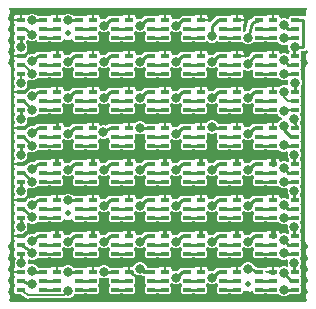
<source format=gbr>
G04 EAGLE Gerber RS-274X export*
G75*
%MOMM*%
%FSLAX34Y34*%
%LPD*%
%INTop Copper*%
%IPPOS*%
%AMOC8*
5,1,8,0,0,1.08239X$1,22.5*%
G01*
%ADD10R,0.700000X0.350000*%
%ADD11C,0.500000*%
%ADD12C,0.254000*%
%ADD13C,0.800100*%
%ADD14C,0.304800*%
%ADD15C,0.203200*%
%ADD16C,0.406400*%

G36*
X251985Y2557D02*
X251985Y2557D01*
X252099Y2567D01*
X252125Y2577D01*
X252153Y2581D01*
X252258Y2628D01*
X252365Y2669D01*
X252387Y2685D01*
X252412Y2697D01*
X252500Y2771D01*
X252591Y2840D01*
X252608Y2863D01*
X252629Y2880D01*
X252693Y2976D01*
X252762Y3068D01*
X252771Y3094D01*
X252787Y3117D01*
X252821Y3227D01*
X252862Y3334D01*
X252864Y3362D01*
X252872Y3388D01*
X252875Y3503D01*
X252885Y3617D01*
X252879Y3642D01*
X252880Y3672D01*
X252813Y3929D01*
X252809Y3945D01*
X252269Y5248D01*
X252269Y7452D01*
X253113Y9489D01*
X254019Y10395D01*
X254054Y10441D01*
X254096Y10482D01*
X254139Y10554D01*
X254190Y10622D01*
X254211Y10676D01*
X254240Y10727D01*
X254261Y10808D01*
X254291Y10887D01*
X254296Y10946D01*
X254310Y11002D01*
X254308Y11087D01*
X254315Y11171D01*
X254303Y11228D01*
X254301Y11287D01*
X254275Y11367D01*
X254259Y11449D01*
X254232Y11501D01*
X254214Y11557D01*
X254174Y11613D01*
X254128Y11702D01*
X254059Y11774D01*
X254019Y11830D01*
X253113Y12736D01*
X252269Y14773D01*
X252269Y16977D01*
X253113Y19014D01*
X254019Y19920D01*
X254054Y19966D01*
X254096Y20007D01*
X254139Y20080D01*
X254190Y20147D01*
X254211Y20201D01*
X254240Y20252D01*
X254261Y20334D01*
X254291Y20412D01*
X254296Y20471D01*
X254310Y20527D01*
X254308Y20612D01*
X254315Y20696D01*
X254303Y20753D01*
X254301Y20812D01*
X254275Y20892D01*
X254259Y20975D01*
X254232Y21026D01*
X254214Y21082D01*
X254174Y21138D01*
X254128Y21227D01*
X254059Y21299D01*
X254019Y21355D01*
X253113Y22261D01*
X252269Y24298D01*
X252269Y26502D01*
X253113Y28539D01*
X254019Y29445D01*
X254054Y29491D01*
X254096Y29532D01*
X254139Y29605D01*
X254190Y29672D01*
X254211Y29726D01*
X254240Y29777D01*
X254261Y29859D01*
X254291Y29937D01*
X254296Y29996D01*
X254310Y30052D01*
X254308Y30137D01*
X254315Y30221D01*
X254303Y30278D01*
X254301Y30337D01*
X254275Y30417D01*
X254259Y30500D01*
X254232Y30551D01*
X254214Y30607D01*
X254174Y30663D01*
X254128Y30752D01*
X254059Y30824D01*
X254019Y30880D01*
X253113Y31786D01*
X252269Y33823D01*
X252269Y36027D01*
X253113Y38064D01*
X254019Y38970D01*
X254054Y39016D01*
X254096Y39057D01*
X254139Y39130D01*
X254190Y39197D01*
X254211Y39251D01*
X254240Y39302D01*
X254261Y39384D01*
X254291Y39462D01*
X254296Y39521D01*
X254310Y39577D01*
X254308Y39662D01*
X254315Y39746D01*
X254303Y39803D01*
X254301Y39862D01*
X254275Y39942D01*
X254259Y40025D01*
X254232Y40076D01*
X254214Y40132D01*
X254174Y40188D01*
X254128Y40277D01*
X254059Y40349D01*
X254019Y40405D01*
X253113Y41311D01*
X252269Y43348D01*
X252269Y45552D01*
X253113Y47589D01*
X254039Y48515D01*
X254069Y48554D01*
X254105Y48587D01*
X254154Y48667D01*
X254210Y48742D01*
X254227Y48788D01*
X254253Y48829D01*
X254278Y48920D01*
X254311Y49008D01*
X254315Y49056D01*
X254328Y49103D01*
X254327Y49198D01*
X254335Y49291D01*
X254325Y49339D01*
X254325Y49388D01*
X254297Y49478D01*
X254279Y49570D01*
X254257Y49613D01*
X254242Y49660D01*
X254191Y49739D01*
X254148Y49822D01*
X254114Y49858D01*
X254088Y49898D01*
X254031Y49946D01*
X253952Y50028D01*
X253910Y50053D01*
X253889Y50073D01*
X253857Y50089D01*
X253829Y50112D01*
X253501Y50301D01*
X251459Y53838D01*
X251459Y200162D01*
X253501Y203699D01*
X253829Y203888D01*
X253867Y203918D01*
X253911Y203940D01*
X253979Y204005D01*
X254053Y204063D01*
X254081Y204103D01*
X254117Y204136D01*
X254164Y204217D01*
X254219Y204294D01*
X254236Y204339D01*
X254260Y204382D01*
X254284Y204473D01*
X254315Y204561D01*
X254319Y204610D01*
X254331Y204657D01*
X254328Y204751D01*
X254334Y204845D01*
X254323Y204893D01*
X254322Y204941D01*
X254293Y205031D01*
X254272Y205122D01*
X254249Y205165D01*
X254234Y205212D01*
X254191Y205272D01*
X254137Y205372D01*
X254076Y205434D01*
X254039Y205485D01*
X253113Y206411D01*
X252269Y208448D01*
X252269Y210652D01*
X253113Y212689D01*
X254019Y213595D01*
X254054Y213641D01*
X254096Y213682D01*
X254139Y213754D01*
X254190Y213822D01*
X254211Y213876D01*
X254240Y213927D01*
X254261Y214009D01*
X254291Y214087D01*
X254296Y214146D01*
X254310Y214202D01*
X254308Y214287D01*
X254315Y214371D01*
X254303Y214428D01*
X254301Y214486D01*
X254275Y214567D01*
X254259Y214649D01*
X254232Y214701D01*
X254214Y214757D01*
X254174Y214813D01*
X254128Y214902D01*
X254059Y214974D01*
X254019Y215030D01*
X253453Y215596D01*
X253406Y215631D01*
X253366Y215674D01*
X253293Y215717D01*
X253226Y215767D01*
X253171Y215788D01*
X253121Y215818D01*
X253039Y215838D01*
X252960Y215868D01*
X252902Y215873D01*
X252845Y215888D01*
X252761Y215885D01*
X252677Y215892D01*
X252619Y215881D01*
X252561Y215879D01*
X252481Y215853D01*
X252398Y215836D01*
X252346Y215809D01*
X252290Y215791D01*
X252234Y215751D01*
X252146Y215705D01*
X252073Y215636D01*
X252017Y215596D01*
X251558Y215137D01*
X248959Y215137D01*
X248930Y215133D01*
X248901Y215136D01*
X248790Y215113D01*
X248678Y215097D01*
X248651Y215085D01*
X248622Y215080D01*
X248522Y215027D01*
X248418Y214981D01*
X248396Y214962D01*
X248370Y214949D01*
X248288Y214871D01*
X248201Y214798D01*
X248185Y214773D01*
X248164Y214753D01*
X248107Y214655D01*
X248044Y214561D01*
X248035Y214533D01*
X248020Y214508D01*
X247992Y214398D01*
X247958Y214290D01*
X247957Y214260D01*
X247950Y214232D01*
X247954Y214119D01*
X247951Y214006D01*
X247958Y213977D01*
X247959Y213948D01*
X247994Y213840D01*
X248023Y213731D01*
X248037Y213705D01*
X248047Y213677D01*
X248092Y213613D01*
X248168Y213486D01*
X248213Y213443D01*
X248241Y213404D01*
X248459Y213187D01*
X248459Y208213D01*
X247913Y207668D01*
X247878Y207621D01*
X247836Y207581D01*
X247793Y207508D01*
X247743Y207441D01*
X247722Y207386D01*
X247692Y207336D01*
X247671Y207254D01*
X247641Y207175D01*
X247636Y207117D01*
X247622Y207060D01*
X247625Y206976D01*
X247618Y206892D01*
X247629Y206834D01*
X247631Y206776D01*
X247657Y206696D01*
X247674Y206613D01*
X247701Y206561D01*
X247719Y206505D01*
X247759Y206449D01*
X247805Y206361D01*
X247873Y206288D01*
X247913Y206232D01*
X248459Y205687D01*
X248459Y200713D01*
X247913Y200168D01*
X247878Y200121D01*
X247836Y200081D01*
X247793Y200008D01*
X247743Y199941D01*
X247722Y199886D01*
X247692Y199836D01*
X247671Y199754D01*
X247641Y199675D01*
X247636Y199617D01*
X247622Y199560D01*
X247625Y199476D01*
X247618Y199392D01*
X247629Y199334D01*
X247631Y199276D01*
X247657Y199196D01*
X247674Y199113D01*
X247701Y199061D01*
X247719Y199005D01*
X247759Y198949D01*
X247805Y198861D01*
X247873Y198788D01*
X247913Y198732D01*
X248459Y198187D01*
X248459Y193213D01*
X248010Y192764D01*
X247974Y192717D01*
X247932Y192677D01*
X247889Y192604D01*
X247839Y192537D01*
X247818Y192482D01*
X247788Y192432D01*
X247768Y192350D01*
X247738Y192271D01*
X247733Y192213D01*
X247718Y192156D01*
X247721Y192072D01*
X247714Y191988D01*
X247725Y191931D01*
X247727Y191872D01*
X247753Y191792D01*
X247770Y191709D01*
X247797Y191657D01*
X247815Y191602D01*
X247855Y191546D01*
X247901Y191457D01*
X247970Y191385D01*
X248010Y191328D01*
X248104Y191234D01*
X248984Y189110D01*
X248984Y186810D01*
X248104Y184686D01*
X248010Y184592D01*
X247975Y184545D01*
X247932Y184505D01*
X247889Y184432D01*
X247839Y184364D01*
X247818Y184310D01*
X247788Y184259D01*
X247768Y184177D01*
X247738Y184099D01*
X247733Y184041D01*
X247718Y183984D01*
X247721Y183900D01*
X247714Y183816D01*
X247725Y183758D01*
X247727Y183700D01*
X247753Y183620D01*
X247770Y183537D01*
X247797Y183485D01*
X247815Y183429D01*
X247855Y183373D01*
X247901Y183284D01*
X247970Y183212D01*
X248010Y183156D01*
X248459Y182707D01*
X248459Y177733D01*
X247913Y177188D01*
X247878Y177141D01*
X247836Y177101D01*
X247793Y177028D01*
X247743Y176961D01*
X247722Y176906D01*
X247692Y176856D01*
X247671Y176774D01*
X247641Y176695D01*
X247636Y176637D01*
X247622Y176580D01*
X247625Y176496D01*
X247618Y176412D01*
X247629Y176354D01*
X247631Y176296D01*
X247657Y176216D01*
X247674Y176133D01*
X247701Y176081D01*
X247719Y176025D01*
X247759Y175969D01*
X247805Y175881D01*
X247873Y175808D01*
X247913Y175752D01*
X248459Y175207D01*
X248459Y170233D01*
X247913Y169688D01*
X247878Y169641D01*
X247836Y169601D01*
X247793Y169528D01*
X247743Y169461D01*
X247722Y169406D01*
X247692Y169356D01*
X247671Y169274D01*
X247641Y169195D01*
X247636Y169137D01*
X247622Y169080D01*
X247625Y168996D01*
X247618Y168912D01*
X247629Y168854D01*
X247631Y168796D01*
X247657Y168716D01*
X247674Y168633D01*
X247701Y168581D01*
X247719Y168525D01*
X247759Y168469D01*
X247805Y168381D01*
X247873Y168308D01*
X247913Y168252D01*
X248459Y167707D01*
X248459Y162733D01*
X247659Y161934D01*
X247658Y161932D01*
X247657Y161931D01*
X247570Y161815D01*
X247488Y161706D01*
X247488Y161705D01*
X247487Y161704D01*
X247437Y161573D01*
X247387Y161441D01*
X247387Y161439D01*
X247386Y161438D01*
X247374Y161288D01*
X247363Y161157D01*
X247364Y161156D01*
X247364Y161154D01*
X247367Y161138D01*
X247419Y160879D01*
X247433Y160851D01*
X247439Y160827D01*
X248349Y158630D01*
X248349Y156330D01*
X247439Y154133D01*
X247439Y154131D01*
X247438Y154130D01*
X247404Y153998D01*
X247368Y153858D01*
X247368Y153856D01*
X247368Y153854D01*
X247372Y153714D01*
X247376Y153573D01*
X247377Y153572D01*
X247377Y153570D01*
X247422Y153429D01*
X247463Y153303D01*
X247464Y153301D01*
X247464Y153300D01*
X247473Y153287D01*
X247621Y153067D01*
X247645Y153047D01*
X247659Y153026D01*
X248459Y152227D01*
X248459Y147253D01*
X247913Y146708D01*
X247878Y146661D01*
X247836Y146621D01*
X247793Y146548D01*
X247743Y146481D01*
X247722Y146426D01*
X247692Y146376D01*
X247671Y146294D01*
X247641Y146215D01*
X247636Y146157D01*
X247622Y146100D01*
X247625Y146016D01*
X247618Y145932D01*
X247629Y145874D01*
X247631Y145816D01*
X247657Y145736D01*
X247674Y145653D01*
X247701Y145601D01*
X247719Y145545D01*
X247759Y145489D01*
X247805Y145401D01*
X247873Y145328D01*
X247913Y145272D01*
X248459Y144727D01*
X248459Y139753D01*
X247913Y139208D01*
X247878Y139161D01*
X247836Y139121D01*
X247793Y139048D01*
X247743Y138981D01*
X247722Y138926D01*
X247692Y138876D01*
X247671Y138794D01*
X247641Y138715D01*
X247636Y138657D01*
X247622Y138600D01*
X247625Y138516D01*
X247618Y138432D01*
X247629Y138374D01*
X247631Y138316D01*
X247657Y138236D01*
X247674Y138153D01*
X247701Y138101D01*
X247719Y138045D01*
X247759Y137989D01*
X247805Y137901D01*
X247873Y137828D01*
X247913Y137772D01*
X248459Y137227D01*
X248459Y132253D01*
X247659Y131454D01*
X247658Y131452D01*
X247657Y131451D01*
X247570Y131335D01*
X247488Y131226D01*
X247488Y131225D01*
X247487Y131224D01*
X247435Y131086D01*
X247387Y130961D01*
X247387Y130959D01*
X247386Y130958D01*
X247374Y130808D01*
X247363Y130677D01*
X247364Y130676D01*
X247364Y130674D01*
X247367Y130658D01*
X247419Y130399D01*
X247433Y130371D01*
X247439Y130347D01*
X248349Y128150D01*
X248349Y125850D01*
X247439Y123653D01*
X247439Y123651D01*
X247438Y123650D01*
X247404Y123518D01*
X247368Y123378D01*
X247368Y123376D01*
X247368Y123374D01*
X247372Y123234D01*
X247376Y123093D01*
X247377Y123092D01*
X247377Y123090D01*
X247422Y122949D01*
X247463Y122823D01*
X247464Y122821D01*
X247464Y122820D01*
X247473Y122807D01*
X247621Y122587D01*
X247645Y122567D01*
X247659Y122546D01*
X248459Y121747D01*
X248459Y116773D01*
X247913Y116228D01*
X247878Y116181D01*
X247836Y116141D01*
X247793Y116068D01*
X247743Y116001D01*
X247722Y115946D01*
X247692Y115896D01*
X247671Y115814D01*
X247641Y115735D01*
X247636Y115677D01*
X247622Y115620D01*
X247625Y115536D01*
X247618Y115452D01*
X247629Y115394D01*
X247631Y115336D01*
X247657Y115256D01*
X247674Y115173D01*
X247701Y115121D01*
X247719Y115065D01*
X247759Y115009D01*
X247805Y114921D01*
X247873Y114848D01*
X247913Y114792D01*
X248459Y114247D01*
X248459Y109273D01*
X247913Y108728D01*
X247878Y108681D01*
X247836Y108641D01*
X247793Y108568D01*
X247743Y108501D01*
X247722Y108446D01*
X247692Y108396D01*
X247671Y108314D01*
X247641Y108235D01*
X247636Y108177D01*
X247622Y108120D01*
X247625Y108036D01*
X247618Y107952D01*
X247629Y107894D01*
X247631Y107836D01*
X247657Y107756D01*
X247674Y107673D01*
X247701Y107621D01*
X247719Y107565D01*
X247759Y107509D01*
X247805Y107421D01*
X247873Y107348D01*
X247913Y107292D01*
X248459Y106747D01*
X248459Y101773D01*
X247659Y100974D01*
X247658Y100972D01*
X247657Y100971D01*
X247570Y100855D01*
X247488Y100746D01*
X247488Y100745D01*
X247487Y100744D01*
X247437Y100613D01*
X247387Y100481D01*
X247387Y100479D01*
X247386Y100478D01*
X247374Y100328D01*
X247363Y100197D01*
X247364Y100196D01*
X247364Y100194D01*
X247367Y100178D01*
X247419Y99919D01*
X247433Y99891D01*
X247439Y99867D01*
X248349Y97670D01*
X248349Y95370D01*
X247439Y93173D01*
X247439Y93171D01*
X247438Y93170D01*
X247404Y93038D01*
X247368Y92898D01*
X247368Y92896D01*
X247368Y92894D01*
X247372Y92754D01*
X247376Y92613D01*
X247377Y92612D01*
X247377Y92610D01*
X247422Y92469D01*
X247463Y92343D01*
X247464Y92341D01*
X247464Y92340D01*
X247473Y92327D01*
X247621Y92107D01*
X247645Y92087D01*
X247659Y92066D01*
X248459Y91267D01*
X248459Y86293D01*
X247913Y85748D01*
X247878Y85701D01*
X247836Y85661D01*
X247793Y85588D01*
X247743Y85521D01*
X247722Y85466D01*
X247692Y85416D01*
X247671Y85334D01*
X247641Y85255D01*
X247636Y85197D01*
X247622Y85140D01*
X247625Y85056D01*
X247618Y84972D01*
X247629Y84914D01*
X247631Y84856D01*
X247657Y84776D01*
X247674Y84693D01*
X247701Y84641D01*
X247719Y84585D01*
X247759Y84529D01*
X247805Y84441D01*
X247873Y84368D01*
X247913Y84312D01*
X248459Y83767D01*
X248459Y78793D01*
X247913Y78248D01*
X247878Y78201D01*
X247836Y78161D01*
X247793Y78088D01*
X247743Y78021D01*
X247722Y77966D01*
X247692Y77916D01*
X247671Y77834D01*
X247641Y77755D01*
X247636Y77697D01*
X247622Y77640D01*
X247625Y77556D01*
X247618Y77472D01*
X247629Y77414D01*
X247631Y77356D01*
X247657Y77276D01*
X247674Y77193D01*
X247701Y77141D01*
X247719Y77085D01*
X247759Y77029D01*
X247805Y76941D01*
X247873Y76868D01*
X247913Y76812D01*
X248459Y76267D01*
X248459Y71293D01*
X247659Y70494D01*
X247658Y70492D01*
X247657Y70491D01*
X247570Y70375D01*
X247488Y70266D01*
X247488Y70265D01*
X247487Y70264D01*
X247437Y70133D01*
X247387Y70001D01*
X247387Y69999D01*
X247386Y69998D01*
X247374Y69848D01*
X247363Y69717D01*
X247364Y69716D01*
X247364Y69714D01*
X247367Y69698D01*
X247419Y69439D01*
X247433Y69411D01*
X247439Y69387D01*
X248349Y67190D01*
X248349Y64890D01*
X247439Y62693D01*
X247439Y62691D01*
X247438Y62690D01*
X247404Y62557D01*
X247368Y62418D01*
X247368Y62416D01*
X247368Y62414D01*
X247372Y62273D01*
X247376Y62133D01*
X247377Y62132D01*
X247377Y62130D01*
X247422Y61989D01*
X247463Y61863D01*
X247464Y61861D01*
X247464Y61860D01*
X247473Y61847D01*
X247621Y61627D01*
X247645Y61607D01*
X247659Y61586D01*
X248459Y60787D01*
X248459Y55813D01*
X247913Y55268D01*
X247878Y55221D01*
X247836Y55181D01*
X247793Y55108D01*
X247743Y55041D01*
X247722Y54986D01*
X247692Y54936D01*
X247671Y54854D01*
X247641Y54775D01*
X247636Y54717D01*
X247622Y54660D01*
X247625Y54576D01*
X247618Y54492D01*
X247629Y54434D01*
X247631Y54376D01*
X247657Y54296D01*
X247674Y54213D01*
X247701Y54161D01*
X247719Y54105D01*
X247759Y54049D01*
X247805Y53961D01*
X247873Y53888D01*
X247913Y53832D01*
X248459Y53287D01*
X248459Y48313D01*
X247913Y47768D01*
X247878Y47721D01*
X247836Y47681D01*
X247793Y47608D01*
X247743Y47541D01*
X247722Y47486D01*
X247692Y47436D01*
X247671Y47354D01*
X247641Y47275D01*
X247636Y47217D01*
X247622Y47160D01*
X247625Y47076D01*
X247618Y46992D01*
X247629Y46934D01*
X247631Y46876D01*
X247657Y46796D01*
X247674Y46713D01*
X247701Y46661D01*
X247719Y46605D01*
X247759Y46549D01*
X247805Y46461D01*
X247873Y46388D01*
X247913Y46332D01*
X248459Y45787D01*
X248459Y40813D01*
X247659Y40014D01*
X247658Y40012D01*
X247657Y40011D01*
X247570Y39895D01*
X247488Y39786D01*
X247488Y39785D01*
X247487Y39784D01*
X247437Y39652D01*
X247387Y39521D01*
X247387Y39519D01*
X247386Y39518D01*
X247374Y39368D01*
X247363Y39237D01*
X247364Y39236D01*
X247364Y39234D01*
X247367Y39218D01*
X247419Y38959D01*
X247433Y38931D01*
X247439Y38907D01*
X248349Y36710D01*
X248349Y34410D01*
X247439Y32213D01*
X247439Y32211D01*
X247438Y32210D01*
X247404Y32078D01*
X247368Y31938D01*
X247368Y31936D01*
X247368Y31934D01*
X247372Y31793D01*
X247376Y31653D01*
X247377Y31652D01*
X247377Y31650D01*
X247422Y31509D01*
X247463Y31383D01*
X247464Y31381D01*
X247464Y31380D01*
X247473Y31367D01*
X247621Y31147D01*
X247645Y31127D01*
X247659Y31106D01*
X248459Y30307D01*
X248459Y25333D01*
X247913Y24788D01*
X247878Y24741D01*
X247836Y24701D01*
X247793Y24628D01*
X247743Y24561D01*
X247722Y24506D01*
X247692Y24456D01*
X247671Y24374D01*
X247641Y24295D01*
X247636Y24237D01*
X247622Y24180D01*
X247625Y24096D01*
X247618Y24012D01*
X247629Y23954D01*
X247631Y23896D01*
X247657Y23816D01*
X247674Y23733D01*
X247701Y23681D01*
X247719Y23625D01*
X247759Y23569D01*
X247805Y23481D01*
X247873Y23408D01*
X247913Y23352D01*
X248459Y22807D01*
X248459Y17833D01*
X247913Y17288D01*
X247878Y17241D01*
X247836Y17201D01*
X247793Y17128D01*
X247743Y17061D01*
X247722Y17006D01*
X247692Y16956D01*
X247671Y16874D01*
X247641Y16795D01*
X247636Y16737D01*
X247622Y16680D01*
X247625Y16596D01*
X247618Y16512D01*
X247629Y16454D01*
X247631Y16396D01*
X247657Y16316D01*
X247674Y16233D01*
X247701Y16181D01*
X247719Y16125D01*
X247759Y16069D01*
X247805Y15981D01*
X247873Y15908D01*
X247913Y15852D01*
X248459Y15307D01*
X248459Y10333D01*
X247417Y9291D01*
X238865Y9291D01*
X238778Y9279D01*
X238691Y9276D01*
X238638Y9259D01*
X238583Y9251D01*
X238504Y9216D01*
X238420Y9189D01*
X238381Y9161D01*
X238324Y9135D01*
X238211Y9039D01*
X238147Y8994D01*
X236954Y7801D01*
X234830Y6921D01*
X232530Y6921D01*
X230406Y7801D01*
X229213Y8994D01*
X229143Y9046D01*
X229079Y9106D01*
X229030Y9132D01*
X228986Y9165D01*
X228904Y9196D01*
X228826Y9236D01*
X228779Y9244D01*
X228720Y9266D01*
X228572Y9278D01*
X228495Y9291D01*
X219925Y9291D01*
X219881Y9332D01*
X219831Y9358D01*
X219787Y9391D01*
X219706Y9422D01*
X219628Y9462D01*
X219580Y9470D01*
X219522Y9492D01*
X219374Y9504D01*
X219297Y9517D01*
X217583Y9517D01*
X217497Y9505D01*
X217409Y9502D01*
X217357Y9485D01*
X217302Y9477D01*
X217222Y9442D01*
X217139Y9415D01*
X217100Y9387D01*
X217042Y9361D01*
X216960Y9291D01*
X208463Y9291D01*
X207421Y10333D01*
X207421Y10850D01*
X207418Y10875D01*
X207420Y10900D01*
X207398Y11015D01*
X207381Y11131D01*
X207371Y11155D01*
X207366Y11179D01*
X207313Y11284D01*
X207265Y11391D01*
X207249Y11410D01*
X207237Y11433D01*
X207157Y11518D01*
X207082Y11608D01*
X207060Y11622D01*
X207043Y11640D01*
X206943Y11700D01*
X206845Y11765D01*
X206821Y11773D01*
X206799Y11786D01*
X206686Y11816D01*
X206574Y11851D01*
X206549Y11852D01*
X206524Y11858D01*
X206407Y11856D01*
X206290Y11859D01*
X206265Y11852D01*
X206240Y11852D01*
X206167Y11826D01*
X206015Y11787D01*
X205965Y11757D01*
X205922Y11743D01*
X204740Y11102D01*
X203196Y11144D01*
X203181Y11142D01*
X203169Y11144D01*
X201592Y11144D01*
X200502Y11774D01*
X200465Y11788D01*
X200433Y11810D01*
X200334Y11841D01*
X200238Y11880D01*
X200199Y11884D01*
X200162Y11896D01*
X200058Y11899D01*
X199955Y11909D01*
X199917Y11902D01*
X199878Y11903D01*
X199777Y11877D01*
X199675Y11859D01*
X199640Y11841D01*
X199603Y11831D01*
X199514Y11779D01*
X199421Y11733D01*
X199392Y11706D01*
X199358Y11686D01*
X199287Y11611D01*
X199211Y11541D01*
X199190Y11507D01*
X199164Y11479D01*
X199116Y11387D01*
X199062Y11298D01*
X199052Y11261D01*
X199034Y11226D01*
X199021Y11149D01*
X198987Y11024D01*
X198988Y10950D01*
X198979Y10895D01*
X198979Y10333D01*
X197937Y9291D01*
X189445Y9291D01*
X189401Y9332D01*
X189352Y9358D01*
X189307Y9391D01*
X189226Y9422D01*
X189148Y9462D01*
X189100Y9470D01*
X189042Y9492D01*
X188894Y9504D01*
X188817Y9517D01*
X187103Y9517D01*
X187017Y9505D01*
X186929Y9502D01*
X186877Y9485D01*
X186822Y9477D01*
X186742Y9442D01*
X186659Y9415D01*
X186620Y9387D01*
X186562Y9361D01*
X186480Y9291D01*
X177983Y9291D01*
X176941Y10333D01*
X176941Y15307D01*
X177487Y15852D01*
X177522Y15899D01*
X177564Y15939D01*
X177607Y16012D01*
X177657Y16079D01*
X177678Y16134D01*
X177708Y16184D01*
X177729Y16266D01*
X177759Y16345D01*
X177764Y16403D01*
X177778Y16460D01*
X177775Y16544D01*
X177782Y16628D01*
X177771Y16686D01*
X177769Y16744D01*
X177743Y16824D01*
X177726Y16907D01*
X177699Y16959D01*
X177681Y17014D01*
X177641Y17071D01*
X177595Y17159D01*
X177527Y17232D01*
X177487Y17288D01*
X177053Y17721D01*
X177052Y17722D01*
X177051Y17723D01*
X176940Y17806D01*
X176826Y17892D01*
X176825Y17893D01*
X176823Y17894D01*
X176695Y17942D01*
X176560Y17993D01*
X176559Y17993D01*
X176557Y17994D01*
X176424Y18005D01*
X176277Y18017D01*
X176276Y18017D01*
X176274Y18017D01*
X176260Y18013D01*
X175998Y17961D01*
X175971Y17947D01*
X175947Y17941D01*
X173870Y17081D01*
X171570Y17081D01*
X169493Y17941D01*
X169492Y17942D01*
X169490Y17942D01*
X169357Y17976D01*
X169218Y18012D01*
X169216Y18012D01*
X169215Y18013D01*
X169074Y18008D01*
X168934Y18004D01*
X168932Y18004D01*
X168931Y18004D01*
X168796Y17960D01*
X168663Y17917D01*
X168662Y17917D01*
X168660Y17916D01*
X168648Y17907D01*
X168427Y17759D01*
X168407Y17736D01*
X168387Y17721D01*
X167953Y17288D01*
X167918Y17241D01*
X167876Y17201D01*
X167833Y17128D01*
X167783Y17061D01*
X167762Y17006D01*
X167732Y16956D01*
X167711Y16874D01*
X167681Y16795D01*
X167676Y16737D01*
X167662Y16680D01*
X167665Y16596D01*
X167658Y16512D01*
X167669Y16454D01*
X167671Y16396D01*
X167697Y16316D01*
X167714Y16233D01*
X167741Y16181D01*
X167759Y16125D01*
X167799Y16069D01*
X167845Y15981D01*
X167913Y15908D01*
X167953Y15852D01*
X168499Y15307D01*
X168499Y10333D01*
X167457Y9291D01*
X158965Y9291D01*
X158921Y9332D01*
X158871Y9358D01*
X158827Y9391D01*
X158746Y9422D01*
X158668Y9462D01*
X158620Y9470D01*
X158562Y9492D01*
X158414Y9504D01*
X158337Y9517D01*
X156623Y9517D01*
X156537Y9505D01*
X156449Y9502D01*
X156397Y9485D01*
X156342Y9477D01*
X156262Y9442D01*
X156179Y9415D01*
X156140Y9387D01*
X156082Y9361D01*
X156000Y9291D01*
X147503Y9291D01*
X146461Y10333D01*
X146461Y15307D01*
X147007Y15852D01*
X147042Y15899D01*
X147084Y15939D01*
X147127Y16012D01*
X147177Y16079D01*
X147198Y16134D01*
X147228Y16184D01*
X147249Y16266D01*
X147279Y16345D01*
X147284Y16403D01*
X147298Y16460D01*
X147295Y16544D01*
X147302Y16628D01*
X147291Y16686D01*
X147289Y16744D01*
X147263Y16824D01*
X147246Y16907D01*
X147219Y16959D01*
X147201Y17015D01*
X147161Y17071D01*
X147115Y17159D01*
X147047Y17232D01*
X147007Y17288D01*
X146573Y17721D01*
X146572Y17722D01*
X146571Y17723D01*
X146453Y17812D01*
X146346Y17892D01*
X146345Y17893D01*
X146343Y17894D01*
X146210Y17944D01*
X146080Y17993D01*
X146079Y17993D01*
X146077Y17994D01*
X145933Y18006D01*
X145797Y18017D01*
X145796Y18017D01*
X145794Y18017D01*
X145778Y18013D01*
X145518Y17961D01*
X145491Y17947D01*
X145467Y17941D01*
X143390Y17081D01*
X141090Y17081D01*
X139013Y17941D01*
X139012Y17942D01*
X139010Y17942D01*
X138873Y17977D01*
X138738Y18012D01*
X138736Y18012D01*
X138735Y18013D01*
X138594Y18008D01*
X138454Y18004D01*
X138452Y18004D01*
X138451Y18003D01*
X138316Y17960D01*
X138183Y17917D01*
X138182Y17917D01*
X138180Y17916D01*
X138168Y17907D01*
X137947Y17759D01*
X137927Y17736D01*
X137907Y17721D01*
X137473Y17288D01*
X137438Y17241D01*
X137396Y17201D01*
X137353Y17128D01*
X137303Y17061D01*
X137282Y17006D01*
X137252Y16956D01*
X137231Y16874D01*
X137201Y16795D01*
X137196Y16737D01*
X137182Y16680D01*
X137185Y16596D01*
X137178Y16512D01*
X137189Y16454D01*
X137191Y16396D01*
X137217Y16316D01*
X137234Y16233D01*
X137261Y16181D01*
X137279Y16125D01*
X137319Y16069D01*
X137365Y15981D01*
X137433Y15908D01*
X137473Y15852D01*
X138019Y15307D01*
X138019Y10333D01*
X136977Y9291D01*
X128485Y9291D01*
X128441Y9332D01*
X128391Y9358D01*
X128347Y9391D01*
X128266Y9422D01*
X128188Y9462D01*
X128140Y9470D01*
X128082Y9492D01*
X127934Y9504D01*
X127857Y9517D01*
X126143Y9517D01*
X126057Y9505D01*
X125969Y9502D01*
X125917Y9485D01*
X125862Y9477D01*
X125782Y9442D01*
X125699Y9415D01*
X125660Y9387D01*
X125602Y9361D01*
X125520Y9291D01*
X117023Y9291D01*
X115981Y10333D01*
X115981Y15307D01*
X116527Y15852D01*
X116562Y15899D01*
X116604Y15939D01*
X116647Y16012D01*
X116697Y16079D01*
X116718Y16134D01*
X116748Y16184D01*
X116769Y16266D01*
X116799Y16345D01*
X116804Y16403D01*
X116818Y16460D01*
X116815Y16544D01*
X116822Y16628D01*
X116811Y16686D01*
X116809Y16744D01*
X116783Y16824D01*
X116766Y16907D01*
X116739Y16959D01*
X116721Y17015D01*
X116681Y17071D01*
X116635Y17159D01*
X116567Y17232D01*
X116527Y17288D01*
X115981Y17833D01*
X115981Y22853D01*
X116012Y22894D01*
X116013Y22898D01*
X116016Y22901D01*
X116064Y23031D01*
X116113Y23160D01*
X116114Y23164D01*
X116115Y23167D01*
X116125Y23304D01*
X116137Y23443D01*
X116136Y23447D01*
X116136Y23451D01*
X116108Y23587D01*
X116081Y23722D01*
X116079Y23725D01*
X116078Y23729D01*
X116013Y23853D01*
X115950Y23974D01*
X115947Y23977D01*
X115945Y23980D01*
X115850Y24079D01*
X115754Y24180D01*
X115751Y24182D01*
X115748Y24185D01*
X115629Y24253D01*
X115509Y24324D01*
X115505Y24325D01*
X115501Y24327D01*
X115469Y24334D01*
X115233Y24394D01*
X115200Y24393D01*
X115174Y24399D01*
X114923Y24411D01*
X114776Y24398D01*
X114689Y24412D01*
X114629Y24426D01*
X113915Y24461D01*
X113839Y24518D01*
X113750Y24592D01*
X113725Y24603D01*
X113704Y24619D01*
X113595Y24660D01*
X113489Y24706D01*
X113463Y24710D01*
X113438Y24719D01*
X113323Y24729D01*
X113208Y24744D01*
X113181Y24740D01*
X113154Y24742D01*
X113078Y24725D01*
X112927Y24702D01*
X112924Y24701D01*
X110610Y24701D01*
X109248Y25265D01*
X109119Y25298D01*
X108989Y25334D01*
X108981Y25334D01*
X108973Y25336D01*
X108840Y25332D01*
X108705Y25330D01*
X108697Y25328D01*
X108689Y25328D01*
X108562Y25287D01*
X108433Y25248D01*
X108426Y25244D01*
X108418Y25241D01*
X108307Y25166D01*
X108194Y25094D01*
X108189Y25088D01*
X108182Y25083D01*
X107999Y24865D01*
X107991Y24847D01*
X107981Y24835D01*
X107793Y24510D01*
X107532Y24249D01*
X107497Y24202D01*
X107455Y24162D01*
X107412Y24089D01*
X107361Y24022D01*
X107340Y23967D01*
X107311Y23917D01*
X107290Y23835D01*
X107260Y23756D01*
X107255Y23698D01*
X107241Y23641D01*
X107243Y23557D01*
X107236Y23473D01*
X107248Y23416D01*
X107250Y23357D01*
X107276Y23277D01*
X107292Y23194D01*
X107319Y23142D01*
X107337Y23087D01*
X107377Y23030D01*
X107423Y22942D01*
X107492Y22870D01*
X107532Y22813D01*
X107539Y22807D01*
X107539Y17833D01*
X106993Y17288D01*
X106958Y17241D01*
X106916Y17201D01*
X106873Y17128D01*
X106823Y17061D01*
X106802Y17006D01*
X106772Y16956D01*
X106751Y16874D01*
X106721Y16795D01*
X106716Y16737D01*
X106702Y16680D01*
X106705Y16596D01*
X106698Y16512D01*
X106709Y16454D01*
X106711Y16396D01*
X106737Y16316D01*
X106754Y16233D01*
X106781Y16181D01*
X106799Y16125D01*
X106839Y16069D01*
X106885Y15981D01*
X106953Y15908D01*
X106993Y15852D01*
X107539Y15307D01*
X107539Y10333D01*
X106497Y9291D01*
X98005Y9291D01*
X97961Y9332D01*
X97911Y9358D01*
X97867Y9391D01*
X97786Y9422D01*
X97708Y9462D01*
X97660Y9470D01*
X97602Y9492D01*
X97454Y9504D01*
X97377Y9517D01*
X95663Y9517D01*
X95577Y9505D01*
X95489Y9502D01*
X95437Y9485D01*
X95382Y9477D01*
X95302Y9442D01*
X95219Y9415D01*
X95180Y9387D01*
X95122Y9361D01*
X95040Y9291D01*
X86543Y9291D01*
X85501Y10333D01*
X85501Y15307D01*
X86047Y15852D01*
X86082Y15899D01*
X86124Y15939D01*
X86167Y16012D01*
X86217Y16079D01*
X86238Y16134D01*
X86268Y16184D01*
X86289Y16266D01*
X86319Y16345D01*
X86324Y16403D01*
X86338Y16460D01*
X86335Y16544D01*
X86342Y16628D01*
X86331Y16686D01*
X86329Y16744D01*
X86303Y16824D01*
X86286Y16907D01*
X86259Y16959D01*
X86241Y17015D01*
X86201Y17071D01*
X86155Y17159D01*
X86087Y17232D01*
X86047Y17288D01*
X85501Y17833D01*
X85501Y21914D01*
X85485Y22027D01*
X85475Y22142D01*
X85465Y22168D01*
X85461Y22195D01*
X85414Y22300D01*
X85373Y22407D01*
X85357Y22429D01*
X85345Y22455D01*
X85271Y22542D01*
X85202Y22634D01*
X85179Y22650D01*
X85162Y22672D01*
X85066Y22735D01*
X84974Y22804D01*
X84948Y22814D01*
X84925Y22829D01*
X84815Y22864D01*
X84708Y22904D01*
X84680Y22907D01*
X84654Y22915D01*
X84539Y22918D01*
X84425Y22927D01*
X84400Y22921D01*
X84370Y22922D01*
X84113Y22855D01*
X84097Y22852D01*
X82430Y22161D01*
X80130Y22161D01*
X78463Y22852D01*
X78351Y22880D01*
X78242Y22915D01*
X78214Y22916D01*
X78187Y22923D01*
X78073Y22919D01*
X77958Y22922D01*
X77931Y22915D01*
X77903Y22914D01*
X77794Y22879D01*
X77683Y22850D01*
X77659Y22836D01*
X77632Y22828D01*
X77537Y22764D01*
X77438Y22705D01*
X77419Y22685D01*
X77396Y22670D01*
X77322Y22582D01*
X77244Y22498D01*
X77231Y22473D01*
X77213Y22452D01*
X77167Y22347D01*
X77114Y22245D01*
X77110Y22220D01*
X77098Y22192D01*
X77061Y21928D01*
X77059Y21914D01*
X77059Y17833D01*
X76513Y17288D01*
X76478Y17241D01*
X76436Y17201D01*
X76393Y17128D01*
X76343Y17061D01*
X76322Y17006D01*
X76292Y16956D01*
X76271Y16874D01*
X76241Y16795D01*
X76236Y16737D01*
X76222Y16680D01*
X76225Y16596D01*
X76218Y16512D01*
X76229Y16454D01*
X76231Y16396D01*
X76257Y16316D01*
X76274Y16233D01*
X76301Y16181D01*
X76319Y16125D01*
X76359Y16069D01*
X76405Y15981D01*
X76473Y15908D01*
X76513Y15852D01*
X77059Y15307D01*
X77059Y10333D01*
X76017Y9291D01*
X67525Y9291D01*
X67481Y9332D01*
X67432Y9358D01*
X67387Y9391D01*
X67306Y9422D01*
X67228Y9462D01*
X67180Y9470D01*
X67122Y9492D01*
X66974Y9504D01*
X66897Y9517D01*
X65183Y9517D01*
X65097Y9505D01*
X65009Y9502D01*
X64956Y9485D01*
X64902Y9477D01*
X64822Y9442D01*
X64739Y9415D01*
X64699Y9387D01*
X64642Y9361D01*
X64560Y9291D01*
X56848Y9291D01*
X56846Y9291D01*
X56845Y9291D01*
X56705Y9271D01*
X56566Y9251D01*
X56565Y9251D01*
X56563Y9251D01*
X56437Y9194D01*
X56307Y9135D01*
X56306Y9134D01*
X56304Y9133D01*
X56197Y9042D01*
X56090Y8952D01*
X56089Y8950D01*
X56088Y8949D01*
X56080Y8936D01*
X55932Y8715D01*
X55923Y8686D01*
X55910Y8665D01*
X55699Y8156D01*
X54074Y6531D01*
X51950Y5651D01*
X49753Y5651D01*
X49666Y5639D01*
X49579Y5636D01*
X49526Y5619D01*
X49471Y5611D01*
X49392Y5575D01*
X49308Y5548D01*
X49269Y5520D01*
X49212Y5495D01*
X49099Y5399D01*
X49035Y5353D01*
X48888Y5206D01*
X17648Y5206D01*
X17472Y5181D01*
X17400Y5176D01*
X16663Y4990D01*
X16543Y5062D01*
X16447Y5103D01*
X16353Y5151D01*
X16320Y5156D01*
X16281Y5173D01*
X16082Y5196D01*
X16022Y5206D01*
X15882Y5206D01*
X15345Y5744D01*
X15203Y5850D01*
X15148Y5897D01*
X10643Y8593D01*
X10546Y8634D01*
X10452Y8682D01*
X10419Y8687D01*
X10381Y8704D01*
X10182Y8727D01*
X10121Y8737D01*
X9452Y8737D01*
X9195Y8994D01*
X9125Y9046D01*
X9062Y9106D01*
X9012Y9132D01*
X8968Y9165D01*
X8886Y9196D01*
X8809Y9236D01*
X8761Y9244D01*
X8703Y9266D01*
X8555Y9278D01*
X8477Y9291D01*
X6583Y9291D01*
X5541Y10333D01*
X5541Y15307D01*
X6087Y15852D01*
X6122Y15899D01*
X6164Y15939D01*
X6207Y16012D01*
X6257Y16079D01*
X6278Y16134D01*
X6308Y16184D01*
X6329Y16266D01*
X6359Y16345D01*
X6364Y16403D01*
X6378Y16460D01*
X6375Y16544D01*
X6382Y16628D01*
X6371Y16686D01*
X6369Y16744D01*
X6343Y16824D01*
X6326Y16907D01*
X6299Y16959D01*
X6281Y17015D01*
X6241Y17071D01*
X6195Y17159D01*
X6127Y17232D01*
X6087Y17288D01*
X5541Y17833D01*
X5541Y22807D01*
X5548Y22813D01*
X5583Y22860D01*
X5625Y22900D01*
X5668Y22973D01*
X5719Y23040D01*
X5739Y23095D01*
X5769Y23146D01*
X5790Y23227D01*
X5820Y23306D01*
X5825Y23364D01*
X5839Y23421D01*
X5837Y23505D01*
X5844Y23589D01*
X5832Y23647D01*
X5830Y23705D01*
X5804Y23786D01*
X5788Y23868D01*
X5761Y23920D01*
X5743Y23976D01*
X5703Y24032D01*
X5657Y24120D01*
X5588Y24193D01*
X5548Y24249D01*
X5287Y24510D01*
X4952Y25089D01*
X4779Y25736D01*
X4779Y26805D01*
X10820Y26805D01*
X13526Y26805D01*
X13583Y26813D01*
X13642Y26811D01*
X13723Y26833D01*
X13807Y26844D01*
X13860Y26868D01*
X13917Y26883D01*
X13989Y26926D01*
X14066Y26961D01*
X14111Y26998D01*
X14161Y27028D01*
X14219Y27090D01*
X14283Y27144D01*
X14316Y27193D01*
X14356Y27236D01*
X14394Y27311D01*
X14441Y27381D01*
X14459Y27437D01*
X14485Y27489D01*
X14497Y27557D01*
X14527Y27652D01*
X14529Y27752D01*
X14541Y27820D01*
X14533Y27878D01*
X14534Y27922D01*
X14534Y27936D01*
X14513Y28018D01*
X14501Y28102D01*
X14477Y28155D01*
X14462Y28212D01*
X14419Y28284D01*
X14385Y28361D01*
X14347Y28406D01*
X14317Y28456D01*
X14255Y28514D01*
X14201Y28578D01*
X14152Y28610D01*
X14110Y28650D01*
X14035Y28689D01*
X13964Y28736D01*
X13909Y28753D01*
X13857Y28780D01*
X13789Y28791D01*
X13693Y28821D01*
X13594Y28824D01*
X13526Y28835D01*
X10820Y28835D01*
X4779Y28835D01*
X4779Y29904D01*
X4952Y30551D01*
X5287Y31130D01*
X5760Y31603D01*
X5839Y31649D01*
X5946Y31732D01*
X6052Y31812D01*
X6057Y31819D01*
X6063Y31824D01*
X6142Y31933D01*
X6222Y32040D01*
X6225Y32048D01*
X6230Y32054D01*
X6275Y32180D01*
X6322Y32306D01*
X6323Y32314D01*
X6326Y32322D01*
X6334Y32455D01*
X6345Y32589D01*
X6343Y32597D01*
X6344Y32606D01*
X6283Y32883D01*
X6273Y32901D01*
X6270Y32917D01*
X5651Y34410D01*
X5651Y36710D01*
X6561Y38907D01*
X6561Y38909D01*
X6562Y38910D01*
X6595Y39040D01*
X6632Y39182D01*
X6632Y39184D01*
X6632Y39186D01*
X6628Y39326D01*
X6624Y39467D01*
X6623Y39468D01*
X6623Y39470D01*
X6579Y39605D01*
X6537Y39737D01*
X6536Y39739D01*
X6536Y39740D01*
X6527Y39753D01*
X6379Y39973D01*
X6355Y39993D01*
X6341Y40014D01*
X5541Y40813D01*
X5541Y45787D01*
X6087Y46332D01*
X6122Y46379D01*
X6164Y46419D01*
X6207Y46492D01*
X6257Y46559D01*
X6278Y46614D01*
X6308Y46664D01*
X6329Y46746D01*
X6359Y46825D01*
X6364Y46883D01*
X6378Y46940D01*
X6375Y47024D01*
X6382Y47108D01*
X6371Y47166D01*
X6369Y47224D01*
X6343Y47304D01*
X6326Y47387D01*
X6299Y47439D01*
X6281Y47495D01*
X6241Y47551D01*
X6195Y47639D01*
X6127Y47712D01*
X6087Y47768D01*
X5541Y48313D01*
X5541Y53287D01*
X5548Y53293D01*
X5583Y53340D01*
X5625Y53380D01*
X5668Y53453D01*
X5719Y53520D01*
X5739Y53575D01*
X5769Y53626D01*
X5790Y53707D01*
X5820Y53786D01*
X5825Y53844D01*
X5839Y53901D01*
X5837Y53985D01*
X5844Y54069D01*
X5832Y54127D01*
X5830Y54185D01*
X5804Y54266D01*
X5788Y54348D01*
X5761Y54400D01*
X5743Y54456D01*
X5703Y54512D01*
X5657Y54600D01*
X5588Y54673D01*
X5548Y54729D01*
X5287Y54990D01*
X4952Y55569D01*
X4779Y56216D01*
X4779Y57285D01*
X10820Y57285D01*
X10878Y57293D01*
X10936Y57291D01*
X11018Y57313D01*
X11101Y57324D01*
X11155Y57348D01*
X11211Y57363D01*
X11284Y57406D01*
X11361Y57441D01*
X11405Y57478D01*
X11455Y57508D01*
X11513Y57570D01*
X11578Y57624D01*
X11610Y57673D01*
X11650Y57716D01*
X11688Y57791D01*
X11735Y57861D01*
X11753Y57917D01*
X11779Y57969D01*
X11791Y58037D01*
X11821Y58132D01*
X11824Y58232D01*
X11835Y58300D01*
X11827Y58358D01*
X11828Y58416D01*
X11807Y58498D01*
X11795Y58582D01*
X11771Y58635D01*
X11756Y58692D01*
X11713Y58764D01*
X11679Y58841D01*
X11641Y58886D01*
X11611Y58936D01*
X11550Y58994D01*
X11495Y59058D01*
X11447Y59090D01*
X11404Y59130D01*
X11329Y59169D01*
X11259Y59216D01*
X11203Y59233D01*
X11151Y59260D01*
X11083Y59271D01*
X10988Y59301D01*
X10888Y59304D01*
X10820Y59315D01*
X4779Y59315D01*
X4779Y60384D01*
X4952Y61031D01*
X5287Y61610D01*
X5576Y61899D01*
X5577Y61901D01*
X5579Y61902D01*
X5662Y62013D01*
X5747Y62127D01*
X5748Y62128D01*
X5749Y62129D01*
X5795Y62253D01*
X5848Y62392D01*
X5849Y62394D01*
X5849Y62395D01*
X5860Y62525D01*
X5872Y62676D01*
X5872Y62677D01*
X5872Y62679D01*
X5869Y62693D01*
X5816Y62954D01*
X5802Y62981D01*
X5796Y63006D01*
X5016Y64890D01*
X5016Y67190D01*
X5896Y69314D01*
X5990Y69408D01*
X6025Y69455D01*
X6068Y69495D01*
X6111Y69568D01*
X6161Y69636D01*
X6182Y69690D01*
X6212Y69741D01*
X6232Y69823D01*
X6262Y69901D01*
X6267Y69959D01*
X6282Y70016D01*
X6279Y70100D01*
X6286Y70184D01*
X6275Y70242D01*
X6273Y70300D01*
X6247Y70380D01*
X6230Y70463D01*
X6203Y70515D01*
X6185Y70571D01*
X6145Y70627D01*
X6099Y70716D01*
X6030Y70788D01*
X5990Y70844D01*
X5541Y71293D01*
X5541Y76267D01*
X6087Y76812D01*
X6122Y76859D01*
X6164Y76899D01*
X6207Y76972D01*
X6257Y77039D01*
X6278Y77094D01*
X6308Y77144D01*
X6329Y77226D01*
X6359Y77305D01*
X6364Y77363D01*
X6378Y77420D01*
X6375Y77504D01*
X6382Y77588D01*
X6371Y77646D01*
X6369Y77704D01*
X6343Y77784D01*
X6326Y77867D01*
X6299Y77919D01*
X6281Y77975D01*
X6241Y78031D01*
X6195Y78119D01*
X6127Y78192D01*
X6087Y78248D01*
X5541Y78793D01*
X5541Y83767D01*
X5548Y83773D01*
X5583Y83820D01*
X5625Y83860D01*
X5668Y83933D01*
X5719Y84000D01*
X5739Y84055D01*
X5769Y84106D01*
X5790Y84187D01*
X5820Y84266D01*
X5825Y84324D01*
X5839Y84381D01*
X5837Y84465D01*
X5844Y84549D01*
X5832Y84607D01*
X5830Y84665D01*
X5804Y84746D01*
X5788Y84828D01*
X5761Y84880D01*
X5743Y84936D01*
X5703Y84992D01*
X5657Y85080D01*
X5588Y85153D01*
X5548Y85209D01*
X5287Y85470D01*
X4952Y86049D01*
X4779Y86696D01*
X4779Y87765D01*
X10820Y87765D01*
X15036Y87765D01*
X15099Y87773D01*
X15162Y87772D01*
X15239Y87793D01*
X15317Y87804D01*
X15375Y87830D01*
X15437Y87847D01*
X15492Y87883D01*
X15577Y87921D01*
X15658Y87990D01*
X15719Y88029D01*
X15753Y88070D01*
X15794Y88104D01*
X15794Y88105D01*
X15844Y88179D01*
X15901Y88248D01*
X15922Y88297D01*
X15952Y88341D01*
X15979Y88427D01*
X16014Y88508D01*
X16021Y88561D01*
X16038Y88612D01*
X16040Y88702D01*
X16052Y88790D01*
X16044Y88843D01*
X16045Y88896D01*
X16022Y88983D01*
X16009Y89071D01*
X15987Y89120D01*
X15973Y89172D01*
X15927Y89248D01*
X15890Y89329D01*
X15855Y89370D01*
X15828Y89416D01*
X15763Y89477D01*
X15704Y89545D01*
X15660Y89574D01*
X15621Y89610D01*
X15541Y89651D01*
X15466Y89700D01*
X15415Y89716D01*
X15367Y89740D01*
X15296Y89752D01*
X15194Y89783D01*
X15101Y89784D01*
X15036Y89795D01*
X10820Y89795D01*
X4779Y89795D01*
X4779Y90864D01*
X4952Y91511D01*
X5287Y92090D01*
X5576Y92379D01*
X5577Y92381D01*
X5579Y92382D01*
X5662Y92493D01*
X5747Y92607D01*
X5748Y92608D01*
X5749Y92609D01*
X5795Y92733D01*
X5848Y92872D01*
X5849Y92874D01*
X5849Y92875D01*
X5860Y93005D01*
X5872Y93156D01*
X5872Y93157D01*
X5872Y93159D01*
X5869Y93173D01*
X5816Y93434D01*
X5802Y93461D01*
X5796Y93486D01*
X5016Y95370D01*
X5016Y97670D01*
X5896Y99794D01*
X5990Y99888D01*
X6025Y99935D01*
X6068Y99975D01*
X6111Y100048D01*
X6161Y100116D01*
X6182Y100170D01*
X6212Y100221D01*
X6232Y100303D01*
X6262Y100381D01*
X6267Y100439D01*
X6282Y100496D01*
X6279Y100580D01*
X6286Y100664D01*
X6275Y100722D01*
X6273Y100780D01*
X6247Y100860D01*
X6230Y100943D01*
X6203Y100995D01*
X6185Y101051D01*
X6145Y101107D01*
X6099Y101196D01*
X6030Y101268D01*
X5990Y101324D01*
X5541Y101773D01*
X5541Y106747D01*
X6087Y107292D01*
X6122Y107339D01*
X6164Y107379D01*
X6207Y107452D01*
X6257Y107519D01*
X6278Y107574D01*
X6308Y107624D01*
X6329Y107706D01*
X6359Y107785D01*
X6364Y107843D01*
X6378Y107900D01*
X6375Y107984D01*
X6382Y108068D01*
X6371Y108126D01*
X6369Y108184D01*
X6343Y108264D01*
X6326Y108347D01*
X6299Y108399D01*
X6281Y108455D01*
X6241Y108511D01*
X6195Y108599D01*
X6127Y108672D01*
X6087Y108728D01*
X5541Y109273D01*
X5541Y114247D01*
X5548Y114253D01*
X5583Y114300D01*
X5625Y114340D01*
X5668Y114413D01*
X5719Y114480D01*
X5739Y114535D01*
X5769Y114586D01*
X5790Y114667D01*
X5820Y114746D01*
X5825Y114804D01*
X5839Y114861D01*
X5837Y114945D01*
X5844Y115029D01*
X5832Y115087D01*
X5830Y115145D01*
X5804Y115226D01*
X5788Y115308D01*
X5761Y115360D01*
X5743Y115416D01*
X5703Y115472D01*
X5657Y115560D01*
X5588Y115633D01*
X5548Y115689D01*
X5287Y115950D01*
X4952Y116529D01*
X4779Y117176D01*
X4779Y118245D01*
X10820Y118245D01*
X15036Y118245D01*
X15123Y118257D01*
X15210Y118260D01*
X15263Y118277D01*
X15318Y118284D01*
X15397Y118320D01*
X15481Y118347D01*
X15520Y118375D01*
X15577Y118401D01*
X15690Y118497D01*
X15754Y118542D01*
X15772Y118566D01*
X15794Y118584D01*
X15794Y118585D01*
X15857Y118679D01*
X15925Y118769D01*
X15936Y118797D01*
X15952Y118821D01*
X15986Y118929D01*
X16026Y119035D01*
X16029Y119064D01*
X16038Y119092D01*
X16041Y119206D01*
X16050Y119318D01*
X16044Y119347D01*
X16045Y119376D01*
X16016Y119486D01*
X15994Y119597D01*
X15980Y119623D01*
X15973Y119652D01*
X15915Y119749D01*
X15863Y119849D01*
X15843Y119871D01*
X15828Y119896D01*
X15745Y119973D01*
X15667Y120056D01*
X15642Y120070D01*
X15621Y120090D01*
X15520Y120142D01*
X15422Y120199D01*
X15394Y120207D01*
X15367Y120220D01*
X15290Y120233D01*
X15146Y120269D01*
X15084Y120267D01*
X15036Y120275D01*
X10820Y120275D01*
X4779Y120275D01*
X4779Y121344D01*
X4952Y121991D01*
X5287Y122570D01*
X5576Y122859D01*
X5577Y122861D01*
X5579Y122862D01*
X5662Y122973D01*
X5747Y123087D01*
X5748Y123088D01*
X5749Y123089D01*
X5795Y123213D01*
X5848Y123352D01*
X5849Y123354D01*
X5849Y123355D01*
X5860Y123485D01*
X5872Y123636D01*
X5872Y123637D01*
X5872Y123639D01*
X5869Y123653D01*
X5816Y123914D01*
X5802Y123941D01*
X5796Y123966D01*
X5016Y125850D01*
X5016Y128150D01*
X5896Y130274D01*
X5990Y130368D01*
X6025Y130415D01*
X6068Y130455D01*
X6111Y130528D01*
X6161Y130596D01*
X6182Y130650D01*
X6212Y130701D01*
X6232Y130783D01*
X6262Y130861D01*
X6267Y130919D01*
X6282Y130976D01*
X6279Y131060D01*
X6286Y131144D01*
X6275Y131202D01*
X6273Y131260D01*
X6247Y131340D01*
X6230Y131423D01*
X6203Y131475D01*
X6185Y131531D01*
X6145Y131587D01*
X6099Y131676D01*
X6030Y131748D01*
X5990Y131804D01*
X5541Y132253D01*
X5541Y137227D01*
X6087Y137772D01*
X6122Y137819D01*
X6164Y137859D01*
X6207Y137932D01*
X6257Y137999D01*
X6278Y138054D01*
X6308Y138104D01*
X6329Y138186D01*
X6359Y138265D01*
X6364Y138323D01*
X6378Y138380D01*
X6375Y138464D01*
X6382Y138548D01*
X6371Y138606D01*
X6369Y138664D01*
X6343Y138744D01*
X6326Y138827D01*
X6299Y138879D01*
X6281Y138935D01*
X6241Y138991D01*
X6195Y139079D01*
X6127Y139152D01*
X6087Y139208D01*
X5541Y139753D01*
X5541Y144727D01*
X5548Y144733D01*
X5583Y144780D01*
X5625Y144820D01*
X5668Y144893D01*
X5719Y144960D01*
X5739Y145015D01*
X5769Y145066D01*
X5790Y145147D01*
X5820Y145226D01*
X5825Y145284D01*
X5839Y145341D01*
X5837Y145425D01*
X5844Y145509D01*
X5832Y145567D01*
X5830Y145625D01*
X5804Y145706D01*
X5788Y145788D01*
X5761Y145840D01*
X5743Y145896D01*
X5703Y145952D01*
X5657Y146040D01*
X5588Y146113D01*
X5548Y146169D01*
X5287Y146430D01*
X4952Y147009D01*
X4779Y147656D01*
X4779Y148725D01*
X10820Y148725D01*
X15036Y148725D01*
X15123Y148737D01*
X15210Y148740D01*
X15263Y148757D01*
X15318Y148764D01*
X15397Y148800D01*
X15481Y148827D01*
X15520Y148855D01*
X15577Y148881D01*
X15690Y148977D01*
X15754Y149022D01*
X15772Y149046D01*
X15794Y149064D01*
X15794Y149065D01*
X15857Y149159D01*
X15925Y149249D01*
X15936Y149277D01*
X15952Y149301D01*
X15986Y149409D01*
X16026Y149515D01*
X16029Y149544D01*
X16038Y149572D01*
X16041Y149686D01*
X16050Y149798D01*
X16044Y149827D01*
X16045Y149856D01*
X16016Y149966D01*
X15994Y150077D01*
X15980Y150103D01*
X15973Y150132D01*
X15915Y150229D01*
X15863Y150329D01*
X15843Y150351D01*
X15828Y150376D01*
X15745Y150453D01*
X15667Y150536D01*
X15642Y150550D01*
X15621Y150570D01*
X15520Y150622D01*
X15422Y150679D01*
X15394Y150687D01*
X15367Y150700D01*
X15290Y150713D01*
X15146Y150749D01*
X15084Y150747D01*
X15036Y150755D01*
X10820Y150755D01*
X4779Y150755D01*
X4779Y151824D01*
X4952Y152471D01*
X5287Y153050D01*
X5576Y153339D01*
X5577Y153341D01*
X5579Y153342D01*
X5662Y153453D01*
X5747Y153567D01*
X5748Y153568D01*
X5749Y153569D01*
X5794Y153689D01*
X5848Y153832D01*
X5849Y153834D01*
X5849Y153835D01*
X5859Y153963D01*
X5872Y154116D01*
X5872Y154117D01*
X5872Y154119D01*
X5869Y154133D01*
X5816Y154394D01*
X5802Y154421D01*
X5796Y154446D01*
X5016Y156330D01*
X5016Y158630D01*
X5896Y160754D01*
X5990Y160848D01*
X6025Y160895D01*
X6068Y160935D01*
X6111Y161008D01*
X6161Y161076D01*
X6182Y161130D01*
X6212Y161181D01*
X6232Y161263D01*
X6262Y161341D01*
X6267Y161399D01*
X6282Y161456D01*
X6279Y161540D01*
X6286Y161624D01*
X6275Y161682D01*
X6273Y161740D01*
X6247Y161820D01*
X6230Y161903D01*
X6203Y161955D01*
X6185Y162011D01*
X6145Y162067D01*
X6099Y162156D01*
X6030Y162228D01*
X5990Y162284D01*
X5541Y162733D01*
X5541Y167707D01*
X6087Y168252D01*
X6122Y168299D01*
X6164Y168339D01*
X6207Y168412D01*
X6257Y168479D01*
X6278Y168534D01*
X6308Y168584D01*
X6329Y168666D01*
X6359Y168745D01*
X6364Y168803D01*
X6378Y168860D01*
X6375Y168944D01*
X6382Y169028D01*
X6371Y169086D01*
X6369Y169144D01*
X6343Y169224D01*
X6326Y169307D01*
X6299Y169359D01*
X6281Y169415D01*
X6241Y169471D01*
X6195Y169559D01*
X6127Y169632D01*
X6087Y169688D01*
X5541Y170233D01*
X5541Y175207D01*
X5548Y175213D01*
X5583Y175260D01*
X5625Y175300D01*
X5668Y175373D01*
X5719Y175440D01*
X5739Y175495D01*
X5769Y175546D01*
X5790Y175627D01*
X5820Y175706D01*
X5825Y175764D01*
X5839Y175821D01*
X5837Y175905D01*
X5844Y175989D01*
X5832Y176047D01*
X5830Y176105D01*
X5804Y176186D01*
X5788Y176268D01*
X5761Y176320D01*
X5743Y176376D01*
X5703Y176432D01*
X5657Y176520D01*
X5588Y176593D01*
X5548Y176649D01*
X5287Y176910D01*
X4952Y177489D01*
X4779Y178136D01*
X4779Y179205D01*
X10820Y179205D01*
X14494Y179205D01*
X14502Y179206D01*
X14510Y179205D01*
X14643Y179226D01*
X14776Y179244D01*
X14783Y179248D01*
X14790Y179249D01*
X14912Y179306D01*
X15035Y179361D01*
X15041Y179366D01*
X15048Y179369D01*
X15149Y179458D01*
X15252Y179544D01*
X15256Y179551D01*
X15262Y179556D01*
X15289Y179599D01*
X15410Y179781D01*
X15421Y179817D01*
X15437Y179843D01*
X15463Y179948D01*
X15496Y180052D01*
X15496Y180086D01*
X15504Y180119D01*
X15500Y180228D01*
X15503Y180336D01*
X15494Y180369D01*
X15493Y180403D01*
X15458Y180506D01*
X15431Y180612D01*
X15414Y180641D01*
X15403Y180673D01*
X15341Y180762D01*
X15286Y180856D01*
X15261Y180879D01*
X15242Y180907D01*
X15158Y180976D01*
X15078Y181050D01*
X15048Y181066D01*
X15022Y181087D01*
X14922Y181130D01*
X14825Y181180D01*
X14795Y181185D01*
X14761Y181200D01*
X14544Y181227D01*
X14494Y181235D01*
X10820Y181235D01*
X4779Y181235D01*
X4779Y182304D01*
X4952Y182951D01*
X5287Y183530D01*
X5576Y183819D01*
X5577Y183821D01*
X5579Y183822D01*
X5660Y183931D01*
X5747Y184047D01*
X5748Y184048D01*
X5749Y184049D01*
X5794Y184169D01*
X5848Y184312D01*
X5849Y184314D01*
X5849Y184315D01*
X5860Y184445D01*
X5872Y184596D01*
X5872Y184597D01*
X5872Y184599D01*
X5869Y184613D01*
X5816Y184874D01*
X5802Y184901D01*
X5796Y184926D01*
X5016Y186810D01*
X5016Y189110D01*
X5896Y191234D01*
X5990Y191328D01*
X6025Y191375D01*
X6068Y191415D01*
X6111Y191488D01*
X6161Y191556D01*
X6182Y191610D01*
X6212Y191661D01*
X6232Y191743D01*
X6262Y191821D01*
X6267Y191879D01*
X6282Y191936D01*
X6279Y192020D01*
X6286Y192104D01*
X6275Y192162D01*
X6273Y192220D01*
X6247Y192300D01*
X6230Y192383D01*
X6203Y192435D01*
X6185Y192491D01*
X6145Y192547D01*
X6099Y192636D01*
X6030Y192708D01*
X5990Y192764D01*
X5541Y193213D01*
X5541Y198187D01*
X6087Y198732D01*
X6122Y198779D01*
X6164Y198819D01*
X6207Y198892D01*
X6257Y198959D01*
X6278Y199014D01*
X6308Y199064D01*
X6329Y199146D01*
X6359Y199225D01*
X6364Y199283D01*
X6378Y199340D01*
X6375Y199424D01*
X6382Y199508D01*
X6371Y199566D01*
X6369Y199624D01*
X6343Y199704D01*
X6326Y199787D01*
X6299Y199839D01*
X6281Y199895D01*
X6241Y199951D01*
X6195Y200039D01*
X6127Y200112D01*
X6116Y200127D01*
X6111Y200135D01*
X6108Y200138D01*
X6087Y200168D01*
X5541Y200713D01*
X5541Y205687D01*
X5548Y205693D01*
X5583Y205740D01*
X5625Y205780D01*
X5668Y205853D01*
X5719Y205920D01*
X5739Y205975D01*
X5769Y206026D01*
X5790Y206107D01*
X5820Y206186D01*
X5825Y206244D01*
X5839Y206301D01*
X5837Y206385D01*
X5844Y206469D01*
X5832Y206527D01*
X5830Y206585D01*
X5804Y206666D01*
X5788Y206748D01*
X5761Y206800D01*
X5743Y206856D01*
X5703Y206912D01*
X5657Y207000D01*
X5588Y207073D01*
X5548Y207129D01*
X5287Y207390D01*
X4952Y207969D01*
X4779Y208616D01*
X4779Y209685D01*
X10820Y209685D01*
X15036Y209685D01*
X15099Y209693D01*
X15162Y209692D01*
X15239Y209713D01*
X15317Y209724D01*
X15375Y209750D01*
X15437Y209767D01*
X15492Y209803D01*
X15577Y209841D01*
X15658Y209910D01*
X15719Y209949D01*
X15753Y209990D01*
X15794Y210024D01*
X15794Y210025D01*
X15844Y210099D01*
X15901Y210168D01*
X15922Y210217D01*
X15952Y210261D01*
X15979Y210347D01*
X16014Y210428D01*
X16021Y210481D01*
X16038Y210532D01*
X16040Y210622D01*
X16052Y210710D01*
X16044Y210763D01*
X16045Y210816D01*
X16022Y210903D01*
X16009Y210991D01*
X15987Y211040D01*
X15973Y211092D01*
X15927Y211168D01*
X15890Y211249D01*
X15855Y211290D01*
X15828Y211336D01*
X15763Y211397D01*
X15704Y211465D01*
X15660Y211494D01*
X15621Y211530D01*
X15541Y211571D01*
X15466Y211620D01*
X15415Y211636D01*
X15367Y211660D01*
X15296Y211672D01*
X15194Y211703D01*
X15101Y211704D01*
X15036Y211715D01*
X10820Y211715D01*
X4779Y211715D01*
X4779Y212784D01*
X4952Y213431D01*
X5287Y214010D01*
X5576Y214299D01*
X5577Y214301D01*
X5579Y214302D01*
X5662Y214413D01*
X5747Y214527D01*
X5748Y214528D01*
X5749Y214529D01*
X5794Y214649D01*
X5848Y214792D01*
X5849Y214794D01*
X5849Y214795D01*
X5860Y214925D01*
X5872Y215076D01*
X5872Y215077D01*
X5872Y215079D01*
X5869Y215093D01*
X5816Y215354D01*
X5802Y215381D01*
X5796Y215406D01*
X5016Y217290D01*
X5016Y219590D01*
X5896Y221714D01*
X5990Y221808D01*
X6025Y221855D01*
X6068Y221895D01*
X6111Y221968D01*
X6161Y222036D01*
X6182Y222090D01*
X6212Y222141D01*
X6232Y222223D01*
X6262Y222301D01*
X6267Y222359D01*
X6282Y222416D01*
X6279Y222500D01*
X6286Y222584D01*
X6275Y222642D01*
X6273Y222700D01*
X6247Y222780D01*
X6230Y222863D01*
X6203Y222915D01*
X6185Y222971D01*
X6145Y223027D01*
X6099Y223116D01*
X6030Y223188D01*
X5990Y223244D01*
X5541Y223693D01*
X5541Y228667D01*
X6087Y229212D01*
X6122Y229259D01*
X6164Y229299D01*
X6207Y229372D01*
X6257Y229439D01*
X6278Y229494D01*
X6308Y229544D01*
X6329Y229626D01*
X6359Y229705D01*
X6364Y229763D01*
X6378Y229820D01*
X6375Y229904D01*
X6382Y229988D01*
X6371Y230046D01*
X6369Y230104D01*
X6343Y230184D01*
X6326Y230267D01*
X6299Y230319D01*
X6281Y230375D01*
X6241Y230431D01*
X6195Y230519D01*
X6146Y230571D01*
X6133Y230593D01*
X6111Y230614D01*
X6087Y230648D01*
X5541Y231193D01*
X5541Y236167D01*
X5548Y236173D01*
X5583Y236220D01*
X5625Y236260D01*
X5668Y236333D01*
X5719Y236400D01*
X5739Y236455D01*
X5769Y236506D01*
X5790Y236587D01*
X5820Y236666D01*
X5825Y236724D01*
X5839Y236781D01*
X5837Y236865D01*
X5844Y236949D01*
X5832Y237007D01*
X5830Y237065D01*
X5804Y237146D01*
X5788Y237228D01*
X5761Y237280D01*
X5743Y237336D01*
X5703Y237392D01*
X5657Y237480D01*
X5588Y237553D01*
X5548Y237609D01*
X5287Y237870D01*
X4952Y238449D01*
X4779Y239096D01*
X4779Y240165D01*
X10820Y240165D01*
X10878Y240173D01*
X10936Y240171D01*
X11018Y240193D01*
X11101Y240204D01*
X11155Y240228D01*
X11211Y240243D01*
X11284Y240286D01*
X11361Y240321D01*
X11405Y240358D01*
X11455Y240388D01*
X11456Y240389D01*
X11513Y240450D01*
X11578Y240504D01*
X11578Y240505D01*
X11610Y240553D01*
X11650Y240596D01*
X11689Y240671D01*
X11736Y240741D01*
X11753Y240797D01*
X11780Y240849D01*
X11791Y240917D01*
X11821Y241012D01*
X11824Y241112D01*
X11835Y241180D01*
X11835Y245471D01*
X14654Y245471D01*
X15301Y245298D01*
X15564Y245146D01*
X15627Y245120D01*
X15686Y245086D01*
X15758Y245067D01*
X15827Y245040D01*
X15895Y245033D01*
X15961Y245016D01*
X16036Y245018D01*
X16110Y245011D01*
X16177Y245023D01*
X16245Y245025D01*
X16316Y245048D01*
X16390Y245061D01*
X16451Y245091D01*
X16516Y245112D01*
X16567Y245149D01*
X16645Y245187D01*
X16729Y245264D01*
X16789Y245307D01*
X17046Y245564D01*
X19170Y246444D01*
X21470Y246444D01*
X23594Y245564D01*
X24298Y244860D01*
X24345Y244824D01*
X24385Y244782D01*
X24458Y244739D01*
X24526Y244689D01*
X24580Y244668D01*
X24631Y244638D01*
X24712Y244618D01*
X24791Y244588D01*
X24850Y244583D01*
X24906Y244568D01*
X24991Y244571D01*
X25075Y244564D01*
X25132Y244575D01*
X25190Y244577D01*
X25271Y244603D01*
X25353Y244620D01*
X25405Y244647D01*
X25461Y244665D01*
X25517Y244705D01*
X25524Y244709D01*
X34057Y244709D01*
X34303Y244462D01*
X34350Y244427D01*
X34390Y244385D01*
X34417Y244369D01*
X34432Y244355D01*
X34475Y244333D01*
X34530Y244291D01*
X34585Y244270D01*
X34636Y244241D01*
X34674Y244231D01*
X34685Y244226D01*
X34715Y244221D01*
X34717Y244220D01*
X34796Y244190D01*
X34855Y244185D01*
X34911Y244171D01*
X34995Y244174D01*
X34997Y244173D01*
X35016Y244170D01*
X35027Y244170D01*
X35030Y244171D01*
X35079Y244166D01*
X35137Y244178D01*
X35195Y244180D01*
X35273Y244205D01*
X35308Y244210D01*
X35317Y244214D01*
X35358Y244222D01*
X35410Y244249D01*
X35466Y244267D01*
X35516Y244303D01*
X35568Y244326D01*
X35582Y244339D01*
X35611Y244353D01*
X35683Y244422D01*
X35739Y244462D01*
X36240Y244963D01*
X36819Y245298D01*
X37466Y245471D01*
X40285Y245471D01*
X40285Y241180D01*
X40293Y241122D01*
X40291Y241064D01*
X40313Y240982D01*
X40324Y240899D01*
X40348Y240845D01*
X40363Y240789D01*
X40406Y240716D01*
X40441Y240639D01*
X40478Y240595D01*
X40508Y240545D01*
X40570Y240487D01*
X40624Y240422D01*
X40673Y240390D01*
X40716Y240350D01*
X40791Y240312D01*
X40861Y240265D01*
X40917Y240247D01*
X40969Y240221D01*
X41037Y240209D01*
X41132Y240179D01*
X41232Y240176D01*
X41300Y240165D01*
X41358Y240173D01*
X41416Y240172D01*
X41498Y240193D01*
X41582Y240205D01*
X41635Y240229D01*
X41692Y240244D01*
X41764Y240287D01*
X41841Y240321D01*
X41886Y240359D01*
X41936Y240389D01*
X41994Y240450D01*
X42058Y240505D01*
X42090Y240553D01*
X42130Y240596D01*
X42169Y240671D01*
X42216Y240741D01*
X42233Y240797D01*
X42260Y240849D01*
X42271Y240917D01*
X42301Y241012D01*
X42304Y241112D01*
X42315Y241180D01*
X42315Y245471D01*
X45134Y245471D01*
X45781Y245298D01*
X46044Y245146D01*
X46107Y245120D01*
X46166Y245086D01*
X46238Y245067D01*
X46307Y245040D01*
X46375Y245033D01*
X46441Y245016D01*
X46516Y245018D01*
X46590Y245011D01*
X46657Y245023D01*
X46725Y245025D01*
X46796Y245048D01*
X46870Y245061D01*
X46931Y245091D01*
X46996Y245112D01*
X47047Y245149D01*
X47125Y245187D01*
X47209Y245264D01*
X47269Y245307D01*
X47526Y245564D01*
X49650Y246444D01*
X51950Y246444D01*
X54074Y245564D01*
X54778Y244860D01*
X54825Y244824D01*
X54865Y244782D01*
X54938Y244739D01*
X55006Y244689D01*
X55060Y244668D01*
X55111Y244638D01*
X55192Y244618D01*
X55271Y244588D01*
X55330Y244583D01*
X55386Y244568D01*
X55471Y244571D01*
X55555Y244564D01*
X55612Y244575D01*
X55670Y244577D01*
X55751Y244603D01*
X55833Y244620D01*
X55885Y244647D01*
X55941Y244665D01*
X55997Y244705D01*
X56004Y244709D01*
X64537Y244709D01*
X64783Y244462D01*
X64830Y244427D01*
X64870Y244385D01*
X64897Y244369D01*
X64912Y244355D01*
X64955Y244333D01*
X65010Y244291D01*
X65065Y244270D01*
X65116Y244241D01*
X65154Y244231D01*
X65165Y244226D01*
X65195Y244221D01*
X65197Y244220D01*
X65276Y244190D01*
X65335Y244185D01*
X65391Y244171D01*
X65475Y244174D01*
X65477Y244173D01*
X65496Y244170D01*
X65507Y244170D01*
X65510Y244171D01*
X65559Y244166D01*
X65617Y244178D01*
X65675Y244180D01*
X65753Y244205D01*
X65788Y244210D01*
X65797Y244214D01*
X65838Y244222D01*
X65890Y244249D01*
X65946Y244267D01*
X65996Y244303D01*
X66048Y244326D01*
X66062Y244339D01*
X66091Y244353D01*
X66163Y244422D01*
X66219Y244462D01*
X66720Y244963D01*
X67299Y245298D01*
X67946Y245471D01*
X70765Y245471D01*
X70765Y241180D01*
X70773Y241122D01*
X70771Y241064D01*
X70793Y240982D01*
X70804Y240899D01*
X70828Y240845D01*
X70843Y240789D01*
X70886Y240716D01*
X70921Y240639D01*
X70958Y240595D01*
X70988Y240545D01*
X71050Y240487D01*
X71104Y240422D01*
X71153Y240390D01*
X71196Y240350D01*
X71271Y240312D01*
X71341Y240265D01*
X71397Y240247D01*
X71449Y240221D01*
X71517Y240209D01*
X71612Y240179D01*
X71712Y240176D01*
X71780Y240165D01*
X71838Y240173D01*
X71896Y240172D01*
X71978Y240193D01*
X72062Y240205D01*
X72115Y240229D01*
X72172Y240244D01*
X72244Y240287D01*
X72321Y240321D01*
X72366Y240359D01*
X72416Y240389D01*
X72474Y240450D01*
X72538Y240505D01*
X72570Y240553D01*
X72610Y240596D01*
X72649Y240671D01*
X72696Y240741D01*
X72713Y240797D01*
X72740Y240849D01*
X72751Y240917D01*
X72781Y241012D01*
X72784Y241112D01*
X72795Y241180D01*
X72795Y245471D01*
X75614Y245471D01*
X76261Y245298D01*
X76840Y244963D01*
X77313Y244490D01*
X77648Y243911D01*
X77821Y243264D01*
X77821Y242562D01*
X77837Y242448D01*
X77847Y242334D01*
X77857Y242308D01*
X77861Y242280D01*
X77908Y242176D01*
X77949Y242068D01*
X77965Y242046D01*
X77977Y242021D01*
X78051Y241933D01*
X78120Y241842D01*
X78143Y241825D01*
X78160Y241804D01*
X78256Y241740D01*
X78348Y241672D01*
X78374Y241662D01*
X78397Y241646D01*
X78507Y241612D01*
X78614Y241571D01*
X78642Y241569D01*
X78668Y241561D01*
X78783Y241558D01*
X78897Y241549D01*
X78922Y241554D01*
X78952Y241553D01*
X79209Y241620D01*
X79225Y241624D01*
X80130Y241999D01*
X81968Y241999D01*
X82055Y242011D01*
X82142Y242014D01*
X82195Y242031D01*
X82249Y242039D01*
X82329Y242075D01*
X82412Y242102D01*
X82452Y242130D01*
X82509Y242155D01*
X82622Y242251D01*
X82686Y242297D01*
X84872Y244483D01*
X85897Y244483D01*
X85983Y244495D01*
X86071Y244498D01*
X86123Y244515D01*
X86178Y244523D01*
X86258Y244558D01*
X86341Y244585D01*
X86380Y244613D01*
X86438Y244639D01*
X86520Y244709D01*
X95017Y244709D01*
X95263Y244462D01*
X95310Y244427D01*
X95350Y244385D01*
X95377Y244369D01*
X95392Y244355D01*
X95435Y244333D01*
X95490Y244291D01*
X95545Y244270D01*
X95596Y244241D01*
X95634Y244231D01*
X95645Y244226D01*
X95675Y244221D01*
X95677Y244220D01*
X95756Y244190D01*
X95815Y244185D01*
X95871Y244171D01*
X95955Y244174D01*
X95957Y244173D01*
X95976Y244170D01*
X95987Y244170D01*
X95990Y244171D01*
X96039Y244166D01*
X96097Y244178D01*
X96155Y244180D01*
X96233Y244205D01*
X96268Y244210D01*
X96277Y244214D01*
X96318Y244222D01*
X96370Y244249D01*
X96426Y244267D01*
X96476Y244303D01*
X96528Y244326D01*
X96542Y244339D01*
X96571Y244353D01*
X96643Y244422D01*
X96699Y244462D01*
X97200Y244963D01*
X97779Y245298D01*
X98426Y245471D01*
X101245Y245471D01*
X101245Y241180D01*
X101253Y241122D01*
X101251Y241064D01*
X101273Y240982D01*
X101284Y240899D01*
X101308Y240845D01*
X101323Y240789D01*
X101366Y240716D01*
X101401Y240639D01*
X101438Y240595D01*
X101468Y240545D01*
X101530Y240487D01*
X101584Y240422D01*
X101633Y240390D01*
X101676Y240350D01*
X101751Y240312D01*
X101821Y240265D01*
X101877Y240247D01*
X101929Y240221D01*
X101997Y240209D01*
X102092Y240179D01*
X102192Y240176D01*
X102260Y240165D01*
X102318Y240173D01*
X102376Y240172D01*
X102458Y240193D01*
X102542Y240205D01*
X102595Y240229D01*
X102652Y240244D01*
X102724Y240287D01*
X102801Y240321D01*
X102846Y240359D01*
X102896Y240389D01*
X102954Y240450D01*
X103018Y240505D01*
X103050Y240553D01*
X103090Y240596D01*
X103129Y240671D01*
X103176Y240741D01*
X103193Y240797D01*
X103220Y240849D01*
X103231Y240917D01*
X103261Y241012D01*
X103264Y241112D01*
X103275Y241180D01*
X103275Y245471D01*
X106094Y245471D01*
X106741Y245298D01*
X107320Y244963D01*
X107793Y244490D01*
X108128Y243911D01*
X108301Y243264D01*
X108301Y242562D01*
X108317Y242448D01*
X108327Y242334D01*
X108337Y242308D01*
X108341Y242280D01*
X108388Y242176D01*
X108429Y242068D01*
X108445Y242046D01*
X108457Y242021D01*
X108531Y241933D01*
X108600Y241842D01*
X108623Y241825D01*
X108640Y241804D01*
X108736Y241740D01*
X108828Y241672D01*
X108854Y241662D01*
X108877Y241646D01*
X108987Y241612D01*
X109094Y241571D01*
X109122Y241569D01*
X109148Y241561D01*
X109263Y241558D01*
X109377Y241549D01*
X109402Y241554D01*
X109432Y241553D01*
X109689Y241620D01*
X109705Y241624D01*
X110610Y241999D01*
X112448Y241999D01*
X112535Y242011D01*
X112622Y242014D01*
X112675Y242031D01*
X112729Y242039D01*
X112809Y242075D01*
X112892Y242102D01*
X112932Y242130D01*
X112989Y242155D01*
X113102Y242251D01*
X113166Y242297D01*
X115352Y244483D01*
X116377Y244483D01*
X116463Y244495D01*
X116551Y244498D01*
X116604Y244515D01*
X116658Y244523D01*
X116738Y244558D01*
X116821Y244585D01*
X116861Y244613D01*
X116918Y244639D01*
X117000Y244709D01*
X125497Y244709D01*
X125743Y244462D01*
X125790Y244427D01*
X125830Y244385D01*
X125857Y244369D01*
X125872Y244355D01*
X125915Y244333D01*
X125970Y244291D01*
X126025Y244270D01*
X126076Y244241D01*
X126114Y244231D01*
X126125Y244226D01*
X126155Y244221D01*
X126157Y244220D01*
X126236Y244190D01*
X126295Y244185D01*
X126351Y244171D01*
X126435Y244174D01*
X126437Y244173D01*
X126456Y244170D01*
X126467Y244170D01*
X126470Y244171D01*
X126519Y244166D01*
X126577Y244178D01*
X126635Y244180D01*
X126713Y244205D01*
X126748Y244210D01*
X126757Y244214D01*
X126798Y244222D01*
X126850Y244249D01*
X126906Y244267D01*
X126956Y244303D01*
X127008Y244326D01*
X127022Y244339D01*
X127051Y244353D01*
X127123Y244422D01*
X127179Y244462D01*
X127680Y244963D01*
X128259Y245298D01*
X128906Y245471D01*
X131725Y245471D01*
X131725Y241180D01*
X131733Y241122D01*
X131731Y241064D01*
X131753Y240982D01*
X131764Y240899D01*
X131788Y240845D01*
X131803Y240789D01*
X131846Y240716D01*
X131881Y240639D01*
X131918Y240595D01*
X131948Y240545D01*
X132010Y240487D01*
X132064Y240422D01*
X132113Y240390D01*
X132156Y240350D01*
X132231Y240312D01*
X132301Y240265D01*
X132357Y240247D01*
X132409Y240221D01*
X132477Y240209D01*
X132572Y240179D01*
X132672Y240176D01*
X132740Y240165D01*
X132798Y240173D01*
X132856Y240172D01*
X132938Y240193D01*
X133022Y240205D01*
X133075Y240229D01*
X133132Y240244D01*
X133204Y240287D01*
X133281Y240321D01*
X133326Y240359D01*
X133376Y240389D01*
X133434Y240450D01*
X133498Y240505D01*
X133530Y240553D01*
X133570Y240596D01*
X133609Y240671D01*
X133656Y240741D01*
X133673Y240797D01*
X133700Y240849D01*
X133711Y240917D01*
X133741Y241012D01*
X133744Y241112D01*
X133755Y241180D01*
X133755Y245471D01*
X136574Y245471D01*
X137221Y245298D01*
X137800Y244963D01*
X138273Y244490D01*
X138608Y243911D01*
X138781Y243264D01*
X138781Y242562D01*
X138797Y242448D01*
X138807Y242334D01*
X138817Y242308D01*
X138821Y242280D01*
X138868Y242176D01*
X138909Y242068D01*
X138925Y242046D01*
X138937Y242021D01*
X139011Y241933D01*
X139080Y241842D01*
X139103Y241825D01*
X139120Y241804D01*
X139216Y241740D01*
X139308Y241672D01*
X139334Y241662D01*
X139357Y241646D01*
X139467Y241612D01*
X139574Y241571D01*
X139602Y241569D01*
X139628Y241561D01*
X139743Y241558D01*
X139857Y241549D01*
X139882Y241554D01*
X139912Y241553D01*
X140169Y241620D01*
X140185Y241624D01*
X141090Y241999D01*
X143395Y241999D01*
X143516Y241968D01*
X143653Y241933D01*
X143655Y241933D01*
X143656Y241933D01*
X143797Y241937D01*
X143937Y241941D01*
X143939Y241942D01*
X143940Y241942D01*
X144073Y241985D01*
X144208Y242028D01*
X144209Y242029D01*
X144211Y242029D01*
X144223Y242038D01*
X144444Y242186D01*
X144464Y242210D01*
X144484Y242224D01*
X146997Y244737D01*
X153429Y244737D01*
X153436Y244734D01*
X153584Y244722D01*
X153662Y244709D01*
X155977Y244709D01*
X156223Y244462D01*
X156270Y244427D01*
X156310Y244385D01*
X156337Y244369D01*
X156352Y244355D01*
X156395Y244333D01*
X156450Y244291D01*
X156505Y244270D01*
X156556Y244241D01*
X156594Y244231D01*
X156605Y244226D01*
X156635Y244221D01*
X156637Y244220D01*
X156716Y244190D01*
X156775Y244185D01*
X156831Y244171D01*
X156915Y244174D01*
X156917Y244173D01*
X156936Y244170D01*
X156947Y244170D01*
X156950Y244171D01*
X156999Y244166D01*
X157057Y244178D01*
X157115Y244180D01*
X157193Y244205D01*
X157228Y244210D01*
X157237Y244214D01*
X157278Y244222D01*
X157330Y244249D01*
X157386Y244267D01*
X157436Y244303D01*
X157488Y244326D01*
X157502Y244339D01*
X157531Y244353D01*
X157603Y244422D01*
X157659Y244462D01*
X158160Y244963D01*
X158739Y245298D01*
X159386Y245471D01*
X162205Y245471D01*
X162205Y241180D01*
X162213Y241122D01*
X162211Y241064D01*
X162233Y240982D01*
X162244Y240899D01*
X162268Y240845D01*
X162283Y240789D01*
X162326Y240716D01*
X162361Y240639D01*
X162398Y240595D01*
X162428Y240545D01*
X162429Y240544D01*
X162490Y240487D01*
X162544Y240422D01*
X162545Y240422D01*
X162593Y240390D01*
X162636Y240349D01*
X162711Y240311D01*
X162781Y240264D01*
X162837Y240247D01*
X162889Y240220D01*
X162957Y240209D01*
X163052Y240179D01*
X163152Y240176D01*
X163220Y240165D01*
X169261Y240165D01*
X169261Y239883D01*
X169265Y239853D01*
X169262Y239824D01*
X169285Y239713D01*
X169301Y239601D01*
X169313Y239574D01*
X169318Y239546D01*
X169371Y239445D01*
X169417Y239342D01*
X169436Y239319D01*
X169449Y239293D01*
X169527Y239211D01*
X169600Y239125D01*
X169625Y239108D01*
X169645Y239087D01*
X169743Y239030D01*
X169837Y238967D01*
X169865Y238958D01*
X169890Y238943D01*
X170000Y238915D01*
X170108Y238881D01*
X170138Y238880D01*
X170166Y238873D01*
X170279Y238877D01*
X170392Y238874D01*
X170421Y238881D01*
X170450Y238882D01*
X170558Y238917D01*
X170667Y238946D01*
X170693Y238961D01*
X170721Y238970D01*
X170784Y239015D01*
X170912Y239091D01*
X170955Y239137D01*
X170994Y239165D01*
X174080Y242251D01*
X176312Y244483D01*
X177337Y244483D01*
X177423Y244495D01*
X177511Y244498D01*
X177563Y244515D01*
X177618Y244523D01*
X177698Y244558D01*
X177781Y244585D01*
X177820Y244613D01*
X177878Y244639D01*
X177960Y244709D01*
X186457Y244709D01*
X186703Y244462D01*
X186750Y244427D01*
X186790Y244385D01*
X186817Y244369D01*
X186832Y244355D01*
X186875Y244333D01*
X186930Y244291D01*
X186985Y244270D01*
X187036Y244241D01*
X187074Y244231D01*
X187085Y244226D01*
X187115Y244221D01*
X187117Y244220D01*
X187196Y244190D01*
X187255Y244185D01*
X187311Y244171D01*
X187395Y244174D01*
X187397Y244173D01*
X187416Y244170D01*
X187427Y244170D01*
X187430Y244171D01*
X187479Y244166D01*
X187537Y244178D01*
X187595Y244180D01*
X187673Y244205D01*
X187708Y244210D01*
X187717Y244214D01*
X187758Y244222D01*
X187810Y244249D01*
X187866Y244267D01*
X187916Y244303D01*
X187968Y244326D01*
X187982Y244339D01*
X188011Y244353D01*
X188083Y244422D01*
X188139Y244462D01*
X188640Y244963D01*
X189219Y245298D01*
X189866Y245471D01*
X192685Y245471D01*
X192685Y241180D01*
X192693Y241122D01*
X192691Y241064D01*
X192713Y240982D01*
X192724Y240899D01*
X192748Y240845D01*
X192763Y240789D01*
X192806Y240716D01*
X192841Y240639D01*
X192878Y240595D01*
X192908Y240545D01*
X192909Y240544D01*
X192970Y240487D01*
X193024Y240422D01*
X193025Y240422D01*
X193073Y240390D01*
X193116Y240349D01*
X193191Y240311D01*
X193261Y240264D01*
X193317Y240247D01*
X193369Y240220D01*
X193437Y240209D01*
X193532Y240179D01*
X193632Y240176D01*
X193700Y240165D01*
X199741Y240165D01*
X199741Y239096D01*
X199568Y238449D01*
X199233Y237870D01*
X198972Y237609D01*
X198937Y237562D01*
X198895Y237522D01*
X198852Y237449D01*
X198801Y237382D01*
X198780Y237327D01*
X198751Y237277D01*
X198730Y237195D01*
X198700Y237116D01*
X198695Y237058D01*
X198681Y237001D01*
X198683Y236917D01*
X198676Y236833D01*
X198688Y236776D01*
X198690Y236717D01*
X198716Y236637D01*
X198732Y236554D01*
X198759Y236502D01*
X198777Y236447D01*
X198817Y236390D01*
X198863Y236302D01*
X198932Y236230D01*
X198972Y236173D01*
X198979Y236167D01*
X198979Y232086D01*
X198995Y231973D01*
X199005Y231858D01*
X199015Y231832D01*
X199019Y231805D01*
X199066Y231700D01*
X199107Y231593D01*
X199123Y231571D01*
X199135Y231545D01*
X199209Y231458D01*
X199278Y231366D01*
X199301Y231350D01*
X199318Y231328D01*
X199414Y231265D01*
X199506Y231196D01*
X199532Y231186D01*
X199555Y231171D01*
X199665Y231136D01*
X199772Y231096D01*
X199800Y231093D01*
X199826Y231085D01*
X199941Y231082D01*
X200055Y231073D01*
X200080Y231079D01*
X200110Y231078D01*
X200367Y231145D01*
X200383Y231148D01*
X200634Y231252D01*
X200654Y231264D01*
X200676Y231271D01*
X200776Y231336D01*
X200879Y231397D01*
X200895Y231414D01*
X200914Y231427D01*
X200992Y231517D01*
X201074Y231604D01*
X201085Y231624D01*
X201100Y231642D01*
X201130Y231712D01*
X201204Y231856D01*
X201215Y231911D01*
X201232Y231951D01*
X202723Y238090D01*
X202723Y238091D01*
X202739Y238256D01*
X202750Y238373D01*
X202750Y238377D01*
X202699Y238652D01*
X202686Y238679D01*
X202681Y238702D01*
X203078Y239616D01*
X203105Y239716D01*
X203133Y239781D01*
X203368Y240749D01*
X203369Y240749D01*
X203483Y240843D01*
X203588Y240929D01*
X203588Y240930D01*
X203590Y240933D01*
X203749Y241163D01*
X203758Y241191D01*
X203771Y241211D01*
X204698Y241576D01*
X204789Y241628D01*
X204854Y241654D01*
X205705Y242172D01*
X205885Y242155D01*
X205988Y242145D01*
X205992Y242145D01*
X206267Y242196D01*
X206294Y242209D01*
X206317Y242214D01*
X206778Y242396D01*
X206787Y242401D01*
X206797Y242404D01*
X206911Y242471D01*
X207026Y242536D01*
X207033Y242544D01*
X207042Y242549D01*
X207133Y242646D01*
X207224Y242740D01*
X207229Y242749D01*
X207236Y242757D01*
X207296Y242874D01*
X207359Y242990D01*
X207361Y243000D01*
X207366Y243010D01*
X207375Y243067D01*
X207419Y243268D01*
X207416Y243309D01*
X207421Y243341D01*
X207421Y243667D01*
X208463Y244709D01*
X212453Y244709D01*
X212475Y244712D01*
X212497Y244710D01*
X212571Y244725D01*
X212735Y244749D01*
X212764Y244761D01*
X212823Y244751D01*
X212947Y244717D01*
X213022Y244718D01*
X213078Y244709D01*
X216937Y244709D01*
X217183Y244462D01*
X217230Y244427D01*
X217270Y244385D01*
X217297Y244369D01*
X217312Y244355D01*
X217355Y244333D01*
X217410Y244291D01*
X217465Y244270D01*
X217516Y244241D01*
X217554Y244231D01*
X217565Y244226D01*
X217595Y244221D01*
X217597Y244220D01*
X217676Y244190D01*
X217735Y244185D01*
X217791Y244171D01*
X217875Y244174D01*
X217877Y244173D01*
X217896Y244170D01*
X217907Y244170D01*
X217910Y244171D01*
X217959Y244166D01*
X218017Y244178D01*
X218075Y244180D01*
X218153Y244205D01*
X218188Y244210D01*
X218197Y244214D01*
X218238Y244222D01*
X218290Y244249D01*
X218346Y244267D01*
X218396Y244303D01*
X218448Y244326D01*
X218462Y244339D01*
X218491Y244353D01*
X218563Y244422D01*
X218619Y244462D01*
X219120Y244963D01*
X219699Y245298D01*
X220346Y245471D01*
X223165Y245471D01*
X223165Y241180D01*
X223173Y241122D01*
X223171Y241064D01*
X223193Y240982D01*
X223204Y240899D01*
X223228Y240845D01*
X223243Y240789D01*
X223286Y240716D01*
X223321Y240639D01*
X223358Y240595D01*
X223388Y240545D01*
X223450Y240487D01*
X223504Y240422D01*
X223553Y240390D01*
X223596Y240350D01*
X223671Y240312D01*
X223741Y240265D01*
X223797Y240247D01*
X223849Y240221D01*
X223917Y240209D01*
X224012Y240179D01*
X224112Y240176D01*
X224180Y240165D01*
X224238Y240173D01*
X224296Y240172D01*
X224378Y240193D01*
X224462Y240205D01*
X224515Y240229D01*
X224572Y240244D01*
X224644Y240287D01*
X224721Y240321D01*
X224766Y240359D01*
X224816Y240389D01*
X224874Y240450D01*
X224938Y240505D01*
X224970Y240553D01*
X225010Y240596D01*
X225049Y240671D01*
X225096Y240741D01*
X225113Y240797D01*
X225140Y240849D01*
X225151Y240917D01*
X225181Y241012D01*
X225184Y241112D01*
X225195Y241180D01*
X225195Y245471D01*
X228014Y245471D01*
X228661Y245298D01*
X229240Y244963D01*
X229713Y244490D01*
X230048Y243911D01*
X230221Y243264D01*
X230221Y243197D01*
X230237Y243083D01*
X230247Y242969D01*
X230257Y242943D01*
X230261Y242915D01*
X230308Y242811D01*
X230349Y242703D01*
X230365Y242681D01*
X230377Y242656D01*
X230451Y242568D01*
X230520Y242477D01*
X230543Y242460D01*
X230560Y242439D01*
X230656Y242375D01*
X230748Y242307D01*
X230774Y242297D01*
X230797Y242281D01*
X230907Y242247D01*
X231014Y242206D01*
X231042Y242204D01*
X231068Y242196D01*
X231183Y242193D01*
X231297Y242184D01*
X231322Y242189D01*
X231352Y242188D01*
X231609Y242255D01*
X231625Y242259D01*
X232530Y242634D01*
X234830Y242634D01*
X236497Y241943D01*
X236609Y241915D01*
X236718Y241880D01*
X236746Y241879D01*
X236773Y241872D01*
X236887Y241876D01*
X237002Y241873D01*
X237029Y241880D01*
X237057Y241881D01*
X237166Y241916D01*
X237277Y241945D01*
X237301Y241959D01*
X237328Y241967D01*
X237423Y242031D01*
X237522Y242090D01*
X237541Y242110D01*
X237564Y242125D01*
X237638Y242213D01*
X237716Y242297D01*
X237729Y242322D01*
X237747Y242343D01*
X237793Y242448D01*
X237846Y242550D01*
X237850Y242575D01*
X237862Y242603D01*
X237899Y242867D01*
X237901Y242881D01*
X237901Y243667D01*
X238943Y244709D01*
X247435Y244709D01*
X247479Y244668D01*
X247528Y244642D01*
X247573Y244609D01*
X247654Y244578D01*
X247732Y244538D01*
X247780Y244530D01*
X247838Y244508D01*
X247986Y244496D01*
X248063Y244483D01*
X251605Y244483D01*
X251719Y244499D01*
X251833Y244509D01*
X251859Y244519D01*
X251887Y244523D01*
X251992Y244570D01*
X252099Y244611D01*
X252121Y244627D01*
X252146Y244639D01*
X252234Y244713D01*
X252325Y244782D01*
X252342Y244805D01*
X252363Y244822D01*
X252427Y244918D01*
X252496Y245010D01*
X252505Y245036D01*
X252521Y245059D01*
X252555Y245169D01*
X252596Y245276D01*
X252598Y245304D01*
X252607Y245330D01*
X252609Y245445D01*
X252619Y245559D01*
X252613Y245584D01*
X252614Y245614D01*
X252547Y245871D01*
X252543Y245887D01*
X252269Y246548D01*
X252269Y248752D01*
X252809Y250055D01*
X252838Y250167D01*
X252872Y250276D01*
X252873Y250304D01*
X252880Y250331D01*
X252877Y250445D01*
X252880Y250560D01*
X252873Y250587D01*
X252872Y250615D01*
X252837Y250724D01*
X252808Y250835D01*
X252794Y250859D01*
X252785Y250886D01*
X252721Y250981D01*
X252663Y251080D01*
X252643Y251099D01*
X252627Y251122D01*
X252539Y251196D01*
X252455Y251274D01*
X252431Y251287D01*
X252409Y251305D01*
X252305Y251351D01*
X252202Y251404D01*
X252178Y251408D01*
X252150Y251420D01*
X251886Y251457D01*
X251871Y251459D01*
X2129Y251459D01*
X2015Y251443D01*
X1901Y251433D01*
X1875Y251423D01*
X1847Y251419D01*
X1742Y251372D01*
X1635Y251331D01*
X1613Y251315D01*
X1588Y251303D01*
X1500Y251229D01*
X1409Y251160D01*
X1392Y251137D01*
X1371Y251120D01*
X1307Y251024D01*
X1238Y250932D01*
X1229Y250906D01*
X1213Y250883D01*
X1179Y250773D01*
X1138Y250666D01*
X1136Y250638D01*
X1128Y250612D01*
X1125Y250497D01*
X1115Y250383D01*
X1121Y250358D01*
X1120Y250328D01*
X1187Y250071D01*
X1191Y250055D01*
X1731Y248752D01*
X1731Y246548D01*
X887Y244511D01*
X-19Y243605D01*
X-54Y243559D01*
X-96Y243518D01*
X-139Y243446D01*
X-190Y243378D01*
X-211Y243324D01*
X-240Y243273D01*
X-261Y243192D01*
X-291Y243113D01*
X-296Y243054D01*
X-310Y242998D01*
X-308Y242913D01*
X-315Y242829D01*
X-303Y242772D01*
X-301Y242713D01*
X-275Y242633D01*
X-259Y242551D01*
X-232Y242499D01*
X-214Y242443D01*
X-174Y242387D01*
X-128Y242298D01*
X-59Y242226D01*
X-19Y242170D01*
X887Y241264D01*
X1731Y239227D01*
X1731Y237023D01*
X887Y234986D01*
X-19Y234080D01*
X-54Y234034D01*
X-96Y233993D01*
X-139Y233920D01*
X-190Y233853D01*
X-211Y233799D01*
X-240Y233748D01*
X-261Y233666D01*
X-291Y233588D01*
X-296Y233529D01*
X-310Y233473D01*
X-308Y233388D01*
X-315Y233304D01*
X-303Y233247D01*
X-301Y233188D01*
X-275Y233108D01*
X-259Y233025D01*
X-232Y232974D01*
X-214Y232918D01*
X-174Y232862D01*
X-128Y232773D01*
X-59Y232701D01*
X-19Y232645D01*
X887Y231739D01*
X1731Y229702D01*
X1731Y227498D01*
X887Y225461D01*
X-19Y224555D01*
X-28Y224544D01*
X-31Y224541D01*
X-41Y224526D01*
X-54Y224509D01*
X-96Y224468D01*
X-139Y224395D01*
X-190Y224328D01*
X-211Y224274D01*
X-240Y224223D01*
X-261Y224141D01*
X-291Y224063D01*
X-296Y224004D01*
X-310Y223948D01*
X-308Y223863D01*
X-315Y223779D01*
X-303Y223722D01*
X-301Y223663D01*
X-275Y223583D01*
X-259Y223500D01*
X-232Y223449D01*
X-214Y223393D01*
X-174Y223337D01*
X-128Y223248D01*
X-59Y223176D01*
X-19Y223120D01*
X887Y222214D01*
X1731Y220177D01*
X1731Y217973D01*
X887Y215936D01*
X-19Y215030D01*
X-54Y214984D01*
X-96Y214943D01*
X-139Y214870D01*
X-190Y214803D01*
X-211Y214749D01*
X-240Y214698D01*
X-261Y214616D01*
X-291Y214538D01*
X-296Y214479D01*
X-310Y214423D01*
X-308Y214338D01*
X-315Y214254D01*
X-303Y214197D01*
X-301Y214138D01*
X-275Y214058D01*
X-259Y213975D01*
X-232Y213924D01*
X-214Y213868D01*
X-174Y213812D01*
X-128Y213723D01*
X-59Y213651D01*
X-19Y213595D01*
X887Y212689D01*
X1731Y210652D01*
X1731Y208448D01*
X887Y206411D01*
X-39Y205485D01*
X-69Y205446D01*
X-105Y205413D01*
X-154Y205333D01*
X-210Y205258D01*
X-227Y205212D01*
X-253Y205171D01*
X-278Y205080D01*
X-311Y204992D01*
X-315Y204944D01*
X-328Y204897D01*
X-327Y204803D01*
X-335Y204709D01*
X-325Y204661D01*
X-325Y204612D01*
X-297Y204522D01*
X-279Y204430D01*
X-257Y204387D01*
X-242Y204340D01*
X-191Y204261D01*
X-148Y204178D01*
X-114Y204142D01*
X-88Y204102D01*
X-31Y204054D01*
X48Y203972D01*
X123Y203928D01*
X171Y203888D01*
X499Y203699D01*
X2541Y200162D01*
X2541Y53838D01*
X499Y50301D01*
X171Y50112D01*
X162Y50105D01*
X154Y50101D01*
X129Y50080D01*
X89Y50060D01*
X21Y49995D01*
X-53Y49937D01*
X-81Y49897D01*
X-117Y49864D01*
X-164Y49783D01*
X-219Y49706D01*
X-236Y49661D01*
X-260Y49618D01*
X-284Y49527D01*
X-315Y49439D01*
X-319Y49390D01*
X-331Y49343D01*
X-328Y49249D01*
X-334Y49155D01*
X-323Y49107D01*
X-322Y49059D01*
X-293Y48969D01*
X-272Y48878D01*
X-249Y48835D01*
X-234Y48788D01*
X-191Y48728D01*
X-137Y48628D01*
X-76Y48566D01*
X-39Y48515D01*
X887Y47589D01*
X1731Y45552D01*
X1731Y43348D01*
X887Y41311D01*
X-19Y40405D01*
X-54Y40359D01*
X-96Y40318D01*
X-139Y40246D01*
X-190Y40178D01*
X-211Y40124D01*
X-240Y40073D01*
X-261Y39992D01*
X-291Y39913D01*
X-296Y39854D01*
X-310Y39798D01*
X-308Y39713D01*
X-315Y39629D01*
X-303Y39572D01*
X-301Y39513D01*
X-275Y39433D01*
X-259Y39351D01*
X-232Y39299D01*
X-214Y39243D01*
X-174Y39187D01*
X-128Y39098D01*
X-59Y39026D01*
X-19Y38970D01*
X887Y38064D01*
X1731Y36027D01*
X1731Y33823D01*
X887Y31786D01*
X-19Y30880D01*
X-54Y30834D01*
X-96Y30793D01*
X-139Y30720D01*
X-190Y30653D01*
X-211Y30599D01*
X-240Y30548D01*
X-261Y30466D01*
X-291Y30388D01*
X-296Y30329D01*
X-310Y30273D01*
X-308Y30188D01*
X-315Y30104D01*
X-303Y30047D01*
X-301Y29988D01*
X-275Y29908D01*
X-259Y29825D01*
X-232Y29774D01*
X-214Y29718D01*
X-174Y29662D01*
X-128Y29573D01*
X-59Y29501D01*
X-19Y29445D01*
X887Y28539D01*
X1731Y26502D01*
X1731Y24298D01*
X887Y22261D01*
X-19Y21355D01*
X-54Y21309D01*
X-96Y21268D01*
X-139Y21195D01*
X-190Y21128D01*
X-211Y21074D01*
X-240Y21023D01*
X-261Y20941D01*
X-291Y20863D01*
X-296Y20804D01*
X-310Y20748D01*
X-308Y20663D01*
X-315Y20579D01*
X-303Y20522D01*
X-301Y20463D01*
X-275Y20383D01*
X-259Y20300D01*
X-232Y20249D01*
X-214Y20193D01*
X-174Y20137D01*
X-128Y20048D01*
X-59Y19976D01*
X-19Y19920D01*
X887Y19014D01*
X1731Y16977D01*
X1731Y14773D01*
X887Y12736D01*
X-19Y11830D01*
X-54Y11784D01*
X-96Y11743D01*
X-139Y11670D01*
X-190Y11603D01*
X-211Y11549D01*
X-240Y11498D01*
X-261Y11416D01*
X-291Y11338D01*
X-296Y11279D01*
X-310Y11223D01*
X-308Y11138D01*
X-315Y11054D01*
X-303Y10997D01*
X-301Y10938D01*
X-275Y10858D01*
X-259Y10775D01*
X-232Y10724D01*
X-214Y10668D01*
X-174Y10612D01*
X-128Y10523D01*
X-59Y10451D01*
X-19Y10395D01*
X887Y9489D01*
X1731Y7452D01*
X1731Y5248D01*
X1191Y3945D01*
X1162Y3833D01*
X1128Y3724D01*
X1127Y3696D01*
X1120Y3669D01*
X1123Y3555D01*
X1120Y3440D01*
X1127Y3413D01*
X1128Y3385D01*
X1163Y3276D01*
X1192Y3165D01*
X1206Y3141D01*
X1215Y3114D01*
X1279Y3019D01*
X1337Y2920D01*
X1357Y2901D01*
X1373Y2878D01*
X1461Y2804D01*
X1545Y2726D01*
X1569Y2713D01*
X1591Y2695D01*
X1695Y2649D01*
X1798Y2596D01*
X1822Y2592D01*
X1850Y2580D01*
X2114Y2543D01*
X2129Y2541D01*
X251871Y2541D01*
X251985Y2557D01*
G37*
G36*
X41358Y118253D02*
X41358Y118253D01*
X41416Y118252D01*
X41498Y118273D01*
X41582Y118285D01*
X41635Y118309D01*
X41692Y118324D01*
X41764Y118367D01*
X41841Y118401D01*
X41886Y118439D01*
X41936Y118469D01*
X41994Y118530D01*
X42058Y118585D01*
X42090Y118633D01*
X42130Y118676D01*
X42169Y118751D01*
X42216Y118821D01*
X42233Y118877D01*
X42260Y118929D01*
X42271Y118997D01*
X42301Y119092D01*
X42304Y119192D01*
X42315Y119260D01*
X42315Y123551D01*
X45134Y123551D01*
X45781Y123378D01*
X46360Y123043D01*
X46833Y122570D01*
X47168Y121991D01*
X47341Y121344D01*
X47341Y120642D01*
X47357Y120528D01*
X47367Y120414D01*
X47377Y120388D01*
X47381Y120360D01*
X47428Y120256D01*
X47469Y120148D01*
X47485Y120126D01*
X47497Y120101D01*
X47571Y120013D01*
X47640Y119922D01*
X47663Y119905D01*
X47680Y119884D01*
X47776Y119820D01*
X47868Y119752D01*
X47894Y119742D01*
X47917Y119726D01*
X48027Y119692D01*
X48134Y119651D01*
X48162Y119649D01*
X48188Y119641D01*
X48303Y119638D01*
X48417Y119629D01*
X48442Y119634D01*
X48472Y119633D01*
X48729Y119700D01*
X48745Y119704D01*
X49650Y120079D01*
X51488Y120079D01*
X51575Y120091D01*
X51662Y120094D01*
X51715Y120111D01*
X51769Y120119D01*
X51849Y120155D01*
X51932Y120182D01*
X51972Y120210D01*
X52029Y120235D01*
X52142Y120331D01*
X52206Y120377D01*
X54392Y122563D01*
X55417Y122563D01*
X55503Y122575D01*
X55591Y122578D01*
X55643Y122595D01*
X55698Y122603D01*
X55778Y122638D01*
X55861Y122665D01*
X55900Y122693D01*
X55958Y122719D01*
X56040Y122789D01*
X64537Y122789D01*
X64783Y122542D01*
X64830Y122507D01*
X64870Y122465D01*
X64943Y122422D01*
X65010Y122371D01*
X65065Y122350D01*
X65116Y122321D01*
X65197Y122300D01*
X65276Y122270D01*
X65335Y122265D01*
X65391Y122251D01*
X65475Y122254D01*
X65559Y122246D01*
X65617Y122258D01*
X65675Y122260D01*
X65756Y122286D01*
X65838Y122302D01*
X65890Y122329D01*
X65946Y122347D01*
X66002Y122387D01*
X66091Y122433D01*
X66163Y122502D01*
X66219Y122542D01*
X66720Y123043D01*
X67299Y123378D01*
X67946Y123551D01*
X70765Y123551D01*
X70765Y119260D01*
X70772Y119208D01*
X70771Y119178D01*
X70772Y119175D01*
X70771Y119144D01*
X70793Y119062D01*
X70804Y118979D01*
X70828Y118925D01*
X70843Y118869D01*
X70886Y118796D01*
X70921Y118719D01*
X70958Y118675D01*
X70988Y118625D01*
X71050Y118567D01*
X71104Y118502D01*
X71153Y118470D01*
X71196Y118430D01*
X71271Y118392D01*
X71341Y118345D01*
X71397Y118327D01*
X71449Y118301D01*
X71517Y118289D01*
X71612Y118259D01*
X71712Y118256D01*
X71780Y118245D01*
X71838Y118253D01*
X71896Y118252D01*
X71978Y118273D01*
X72062Y118285D01*
X72115Y118309D01*
X72172Y118324D01*
X72244Y118367D01*
X72321Y118401D01*
X72366Y118439D01*
X72416Y118469D01*
X72474Y118530D01*
X72538Y118585D01*
X72570Y118633D01*
X72610Y118676D01*
X72649Y118751D01*
X72696Y118821D01*
X72713Y118877D01*
X72740Y118929D01*
X72751Y118997D01*
X72781Y119092D01*
X72784Y119192D01*
X72795Y119260D01*
X72795Y123551D01*
X75614Y123551D01*
X76261Y123378D01*
X76840Y123043D01*
X77313Y122570D01*
X77648Y121991D01*
X77821Y121344D01*
X77821Y120642D01*
X77837Y120528D01*
X77847Y120414D01*
X77857Y120388D01*
X77861Y120360D01*
X77908Y120256D01*
X77949Y120148D01*
X77965Y120126D01*
X77977Y120101D01*
X78051Y120013D01*
X78120Y119922D01*
X78143Y119905D01*
X78160Y119884D01*
X78256Y119820D01*
X78348Y119752D01*
X78374Y119742D01*
X78397Y119726D01*
X78507Y119692D01*
X78614Y119651D01*
X78642Y119649D01*
X78668Y119641D01*
X78783Y119638D01*
X78897Y119629D01*
X78922Y119634D01*
X78952Y119633D01*
X79209Y119700D01*
X79225Y119704D01*
X80130Y120079D01*
X81968Y120079D01*
X82055Y120091D01*
X82142Y120094D01*
X82195Y120111D01*
X82249Y120119D01*
X82329Y120155D01*
X82412Y120182D01*
X82452Y120210D01*
X82509Y120235D01*
X82622Y120331D01*
X82686Y120377D01*
X84872Y122563D01*
X85897Y122563D01*
X85983Y122575D01*
X86071Y122578D01*
X86124Y122595D01*
X86178Y122603D01*
X86258Y122638D01*
X86341Y122665D01*
X86381Y122693D01*
X86438Y122719D01*
X86520Y122789D01*
X95017Y122789D01*
X95263Y122542D01*
X95310Y122507D01*
X95350Y122465D01*
X95423Y122422D01*
X95490Y122371D01*
X95545Y122350D01*
X95596Y122321D01*
X95677Y122300D01*
X95756Y122270D01*
X95815Y122265D01*
X95871Y122251D01*
X95955Y122254D01*
X96039Y122246D01*
X96097Y122258D01*
X96155Y122260D01*
X96236Y122286D01*
X96318Y122302D01*
X96370Y122329D01*
X96426Y122347D01*
X96482Y122387D01*
X96571Y122433D01*
X96643Y122502D01*
X96699Y122542D01*
X97200Y123043D01*
X97779Y123378D01*
X98426Y123551D01*
X101245Y123551D01*
X101245Y119260D01*
X101252Y119208D01*
X101251Y119178D01*
X101252Y119175D01*
X101251Y119144D01*
X101273Y119062D01*
X101284Y118979D01*
X101308Y118925D01*
X101323Y118869D01*
X101366Y118796D01*
X101401Y118719D01*
X101438Y118675D01*
X101468Y118625D01*
X101530Y118567D01*
X101584Y118502D01*
X101633Y118470D01*
X101676Y118430D01*
X101751Y118392D01*
X101821Y118345D01*
X101877Y118327D01*
X101929Y118301D01*
X101997Y118289D01*
X102092Y118259D01*
X102192Y118256D01*
X102260Y118245D01*
X102318Y118253D01*
X102376Y118252D01*
X102458Y118273D01*
X102542Y118285D01*
X102595Y118309D01*
X102652Y118324D01*
X102724Y118367D01*
X102801Y118401D01*
X102846Y118439D01*
X102896Y118469D01*
X102954Y118530D01*
X103018Y118585D01*
X103050Y118633D01*
X103090Y118676D01*
X103129Y118751D01*
X103176Y118821D01*
X103193Y118877D01*
X103220Y118929D01*
X103231Y118997D01*
X103261Y119092D01*
X103264Y119192D01*
X103275Y119260D01*
X103275Y123551D01*
X106094Y123551D01*
X106741Y123378D01*
X107320Y123043D01*
X107793Y122570D01*
X108128Y121991D01*
X108301Y121344D01*
X108301Y120642D01*
X108317Y120528D01*
X108327Y120414D01*
X108337Y120388D01*
X108341Y120360D01*
X108388Y120256D01*
X108429Y120148D01*
X108445Y120126D01*
X108457Y120101D01*
X108531Y120013D01*
X108600Y119922D01*
X108623Y119905D01*
X108640Y119884D01*
X108736Y119820D01*
X108828Y119752D01*
X108854Y119742D01*
X108877Y119726D01*
X108987Y119692D01*
X109094Y119651D01*
X109122Y119649D01*
X109148Y119641D01*
X109263Y119638D01*
X109377Y119629D01*
X109402Y119634D01*
X109432Y119633D01*
X109689Y119700D01*
X109705Y119704D01*
X110610Y120079D01*
X112448Y120079D01*
X112535Y120091D01*
X112622Y120094D01*
X112675Y120111D01*
X112729Y120119D01*
X112809Y120155D01*
X112892Y120182D01*
X112932Y120210D01*
X112989Y120235D01*
X113102Y120331D01*
X113166Y120377D01*
X115352Y122563D01*
X116377Y122563D01*
X116463Y122575D01*
X116551Y122578D01*
X116604Y122595D01*
X116658Y122603D01*
X116738Y122638D01*
X116821Y122665D01*
X116861Y122693D01*
X116918Y122719D01*
X117000Y122789D01*
X125497Y122789D01*
X125743Y122542D01*
X125790Y122507D01*
X125830Y122465D01*
X125903Y122422D01*
X125970Y122371D01*
X126025Y122350D01*
X126076Y122321D01*
X126157Y122300D01*
X126236Y122270D01*
X126295Y122265D01*
X126351Y122251D01*
X126435Y122254D01*
X126519Y122246D01*
X126577Y122258D01*
X126635Y122260D01*
X126716Y122286D01*
X126798Y122302D01*
X126850Y122329D01*
X126906Y122347D01*
X126962Y122387D01*
X127051Y122433D01*
X127123Y122502D01*
X127179Y122542D01*
X127680Y123043D01*
X128259Y123378D01*
X128906Y123551D01*
X131725Y123551D01*
X131725Y119260D01*
X131732Y119208D01*
X131731Y119178D01*
X131732Y119175D01*
X131731Y119144D01*
X131753Y119062D01*
X131764Y118979D01*
X131788Y118925D01*
X131803Y118869D01*
X131846Y118796D01*
X131881Y118719D01*
X131918Y118675D01*
X131948Y118625D01*
X132010Y118567D01*
X132064Y118502D01*
X132113Y118470D01*
X132156Y118430D01*
X132231Y118392D01*
X132301Y118345D01*
X132357Y118327D01*
X132409Y118301D01*
X132477Y118289D01*
X132572Y118259D01*
X132672Y118256D01*
X132740Y118245D01*
X132798Y118253D01*
X132856Y118252D01*
X132938Y118273D01*
X133022Y118285D01*
X133075Y118309D01*
X133132Y118324D01*
X133204Y118367D01*
X133281Y118401D01*
X133326Y118439D01*
X133376Y118469D01*
X133434Y118530D01*
X133498Y118585D01*
X133530Y118633D01*
X133570Y118676D01*
X133609Y118751D01*
X133656Y118821D01*
X133673Y118877D01*
X133700Y118929D01*
X133711Y118997D01*
X133741Y119092D01*
X133744Y119192D01*
X133755Y119260D01*
X133755Y123551D01*
X136574Y123551D01*
X137221Y123378D01*
X137800Y123043D01*
X138273Y122570D01*
X138608Y121991D01*
X138781Y121344D01*
X138781Y120642D01*
X138797Y120528D01*
X138807Y120414D01*
X138817Y120388D01*
X138821Y120360D01*
X138868Y120256D01*
X138909Y120148D01*
X138925Y120126D01*
X138937Y120101D01*
X139011Y120013D01*
X139080Y119922D01*
X139103Y119905D01*
X139120Y119884D01*
X139216Y119820D01*
X139308Y119752D01*
X139334Y119742D01*
X139357Y119726D01*
X139467Y119692D01*
X139574Y119651D01*
X139602Y119649D01*
X139628Y119641D01*
X139743Y119638D01*
X139857Y119629D01*
X139882Y119634D01*
X139912Y119633D01*
X140169Y119700D01*
X140185Y119704D01*
X141090Y120079D01*
X142928Y120079D01*
X143015Y120091D01*
X143102Y120094D01*
X143155Y120111D01*
X143209Y120119D01*
X143289Y120155D01*
X143372Y120182D01*
X143412Y120210D01*
X143469Y120235D01*
X143582Y120331D01*
X143646Y120377D01*
X145832Y122563D01*
X146857Y122563D01*
X146943Y122575D01*
X147031Y122578D01*
X147083Y122595D01*
X147138Y122603D01*
X147218Y122638D01*
X147301Y122665D01*
X147340Y122693D01*
X147398Y122719D01*
X147480Y122789D01*
X155977Y122789D01*
X156223Y122542D01*
X156270Y122507D01*
X156310Y122465D01*
X156383Y122422D01*
X156450Y122371D01*
X156505Y122350D01*
X156556Y122321D01*
X156637Y122300D01*
X156716Y122270D01*
X156775Y122265D01*
X156831Y122251D01*
X156915Y122254D01*
X156999Y122246D01*
X157057Y122258D01*
X157115Y122260D01*
X157196Y122286D01*
X157278Y122302D01*
X157330Y122329D01*
X157386Y122347D01*
X157442Y122387D01*
X157531Y122433D01*
X157603Y122502D01*
X157659Y122542D01*
X158160Y123043D01*
X158739Y123378D01*
X159386Y123551D01*
X162205Y123551D01*
X162205Y119260D01*
X162212Y119208D01*
X162211Y119178D01*
X162212Y119175D01*
X162211Y119144D01*
X162233Y119062D01*
X162244Y118979D01*
X162268Y118925D01*
X162283Y118869D01*
X162326Y118796D01*
X162361Y118719D01*
X162398Y118675D01*
X162428Y118625D01*
X162490Y118567D01*
X162544Y118502D01*
X162593Y118470D01*
X162636Y118430D01*
X162711Y118392D01*
X162781Y118345D01*
X162837Y118327D01*
X162889Y118301D01*
X162957Y118289D01*
X163052Y118259D01*
X163152Y118256D01*
X163220Y118245D01*
X163278Y118253D01*
X163336Y118252D01*
X163418Y118273D01*
X163502Y118285D01*
X163555Y118309D01*
X163612Y118324D01*
X163684Y118367D01*
X163761Y118401D01*
X163806Y118439D01*
X163856Y118469D01*
X163914Y118530D01*
X163978Y118585D01*
X164010Y118633D01*
X164050Y118676D01*
X164089Y118751D01*
X164136Y118821D01*
X164153Y118877D01*
X164180Y118929D01*
X164191Y118997D01*
X164221Y119092D01*
X164224Y119192D01*
X164235Y119260D01*
X164235Y123551D01*
X167054Y123551D01*
X167701Y123378D01*
X168280Y123043D01*
X168753Y122570D01*
X169088Y121991D01*
X169261Y121344D01*
X169261Y120642D01*
X169277Y120528D01*
X169287Y120414D01*
X169297Y120388D01*
X169301Y120360D01*
X169348Y120256D01*
X169389Y120148D01*
X169405Y120126D01*
X169417Y120101D01*
X169491Y120013D01*
X169560Y119922D01*
X169583Y119905D01*
X169600Y119884D01*
X169696Y119820D01*
X169788Y119752D01*
X169814Y119742D01*
X169837Y119726D01*
X169947Y119692D01*
X170054Y119651D01*
X170082Y119649D01*
X170108Y119641D01*
X170223Y119638D01*
X170337Y119629D01*
X170362Y119634D01*
X170392Y119633D01*
X170649Y119700D01*
X170665Y119704D01*
X171570Y120079D01*
X173408Y120079D01*
X173495Y120091D01*
X173582Y120094D01*
X173635Y120111D01*
X173689Y120119D01*
X173769Y120155D01*
X173852Y120182D01*
X173892Y120210D01*
X173949Y120235D01*
X174062Y120331D01*
X174126Y120377D01*
X176312Y122563D01*
X177337Y122563D01*
X177423Y122575D01*
X177511Y122578D01*
X177563Y122595D01*
X177618Y122603D01*
X177698Y122638D01*
X177781Y122665D01*
X177820Y122693D01*
X177878Y122719D01*
X177960Y122789D01*
X186457Y122789D01*
X186703Y122542D01*
X186750Y122507D01*
X186790Y122465D01*
X186863Y122422D01*
X186930Y122371D01*
X186985Y122350D01*
X187036Y122321D01*
X187117Y122300D01*
X187196Y122270D01*
X187255Y122265D01*
X187311Y122251D01*
X187395Y122254D01*
X187479Y122246D01*
X187537Y122258D01*
X187595Y122260D01*
X187676Y122286D01*
X187758Y122302D01*
X187810Y122329D01*
X187866Y122347D01*
X187922Y122387D01*
X188011Y122433D01*
X188083Y122502D01*
X188139Y122542D01*
X188640Y123043D01*
X189219Y123378D01*
X189866Y123551D01*
X192685Y123551D01*
X192685Y119260D01*
X192692Y119208D01*
X192691Y119178D01*
X192692Y119175D01*
X192691Y119144D01*
X192713Y119062D01*
X192724Y118979D01*
X192748Y118925D01*
X192763Y118869D01*
X192806Y118796D01*
X192841Y118719D01*
X192878Y118675D01*
X192908Y118625D01*
X192970Y118567D01*
X193024Y118502D01*
X193073Y118470D01*
X193116Y118430D01*
X193191Y118392D01*
X193261Y118345D01*
X193317Y118327D01*
X193369Y118301D01*
X193437Y118289D01*
X193532Y118259D01*
X193632Y118256D01*
X193700Y118245D01*
X193758Y118253D01*
X193816Y118252D01*
X193898Y118273D01*
X193982Y118285D01*
X194035Y118309D01*
X194092Y118324D01*
X194164Y118367D01*
X194241Y118401D01*
X194286Y118439D01*
X194336Y118469D01*
X194394Y118530D01*
X194458Y118585D01*
X194490Y118633D01*
X194530Y118676D01*
X194569Y118751D01*
X194616Y118821D01*
X194633Y118877D01*
X194660Y118929D01*
X194671Y118997D01*
X194701Y119092D01*
X194704Y119192D01*
X194715Y119260D01*
X194715Y123551D01*
X197534Y123551D01*
X198181Y123378D01*
X198760Y123043D01*
X199233Y122570D01*
X199568Y121991D01*
X199741Y121344D01*
X199741Y120642D01*
X199757Y120528D01*
X199767Y120414D01*
X199777Y120388D01*
X199781Y120360D01*
X199828Y120256D01*
X199869Y120148D01*
X199885Y120126D01*
X199897Y120101D01*
X199971Y120013D01*
X200040Y119922D01*
X200063Y119905D01*
X200080Y119884D01*
X200176Y119820D01*
X200268Y119752D01*
X200294Y119742D01*
X200317Y119726D01*
X200427Y119692D01*
X200534Y119651D01*
X200562Y119649D01*
X200588Y119641D01*
X200703Y119638D01*
X200817Y119629D01*
X200842Y119634D01*
X200872Y119633D01*
X201129Y119700D01*
X201145Y119704D01*
X202050Y120079D01*
X203888Y120079D01*
X203975Y120091D01*
X204062Y120094D01*
X204115Y120111D01*
X204169Y120119D01*
X204249Y120155D01*
X204332Y120182D01*
X204372Y120210D01*
X204429Y120235D01*
X204542Y120331D01*
X204606Y120377D01*
X206792Y122563D01*
X207817Y122563D01*
X207903Y122575D01*
X207991Y122578D01*
X208044Y122595D01*
X208098Y122603D01*
X208178Y122638D01*
X208261Y122665D01*
X208301Y122693D01*
X208358Y122719D01*
X208440Y122789D01*
X216937Y122789D01*
X217183Y122542D01*
X217230Y122507D01*
X217270Y122465D01*
X217343Y122422D01*
X217410Y122371D01*
X217465Y122350D01*
X217516Y122321D01*
X217597Y122300D01*
X217676Y122270D01*
X217735Y122265D01*
X217791Y122251D01*
X217875Y122254D01*
X217959Y122246D01*
X218017Y122258D01*
X218075Y122260D01*
X218156Y122286D01*
X218238Y122302D01*
X218290Y122329D01*
X218346Y122347D01*
X218402Y122387D01*
X218491Y122433D01*
X218563Y122502D01*
X218619Y122542D01*
X219120Y123043D01*
X219699Y123378D01*
X220346Y123551D01*
X223165Y123551D01*
X223165Y119260D01*
X223172Y119208D01*
X223171Y119178D01*
X223172Y119175D01*
X223171Y119144D01*
X223193Y119062D01*
X223204Y118979D01*
X223228Y118925D01*
X223243Y118869D01*
X223286Y118796D01*
X223321Y118719D01*
X223358Y118675D01*
X223388Y118625D01*
X223450Y118567D01*
X223504Y118502D01*
X223553Y118470D01*
X223596Y118430D01*
X223671Y118392D01*
X223741Y118345D01*
X223797Y118327D01*
X223849Y118301D01*
X223917Y118289D01*
X224012Y118259D01*
X224112Y118256D01*
X224180Y118245D01*
X224238Y118253D01*
X224296Y118252D01*
X224378Y118273D01*
X224462Y118285D01*
X224515Y118309D01*
X224572Y118324D01*
X224644Y118367D01*
X224721Y118401D01*
X224766Y118439D01*
X224816Y118469D01*
X224874Y118530D01*
X224938Y118585D01*
X224970Y118633D01*
X225010Y118676D01*
X225049Y118751D01*
X225096Y118821D01*
X225113Y118877D01*
X225140Y118929D01*
X225151Y118997D01*
X225181Y119092D01*
X225184Y119192D01*
X225195Y119260D01*
X225195Y123551D01*
X228014Y123551D01*
X228661Y123378D01*
X229240Y123043D01*
X229713Y122570D01*
X230048Y121991D01*
X230151Y121606D01*
X230200Y121491D01*
X230244Y121375D01*
X230255Y121361D01*
X230262Y121344D01*
X230340Y121248D01*
X230416Y121148D01*
X230430Y121138D01*
X230441Y121124D01*
X230543Y121053D01*
X230643Y120978D01*
X230660Y120972D01*
X230675Y120962D01*
X230793Y120922D01*
X230909Y120878D01*
X230927Y120876D01*
X230944Y120871D01*
X231068Y120865D01*
X231193Y120855D01*
X231209Y120859D01*
X231228Y120858D01*
X231505Y120925D01*
X231513Y120929D01*
X231520Y120931D01*
X232530Y121349D01*
X234830Y121349D01*
X236497Y120658D01*
X236609Y120630D01*
X236718Y120595D01*
X236746Y120594D01*
X236773Y120587D01*
X236887Y120591D01*
X237002Y120588D01*
X237029Y120595D01*
X237057Y120596D01*
X237166Y120631D01*
X237277Y120660D01*
X237301Y120674D01*
X237328Y120682D01*
X237423Y120746D01*
X237522Y120805D01*
X237541Y120825D01*
X237564Y120840D01*
X237638Y120928D01*
X237716Y121012D01*
X237729Y121037D01*
X237747Y121058D01*
X237793Y121163D01*
X237846Y121265D01*
X237850Y121290D01*
X237862Y121318D01*
X237899Y121582D01*
X237901Y121596D01*
X237901Y121747D01*
X238058Y121903D01*
X238093Y121950D01*
X238135Y121990D01*
X238178Y122063D01*
X238229Y122131D01*
X238250Y122185D01*
X238279Y122236D01*
X238300Y122317D01*
X238330Y122396D01*
X238335Y122455D01*
X238349Y122511D01*
X238347Y122595D01*
X238354Y122679D01*
X238342Y122737D01*
X238340Y122795D01*
X238314Y122876D01*
X238298Y122958D01*
X238271Y123010D01*
X238253Y123066D01*
X238213Y123122D01*
X238167Y123211D01*
X238098Y123283D01*
X238058Y123339D01*
X237671Y123726D01*
X236791Y125850D01*
X236791Y128150D01*
X236922Y128467D01*
X236929Y128495D01*
X236943Y128521D01*
X236965Y128632D01*
X236993Y128742D01*
X236992Y128771D01*
X236998Y128800D01*
X236988Y128913D01*
X236985Y129026D01*
X236976Y129054D01*
X236973Y129083D01*
X236933Y129189D01*
X236898Y129297D01*
X236882Y129321D01*
X236871Y129349D01*
X236803Y129439D01*
X236740Y129533D01*
X236718Y129552D01*
X236700Y129575D01*
X236609Y129643D01*
X236522Y129716D01*
X236496Y129728D01*
X236472Y129745D01*
X236366Y129785D01*
X236263Y129831D01*
X236233Y129835D01*
X236206Y129846D01*
X236093Y129855D01*
X235981Y129870D01*
X235952Y129866D01*
X235923Y129869D01*
X235847Y129851D01*
X235700Y129830D01*
X235643Y129804D01*
X235596Y129793D01*
X234830Y129476D01*
X232530Y129476D01*
X230406Y130356D01*
X229702Y131060D01*
X229655Y131096D01*
X229615Y131138D01*
X229542Y131181D01*
X229474Y131231D01*
X229420Y131252D01*
X229369Y131282D01*
X229288Y131302D01*
X229209Y131332D01*
X229150Y131337D01*
X229094Y131352D01*
X229009Y131349D01*
X228925Y131356D01*
X228868Y131345D01*
X228810Y131343D01*
X228729Y131317D01*
X228647Y131300D01*
X228595Y131273D01*
X228539Y131255D01*
X228483Y131215D01*
X228476Y131211D01*
X219925Y131211D01*
X219881Y131252D01*
X219831Y131278D01*
X219787Y131311D01*
X219706Y131342D01*
X219628Y131382D01*
X219580Y131390D01*
X219522Y131412D01*
X219374Y131424D01*
X219297Y131437D01*
X217583Y131437D01*
X217497Y131425D01*
X217409Y131422D01*
X217357Y131405D01*
X217302Y131397D01*
X217222Y131362D01*
X217139Y131335D01*
X217100Y131307D01*
X217042Y131281D01*
X216960Y131211D01*
X208463Y131211D01*
X207421Y132253D01*
X207421Y137227D01*
X207967Y137772D01*
X208002Y137819D01*
X208044Y137859D01*
X208087Y137932D01*
X208137Y137999D01*
X208158Y138054D01*
X208188Y138104D01*
X208209Y138186D01*
X208239Y138265D01*
X208244Y138323D01*
X208258Y138380D01*
X208255Y138464D01*
X208262Y138548D01*
X208251Y138606D01*
X208249Y138664D01*
X208223Y138744D01*
X208206Y138827D01*
X208179Y138879D01*
X208161Y138935D01*
X208121Y138991D01*
X208075Y139079D01*
X208007Y139152D01*
X207967Y139208D01*
X207533Y139641D01*
X207532Y139642D01*
X207531Y139643D01*
X207413Y139732D01*
X207306Y139812D01*
X207305Y139813D01*
X207303Y139814D01*
X207170Y139864D01*
X207040Y139913D01*
X207039Y139913D01*
X207037Y139914D01*
X206893Y139926D01*
X206757Y139937D01*
X206756Y139937D01*
X206754Y139937D01*
X206738Y139933D01*
X206478Y139881D01*
X206451Y139867D01*
X206427Y139861D01*
X204350Y139001D01*
X202050Y139001D01*
X199973Y139861D01*
X199972Y139862D01*
X199970Y139862D01*
X199837Y139896D01*
X199698Y139932D01*
X199696Y139932D01*
X199695Y139933D01*
X199554Y139928D01*
X199414Y139924D01*
X199412Y139924D01*
X199411Y139924D01*
X199276Y139880D01*
X199143Y139837D01*
X199142Y139837D01*
X199140Y139836D01*
X199128Y139827D01*
X198907Y139679D01*
X198887Y139656D01*
X198867Y139641D01*
X198433Y139208D01*
X198398Y139161D01*
X198356Y139121D01*
X198313Y139048D01*
X198263Y138981D01*
X198242Y138926D01*
X198212Y138876D01*
X198191Y138794D01*
X198161Y138715D01*
X198156Y138657D01*
X198142Y138600D01*
X198145Y138516D01*
X198138Y138432D01*
X198149Y138374D01*
X198151Y138316D01*
X198177Y138236D01*
X198194Y138153D01*
X198221Y138101D01*
X198239Y138045D01*
X198279Y137989D01*
X198325Y137901D01*
X198393Y137828D01*
X198433Y137772D01*
X198979Y137227D01*
X198979Y132253D01*
X197937Y131211D01*
X189445Y131211D01*
X189401Y131252D01*
X189352Y131278D01*
X189307Y131311D01*
X189226Y131342D01*
X189148Y131382D01*
X189100Y131390D01*
X189042Y131412D01*
X188894Y131424D01*
X188817Y131437D01*
X187103Y131437D01*
X187017Y131425D01*
X186929Y131422D01*
X186876Y131405D01*
X186822Y131397D01*
X186742Y131362D01*
X186659Y131335D01*
X186619Y131307D01*
X186562Y131281D01*
X186480Y131211D01*
X177983Y131211D01*
X176941Y132253D01*
X176941Y137227D01*
X177487Y137772D01*
X177522Y137819D01*
X177564Y137859D01*
X177607Y137932D01*
X177657Y137999D01*
X177678Y138054D01*
X177708Y138104D01*
X177729Y138186D01*
X177759Y138265D01*
X177764Y138323D01*
X177778Y138380D01*
X177775Y138464D01*
X177782Y138548D01*
X177771Y138606D01*
X177769Y138664D01*
X177743Y138744D01*
X177726Y138827D01*
X177699Y138879D01*
X177681Y138935D01*
X177641Y138991D01*
X177595Y139079D01*
X177527Y139152D01*
X177487Y139208D01*
X176941Y139753D01*
X176941Y144596D01*
X176925Y144709D01*
X176915Y144824D01*
X176905Y144850D01*
X176901Y144877D01*
X176854Y144982D01*
X176813Y145089D01*
X176797Y145111D01*
X176785Y145137D01*
X176711Y145224D01*
X176642Y145316D01*
X176619Y145332D01*
X176602Y145354D01*
X176506Y145417D01*
X176414Y145486D01*
X176388Y145496D01*
X176365Y145511D01*
X176255Y145546D01*
X176148Y145586D01*
X176120Y145589D01*
X176094Y145597D01*
X175979Y145600D01*
X175865Y145609D01*
X175840Y145603D01*
X175810Y145604D01*
X175553Y145537D01*
X175537Y145534D01*
X173870Y144843D01*
X171570Y144843D01*
X169903Y145534D01*
X169791Y145562D01*
X169682Y145597D01*
X169654Y145598D01*
X169627Y145605D01*
X169513Y145601D01*
X169398Y145604D01*
X169371Y145597D01*
X169343Y145596D01*
X169234Y145561D01*
X169123Y145532D01*
X169099Y145518D01*
X169072Y145510D01*
X168977Y145446D01*
X168878Y145387D01*
X168859Y145367D01*
X168836Y145352D01*
X168762Y145264D01*
X168684Y145180D01*
X168671Y145155D01*
X168653Y145134D01*
X168607Y145029D01*
X168554Y144927D01*
X168550Y144902D01*
X168538Y144874D01*
X168501Y144610D01*
X168499Y144596D01*
X168499Y139753D01*
X167953Y139208D01*
X167918Y139161D01*
X167876Y139121D01*
X167833Y139048D01*
X167783Y138981D01*
X167762Y138926D01*
X167732Y138876D01*
X167711Y138794D01*
X167681Y138715D01*
X167676Y138657D01*
X167662Y138600D01*
X167665Y138516D01*
X167658Y138432D01*
X167669Y138374D01*
X167671Y138316D01*
X167697Y138236D01*
X167714Y138153D01*
X167741Y138101D01*
X167759Y138045D01*
X167799Y137989D01*
X167845Y137901D01*
X167913Y137828D01*
X167953Y137772D01*
X168499Y137227D01*
X168499Y132253D01*
X167457Y131211D01*
X158965Y131211D01*
X158921Y131252D01*
X158871Y131278D01*
X158827Y131311D01*
X158746Y131342D01*
X158668Y131382D01*
X158620Y131390D01*
X158562Y131412D01*
X158414Y131424D01*
X158337Y131437D01*
X156623Y131437D01*
X156537Y131425D01*
X156449Y131422D01*
X156397Y131405D01*
X156342Y131397D01*
X156262Y131362D01*
X156179Y131335D01*
X156140Y131307D01*
X156082Y131281D01*
X156000Y131211D01*
X147503Y131211D01*
X146461Y132253D01*
X146461Y137227D01*
X147007Y137772D01*
X147042Y137819D01*
X147084Y137859D01*
X147127Y137932D01*
X147177Y137999D01*
X147198Y138054D01*
X147228Y138104D01*
X147249Y138186D01*
X147279Y138265D01*
X147284Y138323D01*
X147298Y138380D01*
X147295Y138464D01*
X147302Y138548D01*
X147291Y138606D01*
X147289Y138664D01*
X147263Y138744D01*
X147246Y138827D01*
X147219Y138879D01*
X147201Y138935D01*
X147161Y138991D01*
X147115Y139079D01*
X147047Y139152D01*
X147007Y139208D01*
X146573Y139641D01*
X146572Y139642D01*
X146571Y139643D01*
X146453Y139732D01*
X146346Y139812D01*
X146345Y139813D01*
X146343Y139814D01*
X146210Y139864D01*
X146080Y139913D01*
X146079Y139913D01*
X146077Y139914D01*
X145933Y139926D01*
X145797Y139937D01*
X145796Y139937D01*
X145794Y139937D01*
X145778Y139933D01*
X145518Y139881D01*
X145491Y139867D01*
X145467Y139861D01*
X143390Y139001D01*
X141090Y139001D01*
X139013Y139861D01*
X139012Y139862D01*
X139010Y139862D01*
X138873Y139897D01*
X138738Y139932D01*
X138736Y139932D01*
X138735Y139933D01*
X138594Y139928D01*
X138454Y139924D01*
X138452Y139924D01*
X138451Y139923D01*
X138316Y139880D01*
X138183Y139837D01*
X138182Y139837D01*
X138180Y139836D01*
X138168Y139827D01*
X137947Y139679D01*
X137927Y139656D01*
X137907Y139641D01*
X137473Y139208D01*
X137438Y139161D01*
X137396Y139121D01*
X137353Y139048D01*
X137303Y138981D01*
X137282Y138926D01*
X137252Y138876D01*
X137231Y138794D01*
X137201Y138715D01*
X137196Y138657D01*
X137182Y138600D01*
X137185Y138516D01*
X137178Y138432D01*
X137189Y138374D01*
X137191Y138316D01*
X137217Y138236D01*
X137234Y138153D01*
X137261Y138101D01*
X137279Y138045D01*
X137319Y137989D01*
X137365Y137901D01*
X137433Y137828D01*
X137473Y137772D01*
X138019Y137227D01*
X138019Y132253D01*
X136977Y131211D01*
X128485Y131211D01*
X128441Y131252D01*
X128391Y131278D01*
X128347Y131311D01*
X128266Y131342D01*
X128188Y131382D01*
X128140Y131390D01*
X128082Y131412D01*
X127934Y131424D01*
X127857Y131437D01*
X126143Y131437D01*
X126057Y131425D01*
X125969Y131422D01*
X125917Y131405D01*
X125862Y131397D01*
X125782Y131362D01*
X125699Y131335D01*
X125660Y131307D01*
X125602Y131281D01*
X125520Y131211D01*
X117023Y131211D01*
X115981Y132253D01*
X115981Y137227D01*
X116527Y137772D01*
X116562Y137819D01*
X116604Y137859D01*
X116647Y137932D01*
X116697Y137999D01*
X116718Y138054D01*
X116748Y138104D01*
X116769Y138186D01*
X116799Y138265D01*
X116804Y138323D01*
X116818Y138380D01*
X116815Y138464D01*
X116822Y138548D01*
X116811Y138606D01*
X116809Y138664D01*
X116783Y138744D01*
X116766Y138827D01*
X116739Y138879D01*
X116721Y138935D01*
X116681Y138991D01*
X116635Y139079D01*
X116567Y139152D01*
X116527Y139208D01*
X115981Y139753D01*
X115981Y143834D01*
X115965Y143947D01*
X115955Y144062D01*
X115945Y144088D01*
X115941Y144115D01*
X115894Y144220D01*
X115853Y144327D01*
X115837Y144349D01*
X115825Y144375D01*
X115751Y144462D01*
X115682Y144554D01*
X115659Y144570D01*
X115642Y144592D01*
X115546Y144655D01*
X115454Y144724D01*
X115428Y144734D01*
X115405Y144749D01*
X115295Y144784D01*
X115188Y144824D01*
X115160Y144827D01*
X115134Y144835D01*
X115019Y144838D01*
X114905Y144847D01*
X114880Y144841D01*
X114850Y144842D01*
X114593Y144775D01*
X114577Y144772D01*
X112910Y144081D01*
X110610Y144081D01*
X108943Y144772D01*
X108831Y144800D01*
X108722Y144835D01*
X108694Y144836D01*
X108667Y144843D01*
X108553Y144839D01*
X108438Y144842D01*
X108411Y144835D01*
X108383Y144834D01*
X108274Y144799D01*
X108163Y144770D01*
X108139Y144756D01*
X108112Y144748D01*
X108017Y144684D01*
X107918Y144625D01*
X107899Y144605D01*
X107876Y144590D01*
X107802Y144502D01*
X107724Y144418D01*
X107711Y144393D01*
X107693Y144372D01*
X107647Y144267D01*
X107594Y144165D01*
X107590Y144140D01*
X107578Y144112D01*
X107541Y143848D01*
X107539Y143834D01*
X107539Y139753D01*
X106993Y139208D01*
X106958Y139161D01*
X106916Y139121D01*
X106873Y139048D01*
X106823Y138981D01*
X106802Y138926D01*
X106772Y138876D01*
X106751Y138794D01*
X106721Y138715D01*
X106716Y138657D01*
X106702Y138600D01*
X106705Y138516D01*
X106698Y138432D01*
X106709Y138374D01*
X106711Y138316D01*
X106737Y138236D01*
X106754Y138153D01*
X106781Y138101D01*
X106799Y138045D01*
X106839Y137989D01*
X106885Y137901D01*
X106953Y137828D01*
X106993Y137772D01*
X107539Y137227D01*
X107539Y132253D01*
X106497Y131211D01*
X98005Y131211D01*
X97961Y131252D01*
X97912Y131278D01*
X97867Y131311D01*
X97786Y131342D01*
X97708Y131382D01*
X97660Y131390D01*
X97602Y131412D01*
X97454Y131424D01*
X97377Y131437D01*
X95663Y131437D01*
X95577Y131425D01*
X95489Y131422D01*
X95436Y131405D01*
X95382Y131397D01*
X95302Y131362D01*
X95219Y131335D01*
X95179Y131307D01*
X95122Y131281D01*
X95040Y131211D01*
X86543Y131211D01*
X85501Y132253D01*
X85501Y137227D01*
X86047Y137772D01*
X86082Y137819D01*
X86124Y137859D01*
X86167Y137932D01*
X86217Y137999D01*
X86238Y138054D01*
X86268Y138104D01*
X86289Y138186D01*
X86319Y138265D01*
X86324Y138323D01*
X86338Y138380D01*
X86335Y138464D01*
X86342Y138548D01*
X86331Y138606D01*
X86329Y138664D01*
X86303Y138744D01*
X86286Y138827D01*
X86259Y138879D01*
X86241Y138935D01*
X86201Y138991D01*
X86155Y139079D01*
X86087Y139152D01*
X86047Y139208D01*
X85501Y139753D01*
X85501Y140182D01*
X85485Y140295D01*
X85475Y140410D01*
X85465Y140436D01*
X85461Y140463D01*
X85414Y140568D01*
X85373Y140675D01*
X85357Y140697D01*
X85345Y140722D01*
X85271Y140810D01*
X85202Y140902D01*
X85179Y140918D01*
X85162Y140939D01*
X85066Y141003D01*
X84974Y141072D01*
X84948Y141082D01*
X84925Y141097D01*
X84815Y141132D01*
X84708Y141172D01*
X84680Y141174D01*
X84654Y141183D01*
X84539Y141186D01*
X84425Y141195D01*
X84400Y141189D01*
X84370Y141190D01*
X84113Y141123D01*
X84097Y141119D01*
X82049Y140271D01*
X79749Y140271D01*
X78463Y140804D01*
X78351Y140832D01*
X78242Y140867D01*
X78214Y140868D01*
X78187Y140875D01*
X78073Y140872D01*
X77958Y140874D01*
X77931Y140867D01*
X77903Y140867D01*
X77794Y140832D01*
X77683Y140803D01*
X77659Y140788D01*
X77632Y140780D01*
X77537Y140716D01*
X77438Y140657D01*
X77419Y140637D01*
X77396Y140622D01*
X77322Y140534D01*
X77244Y140450D01*
X77231Y140425D01*
X77213Y140404D01*
X77167Y140299D01*
X77114Y140197D01*
X77110Y140172D01*
X77098Y140144D01*
X77061Y139881D01*
X77059Y139866D01*
X77059Y139753D01*
X76513Y139208D01*
X76478Y139161D01*
X76436Y139121D01*
X76393Y139048D01*
X76343Y138981D01*
X76322Y138926D01*
X76292Y138876D01*
X76271Y138794D01*
X76241Y138715D01*
X76236Y138657D01*
X76222Y138600D01*
X76225Y138516D01*
X76218Y138432D01*
X76229Y138374D01*
X76231Y138316D01*
X76257Y138236D01*
X76274Y138153D01*
X76301Y138101D01*
X76319Y138045D01*
X76359Y137989D01*
X76405Y137901D01*
X76473Y137828D01*
X76513Y137772D01*
X77059Y137227D01*
X77059Y132253D01*
X76017Y131211D01*
X67525Y131211D01*
X67481Y131252D01*
X67432Y131278D01*
X67387Y131311D01*
X67306Y131342D01*
X67228Y131382D01*
X67180Y131390D01*
X67122Y131412D01*
X66974Y131424D01*
X66897Y131437D01*
X65183Y131437D01*
X65097Y131425D01*
X65009Y131422D01*
X64956Y131405D01*
X64902Y131397D01*
X64822Y131362D01*
X64739Y131335D01*
X64699Y131307D01*
X64642Y131281D01*
X64560Y131211D01*
X56063Y131211D01*
X55021Y132253D01*
X55021Y137227D01*
X55567Y137772D01*
X55602Y137819D01*
X55644Y137859D01*
X55687Y137932D01*
X55737Y137999D01*
X55758Y138054D01*
X55788Y138104D01*
X55809Y138186D01*
X55839Y138265D01*
X55844Y138323D01*
X55858Y138380D01*
X55855Y138464D01*
X55862Y138548D01*
X55851Y138606D01*
X55849Y138664D01*
X55823Y138744D01*
X55806Y138827D01*
X55779Y138879D01*
X55761Y138934D01*
X55721Y138991D01*
X55675Y139079D01*
X55607Y139152D01*
X55567Y139208D01*
X55133Y139641D01*
X55132Y139642D01*
X55131Y139643D01*
X55020Y139726D01*
X54906Y139812D01*
X54905Y139813D01*
X54903Y139814D01*
X54775Y139862D01*
X54640Y139913D01*
X54639Y139913D01*
X54637Y139914D01*
X54504Y139925D01*
X54357Y139937D01*
X54356Y139937D01*
X54354Y139937D01*
X54340Y139933D01*
X54078Y139881D01*
X54051Y139867D01*
X54027Y139861D01*
X51950Y139001D01*
X49650Y139001D01*
X47573Y139861D01*
X47572Y139862D01*
X47570Y139862D01*
X47437Y139896D01*
X47298Y139932D01*
X47296Y139932D01*
X47295Y139933D01*
X47154Y139928D01*
X47014Y139924D01*
X47012Y139924D01*
X47011Y139924D01*
X46876Y139880D01*
X46743Y139837D01*
X46742Y139837D01*
X46740Y139836D01*
X46728Y139827D01*
X46507Y139679D01*
X46487Y139656D01*
X46467Y139641D01*
X46033Y139208D01*
X45998Y139161D01*
X45956Y139121D01*
X45913Y139048D01*
X45863Y138981D01*
X45842Y138926D01*
X45812Y138876D01*
X45791Y138794D01*
X45761Y138715D01*
X45756Y138657D01*
X45742Y138600D01*
X45745Y138516D01*
X45738Y138432D01*
X45749Y138374D01*
X45751Y138316D01*
X45777Y138236D01*
X45794Y138153D01*
X45821Y138101D01*
X45839Y138045D01*
X45879Y137989D01*
X45925Y137901D01*
X45993Y137828D01*
X46033Y137772D01*
X46579Y137227D01*
X46579Y132253D01*
X45537Y131211D01*
X37045Y131211D01*
X37001Y131252D01*
X36952Y131278D01*
X36907Y131311D01*
X36826Y131342D01*
X36748Y131382D01*
X36700Y131390D01*
X36642Y131412D01*
X36494Y131424D01*
X36417Y131437D01*
X34703Y131437D01*
X34617Y131425D01*
X34529Y131422D01*
X34477Y131405D01*
X34422Y131397D01*
X34342Y131362D01*
X34259Y131335D01*
X34220Y131307D01*
X34162Y131281D01*
X34080Y131211D01*
X25505Y131211D01*
X25418Y131199D01*
X25331Y131196D01*
X25278Y131179D01*
X25223Y131171D01*
X25144Y131136D01*
X25060Y131109D01*
X25021Y131081D01*
X24964Y131055D01*
X24851Y130959D01*
X24787Y130914D01*
X23594Y129721D01*
X21470Y128841D01*
X19170Y128841D01*
X17955Y129344D01*
X17927Y129351D01*
X17901Y129365D01*
X17790Y129387D01*
X17680Y129415D01*
X17651Y129414D01*
X17622Y129420D01*
X17509Y129410D01*
X17396Y129407D01*
X17368Y129398D01*
X17339Y129395D01*
X17233Y129355D01*
X17125Y129320D01*
X17101Y129304D01*
X17073Y129293D01*
X16983Y129225D01*
X16889Y129162D01*
X16870Y129139D01*
X16847Y129122D01*
X16779Y129031D01*
X16706Y128944D01*
X16694Y128917D01*
X16676Y128894D01*
X16637Y128788D01*
X16591Y128685D01*
X16587Y128655D01*
X16576Y128628D01*
X16567Y128515D01*
X16552Y128403D01*
X16556Y128374D01*
X16553Y128345D01*
X16571Y128268D01*
X16574Y128247D01*
X16574Y125850D01*
X15808Y124001D01*
X15808Y124000D01*
X15807Y123998D01*
X15769Y123850D01*
X15737Y123726D01*
X15737Y123724D01*
X15737Y123723D01*
X15742Y123577D01*
X15745Y123442D01*
X15746Y123440D01*
X15746Y123439D01*
X15791Y123300D01*
X15832Y123171D01*
X15833Y123170D01*
X15833Y123168D01*
X15842Y123156D01*
X15990Y122935D01*
X16014Y122915D01*
X16028Y122895D01*
X16353Y122570D01*
X16688Y121991D01*
X16861Y121344D01*
X16861Y121277D01*
X16868Y121226D01*
X16867Y121209D01*
X16874Y121184D01*
X16877Y121163D01*
X16887Y121049D01*
X16897Y121023D01*
X16901Y120995D01*
X16948Y120891D01*
X16989Y120783D01*
X17005Y120761D01*
X17017Y120736D01*
X17091Y120648D01*
X17160Y120557D01*
X17183Y120540D01*
X17200Y120519D01*
X17296Y120455D01*
X17388Y120387D01*
X17414Y120377D01*
X17437Y120361D01*
X17547Y120327D01*
X17654Y120286D01*
X17682Y120284D01*
X17708Y120276D01*
X17823Y120273D01*
X17937Y120264D01*
X17962Y120269D01*
X17992Y120268D01*
X18249Y120335D01*
X18265Y120339D01*
X19170Y120714D01*
X21542Y120714D01*
X21594Y120722D01*
X21647Y120720D01*
X21735Y120741D01*
X21823Y120754D01*
X21872Y120776D01*
X21923Y120789D01*
X21985Y120826D01*
X22083Y120870D01*
X22153Y120930D01*
X22209Y120964D01*
X22998Y121652D01*
X23023Y121682D01*
X23049Y121700D01*
X23959Y122609D01*
X23992Y122624D01*
X24043Y122637D01*
X24069Y122653D01*
X24899Y122597D01*
X25020Y122605D01*
X25142Y122609D01*
X25162Y122616D01*
X25182Y122617D01*
X25297Y122659D01*
X25413Y122697D01*
X25428Y122708D01*
X25449Y122715D01*
X25549Y122789D01*
X34057Y122789D01*
X34303Y122542D01*
X34350Y122507D01*
X34390Y122465D01*
X34463Y122422D01*
X34530Y122371D01*
X34585Y122350D01*
X34636Y122321D01*
X34717Y122300D01*
X34796Y122270D01*
X34855Y122265D01*
X34911Y122251D01*
X34995Y122254D01*
X35079Y122246D01*
X35137Y122258D01*
X35195Y122260D01*
X35276Y122286D01*
X35358Y122302D01*
X35410Y122329D01*
X35466Y122347D01*
X35522Y122387D01*
X35611Y122433D01*
X35683Y122502D01*
X35739Y122542D01*
X36240Y123043D01*
X36819Y123378D01*
X37466Y123551D01*
X40285Y123551D01*
X40285Y119260D01*
X40292Y119208D01*
X40291Y119178D01*
X40292Y119175D01*
X40291Y119144D01*
X40313Y119062D01*
X40324Y118979D01*
X40348Y118925D01*
X40363Y118869D01*
X40406Y118796D01*
X40441Y118719D01*
X40478Y118675D01*
X40508Y118625D01*
X40570Y118567D01*
X40624Y118502D01*
X40673Y118470D01*
X40716Y118430D01*
X40791Y118392D01*
X40861Y118345D01*
X40917Y118327D01*
X40969Y118301D01*
X41037Y118289D01*
X41132Y118259D01*
X41232Y118256D01*
X41300Y118245D01*
X41358Y118253D01*
G37*
G36*
X41358Y87773D02*
X41358Y87773D01*
X41416Y87772D01*
X41498Y87793D01*
X41582Y87805D01*
X41635Y87829D01*
X41692Y87844D01*
X41764Y87887D01*
X41841Y87921D01*
X41886Y87959D01*
X41936Y87989D01*
X41994Y88050D01*
X42058Y88105D01*
X42090Y88153D01*
X42130Y88196D01*
X42169Y88271D01*
X42216Y88341D01*
X42233Y88397D01*
X42260Y88449D01*
X42271Y88517D01*
X42301Y88612D01*
X42304Y88712D01*
X42315Y88780D01*
X42315Y93071D01*
X45134Y93071D01*
X45781Y92898D01*
X46044Y92746D01*
X46107Y92720D01*
X46166Y92686D01*
X46238Y92667D01*
X46307Y92640D01*
X46375Y92633D01*
X46441Y92616D01*
X46516Y92618D01*
X46590Y92611D01*
X46657Y92623D01*
X46725Y92625D01*
X46796Y92648D01*
X46870Y92661D01*
X46931Y92691D01*
X46996Y92712D01*
X47047Y92749D01*
X47125Y92787D01*
X47209Y92864D01*
X47269Y92907D01*
X47526Y93164D01*
X49650Y94044D01*
X51950Y94044D01*
X54074Y93164D01*
X54778Y92460D01*
X54825Y92424D01*
X54865Y92382D01*
X54938Y92339D01*
X55006Y92289D01*
X55060Y92268D01*
X55111Y92238D01*
X55192Y92218D01*
X55271Y92188D01*
X55330Y92183D01*
X55386Y92168D01*
X55471Y92171D01*
X55555Y92164D01*
X55612Y92175D01*
X55670Y92177D01*
X55751Y92203D01*
X55833Y92220D01*
X55885Y92247D01*
X55941Y92265D01*
X55997Y92305D01*
X56004Y92309D01*
X64537Y92309D01*
X64783Y92062D01*
X64830Y92027D01*
X64870Y91985D01*
X64943Y91942D01*
X65010Y91891D01*
X65065Y91870D01*
X65116Y91841D01*
X65197Y91820D01*
X65276Y91790D01*
X65335Y91785D01*
X65391Y91771D01*
X65475Y91774D01*
X65559Y91766D01*
X65617Y91778D01*
X65675Y91780D01*
X65756Y91806D01*
X65838Y91822D01*
X65890Y91849D01*
X65946Y91867D01*
X66002Y91907D01*
X66091Y91953D01*
X66163Y92022D01*
X66219Y92062D01*
X66720Y92563D01*
X67299Y92898D01*
X67946Y93071D01*
X70765Y93071D01*
X70765Y88780D01*
X70772Y88731D01*
X70771Y88721D01*
X70773Y88716D01*
X70771Y88664D01*
X70793Y88582D01*
X70804Y88499D01*
X70828Y88445D01*
X70843Y88389D01*
X70886Y88316D01*
X70921Y88239D01*
X70958Y88195D01*
X70988Y88145D01*
X71050Y88087D01*
X71104Y88022D01*
X71153Y87990D01*
X71196Y87950D01*
X71271Y87912D01*
X71341Y87865D01*
X71397Y87847D01*
X71449Y87821D01*
X71517Y87809D01*
X71612Y87779D01*
X71712Y87776D01*
X71780Y87765D01*
X71838Y87773D01*
X71896Y87772D01*
X71978Y87793D01*
X72062Y87805D01*
X72115Y87829D01*
X72172Y87844D01*
X72244Y87887D01*
X72321Y87921D01*
X72366Y87959D01*
X72416Y87989D01*
X72474Y88050D01*
X72538Y88105D01*
X72570Y88153D01*
X72610Y88196D01*
X72649Y88271D01*
X72696Y88341D01*
X72713Y88397D01*
X72740Y88449D01*
X72751Y88517D01*
X72781Y88612D01*
X72784Y88712D01*
X72795Y88780D01*
X72795Y93071D01*
X75614Y93071D01*
X76261Y92898D01*
X76840Y92563D01*
X77313Y92090D01*
X77648Y91511D01*
X77821Y90864D01*
X77821Y90162D01*
X77837Y90048D01*
X77847Y89934D01*
X77857Y89908D01*
X77861Y89880D01*
X77908Y89776D01*
X77949Y89668D01*
X77965Y89646D01*
X77977Y89621D01*
X78051Y89533D01*
X78120Y89442D01*
X78143Y89425D01*
X78160Y89404D01*
X78256Y89340D01*
X78348Y89272D01*
X78374Y89262D01*
X78397Y89246D01*
X78507Y89212D01*
X78614Y89171D01*
X78642Y89169D01*
X78668Y89161D01*
X78783Y89158D01*
X78897Y89149D01*
X78922Y89154D01*
X78952Y89153D01*
X79209Y89220D01*
X79225Y89224D01*
X80130Y89599D01*
X81968Y89599D01*
X82055Y89611D01*
X82142Y89614D01*
X82195Y89631D01*
X82249Y89639D01*
X82329Y89675D01*
X82412Y89702D01*
X82452Y89730D01*
X82509Y89755D01*
X82622Y89851D01*
X82686Y89897D01*
X84872Y92083D01*
X85897Y92083D01*
X85983Y92095D01*
X86071Y92098D01*
X86123Y92115D01*
X86178Y92123D01*
X86258Y92158D01*
X86341Y92185D01*
X86380Y92213D01*
X86438Y92239D01*
X86520Y92309D01*
X95017Y92309D01*
X95263Y92062D01*
X95310Y92027D01*
X95350Y91985D01*
X95423Y91942D01*
X95490Y91891D01*
X95545Y91870D01*
X95596Y91841D01*
X95677Y91820D01*
X95756Y91790D01*
X95815Y91785D01*
X95871Y91771D01*
X95955Y91774D01*
X96039Y91766D01*
X96097Y91778D01*
X96155Y91780D01*
X96236Y91806D01*
X96318Y91822D01*
X96370Y91849D01*
X96426Y91867D01*
X96482Y91907D01*
X96571Y91953D01*
X96643Y92022D01*
X96699Y92062D01*
X97200Y92563D01*
X97779Y92898D01*
X98426Y93071D01*
X101245Y93071D01*
X101245Y88780D01*
X101252Y88731D01*
X101251Y88721D01*
X101253Y88716D01*
X101251Y88664D01*
X101273Y88582D01*
X101284Y88499D01*
X101308Y88445D01*
X101323Y88389D01*
X101366Y88316D01*
X101401Y88239D01*
X101438Y88195D01*
X101468Y88145D01*
X101530Y88087D01*
X101584Y88022D01*
X101633Y87990D01*
X101676Y87950D01*
X101751Y87912D01*
X101821Y87865D01*
X101877Y87847D01*
X101929Y87821D01*
X101997Y87809D01*
X102092Y87779D01*
X102192Y87776D01*
X102260Y87765D01*
X102318Y87773D01*
X102376Y87772D01*
X102458Y87793D01*
X102542Y87805D01*
X102595Y87829D01*
X102652Y87844D01*
X102724Y87887D01*
X102801Y87921D01*
X102846Y87959D01*
X102896Y87989D01*
X102954Y88050D01*
X103018Y88105D01*
X103050Y88153D01*
X103090Y88196D01*
X103129Y88271D01*
X103176Y88341D01*
X103193Y88397D01*
X103220Y88449D01*
X103231Y88517D01*
X103261Y88612D01*
X103264Y88712D01*
X103275Y88780D01*
X103275Y93071D01*
X106094Y93071D01*
X106741Y92898D01*
X107320Y92563D01*
X107793Y92090D01*
X108128Y91511D01*
X108301Y90864D01*
X108301Y90162D01*
X108317Y90048D01*
X108327Y89934D01*
X108337Y89908D01*
X108341Y89880D01*
X108388Y89776D01*
X108429Y89668D01*
X108445Y89646D01*
X108457Y89621D01*
X108531Y89533D01*
X108600Y89442D01*
X108623Y89425D01*
X108640Y89404D01*
X108736Y89340D01*
X108828Y89272D01*
X108854Y89262D01*
X108877Y89246D01*
X108987Y89212D01*
X109094Y89171D01*
X109122Y89169D01*
X109148Y89161D01*
X109263Y89158D01*
X109377Y89149D01*
X109402Y89154D01*
X109432Y89153D01*
X109689Y89220D01*
X109705Y89224D01*
X110610Y89599D01*
X112448Y89599D01*
X112535Y89611D01*
X112622Y89614D01*
X112675Y89631D01*
X112729Y89639D01*
X112809Y89675D01*
X112892Y89702D01*
X112932Y89730D01*
X112989Y89755D01*
X113102Y89851D01*
X113166Y89897D01*
X115352Y92083D01*
X116377Y92083D01*
X116463Y92095D01*
X116551Y92098D01*
X116604Y92115D01*
X116658Y92123D01*
X116738Y92158D01*
X116821Y92185D01*
X116861Y92213D01*
X116918Y92239D01*
X117000Y92309D01*
X125497Y92309D01*
X125743Y92062D01*
X125790Y92027D01*
X125830Y91985D01*
X125903Y91942D01*
X125970Y91891D01*
X126025Y91870D01*
X126076Y91841D01*
X126157Y91820D01*
X126236Y91790D01*
X126295Y91785D01*
X126351Y91771D01*
X126435Y91774D01*
X126519Y91766D01*
X126577Y91778D01*
X126635Y91780D01*
X126716Y91806D01*
X126798Y91822D01*
X126850Y91849D01*
X126906Y91867D01*
X126962Y91907D01*
X127051Y91953D01*
X127123Y92022D01*
X127179Y92062D01*
X127680Y92563D01*
X128259Y92898D01*
X128906Y93071D01*
X131725Y93071D01*
X131725Y88780D01*
X131732Y88731D01*
X131731Y88721D01*
X131733Y88716D01*
X131731Y88664D01*
X131753Y88582D01*
X131764Y88499D01*
X131788Y88445D01*
X131803Y88389D01*
X131846Y88316D01*
X131881Y88239D01*
X131918Y88195D01*
X131948Y88145D01*
X132010Y88087D01*
X132064Y88022D01*
X132113Y87990D01*
X132156Y87950D01*
X132231Y87912D01*
X132301Y87865D01*
X132357Y87847D01*
X132409Y87821D01*
X132477Y87809D01*
X132572Y87779D01*
X132672Y87776D01*
X132740Y87765D01*
X132798Y87773D01*
X132856Y87772D01*
X132938Y87793D01*
X133022Y87805D01*
X133075Y87829D01*
X133132Y87844D01*
X133204Y87887D01*
X133281Y87921D01*
X133326Y87959D01*
X133376Y87989D01*
X133434Y88050D01*
X133498Y88105D01*
X133530Y88153D01*
X133570Y88196D01*
X133609Y88271D01*
X133656Y88341D01*
X133673Y88397D01*
X133700Y88449D01*
X133711Y88517D01*
X133741Y88612D01*
X133744Y88712D01*
X133755Y88780D01*
X133755Y93071D01*
X136574Y93071D01*
X137221Y92898D01*
X137800Y92563D01*
X138273Y92090D01*
X138608Y91511D01*
X138781Y90864D01*
X138781Y90162D01*
X138797Y90048D01*
X138807Y89934D01*
X138817Y89908D01*
X138821Y89880D01*
X138868Y89776D01*
X138909Y89668D01*
X138925Y89646D01*
X138937Y89621D01*
X139011Y89533D01*
X139080Y89442D01*
X139103Y89425D01*
X139120Y89404D01*
X139216Y89340D01*
X139308Y89272D01*
X139334Y89262D01*
X139357Y89246D01*
X139467Y89212D01*
X139574Y89171D01*
X139602Y89169D01*
X139628Y89161D01*
X139743Y89158D01*
X139857Y89149D01*
X139882Y89154D01*
X139912Y89153D01*
X140169Y89220D01*
X140185Y89224D01*
X141090Y89599D01*
X142928Y89599D01*
X143015Y89611D01*
X143102Y89614D01*
X143155Y89631D01*
X143209Y89639D01*
X143289Y89675D01*
X143372Y89702D01*
X143412Y89730D01*
X143469Y89755D01*
X143582Y89851D01*
X143646Y89897D01*
X145832Y92083D01*
X146857Y92083D01*
X146943Y92095D01*
X147031Y92098D01*
X147083Y92115D01*
X147138Y92123D01*
X147218Y92158D01*
X147301Y92185D01*
X147340Y92213D01*
X147398Y92239D01*
X147480Y92309D01*
X155977Y92309D01*
X156223Y92062D01*
X156270Y92027D01*
X156310Y91985D01*
X156383Y91942D01*
X156450Y91891D01*
X156505Y91870D01*
X156556Y91841D01*
X156637Y91820D01*
X156716Y91790D01*
X156775Y91785D01*
X156831Y91771D01*
X156915Y91774D01*
X156999Y91766D01*
X157057Y91778D01*
X157115Y91780D01*
X157196Y91806D01*
X157278Y91822D01*
X157330Y91849D01*
X157386Y91867D01*
X157442Y91907D01*
X157531Y91953D01*
X157603Y92022D01*
X157659Y92062D01*
X158160Y92563D01*
X158739Y92898D01*
X159386Y93071D01*
X162205Y93071D01*
X162205Y88780D01*
X162212Y88731D01*
X162211Y88721D01*
X162213Y88716D01*
X162211Y88664D01*
X162233Y88582D01*
X162244Y88499D01*
X162268Y88445D01*
X162283Y88389D01*
X162326Y88316D01*
X162361Y88239D01*
X162398Y88195D01*
X162428Y88145D01*
X162490Y88087D01*
X162544Y88022D01*
X162593Y87990D01*
X162636Y87950D01*
X162711Y87912D01*
X162781Y87865D01*
X162837Y87847D01*
X162889Y87821D01*
X162957Y87809D01*
X163052Y87779D01*
X163152Y87776D01*
X163220Y87765D01*
X163278Y87773D01*
X163336Y87772D01*
X163418Y87793D01*
X163502Y87805D01*
X163555Y87829D01*
X163612Y87844D01*
X163684Y87887D01*
X163761Y87921D01*
X163806Y87959D01*
X163856Y87989D01*
X163914Y88050D01*
X163978Y88105D01*
X164010Y88153D01*
X164050Y88196D01*
X164089Y88271D01*
X164136Y88341D01*
X164153Y88397D01*
X164180Y88449D01*
X164191Y88517D01*
X164221Y88612D01*
X164224Y88712D01*
X164235Y88780D01*
X164235Y93071D01*
X167054Y93071D01*
X167701Y92898D01*
X168280Y92563D01*
X168753Y92090D01*
X169088Y91511D01*
X169261Y90864D01*
X169261Y90162D01*
X169277Y90048D01*
X169287Y89934D01*
X169297Y89908D01*
X169301Y89880D01*
X169348Y89776D01*
X169389Y89668D01*
X169405Y89646D01*
X169417Y89621D01*
X169491Y89533D01*
X169560Y89442D01*
X169583Y89425D01*
X169600Y89404D01*
X169696Y89340D01*
X169788Y89272D01*
X169814Y89262D01*
X169837Y89246D01*
X169947Y89212D01*
X170054Y89171D01*
X170082Y89169D01*
X170108Y89161D01*
X170223Y89158D01*
X170337Y89149D01*
X170362Y89154D01*
X170392Y89153D01*
X170649Y89220D01*
X170665Y89224D01*
X171570Y89599D01*
X173408Y89599D01*
X173495Y89611D01*
X173582Y89614D01*
X173635Y89631D01*
X173689Y89639D01*
X173769Y89675D01*
X173852Y89702D01*
X173892Y89730D01*
X173949Y89755D01*
X174062Y89851D01*
X174126Y89897D01*
X176312Y92083D01*
X177337Y92083D01*
X177423Y92095D01*
X177511Y92098D01*
X177563Y92115D01*
X177618Y92123D01*
X177698Y92158D01*
X177781Y92185D01*
X177820Y92213D01*
X177878Y92239D01*
X177960Y92309D01*
X186457Y92309D01*
X186703Y92062D01*
X186750Y92027D01*
X186790Y91985D01*
X186863Y91942D01*
X186930Y91891D01*
X186985Y91870D01*
X187036Y91841D01*
X187117Y91820D01*
X187196Y91790D01*
X187255Y91785D01*
X187311Y91771D01*
X187395Y91774D01*
X187479Y91766D01*
X187537Y91778D01*
X187595Y91780D01*
X187676Y91806D01*
X187758Y91822D01*
X187810Y91849D01*
X187866Y91867D01*
X187922Y91907D01*
X188011Y91953D01*
X188083Y92022D01*
X188139Y92062D01*
X188640Y92563D01*
X189219Y92898D01*
X189866Y93071D01*
X192685Y93071D01*
X192685Y88780D01*
X192692Y88731D01*
X192691Y88721D01*
X192693Y88716D01*
X192691Y88664D01*
X192713Y88582D01*
X192724Y88499D01*
X192748Y88445D01*
X192763Y88389D01*
X192806Y88316D01*
X192841Y88239D01*
X192878Y88195D01*
X192908Y88145D01*
X192970Y88087D01*
X193024Y88022D01*
X193073Y87990D01*
X193116Y87950D01*
X193191Y87912D01*
X193261Y87865D01*
X193317Y87847D01*
X193369Y87821D01*
X193437Y87809D01*
X193532Y87779D01*
X193632Y87776D01*
X193700Y87765D01*
X193758Y87773D01*
X193816Y87772D01*
X193898Y87793D01*
X193982Y87805D01*
X194035Y87829D01*
X194092Y87844D01*
X194164Y87887D01*
X194241Y87921D01*
X194286Y87959D01*
X194336Y87989D01*
X194394Y88050D01*
X194458Y88105D01*
X194490Y88153D01*
X194530Y88196D01*
X194569Y88271D01*
X194616Y88341D01*
X194633Y88397D01*
X194660Y88449D01*
X194671Y88517D01*
X194701Y88612D01*
X194704Y88712D01*
X194715Y88780D01*
X194715Y93071D01*
X197534Y93071D01*
X198181Y92898D01*
X198760Y92563D01*
X199233Y92090D01*
X199568Y91511D01*
X199741Y90864D01*
X199741Y90162D01*
X199757Y90048D01*
X199767Y89934D01*
X199777Y89908D01*
X199781Y89880D01*
X199828Y89776D01*
X199869Y89668D01*
X199885Y89646D01*
X199897Y89621D01*
X199971Y89533D01*
X200040Y89442D01*
X200063Y89425D01*
X200080Y89404D01*
X200176Y89340D01*
X200268Y89272D01*
X200294Y89262D01*
X200317Y89246D01*
X200427Y89212D01*
X200534Y89171D01*
X200562Y89169D01*
X200588Y89161D01*
X200703Y89158D01*
X200817Y89149D01*
X200842Y89154D01*
X200872Y89153D01*
X201129Y89220D01*
X201145Y89224D01*
X202050Y89599D01*
X203888Y89599D01*
X203975Y89611D01*
X204062Y89614D01*
X204115Y89631D01*
X204169Y89639D01*
X204249Y89675D01*
X204332Y89702D01*
X204372Y89730D01*
X204429Y89755D01*
X204542Y89851D01*
X204606Y89897D01*
X206792Y92083D01*
X207817Y92083D01*
X207903Y92095D01*
X207991Y92098D01*
X208043Y92115D01*
X208098Y92123D01*
X208178Y92158D01*
X208261Y92185D01*
X208300Y92213D01*
X208358Y92239D01*
X208440Y92309D01*
X216937Y92309D01*
X217183Y92062D01*
X217230Y92027D01*
X217270Y91985D01*
X217343Y91942D01*
X217410Y91891D01*
X217465Y91870D01*
X217516Y91841D01*
X217597Y91820D01*
X217676Y91790D01*
X217735Y91785D01*
X217791Y91771D01*
X217875Y91774D01*
X217959Y91766D01*
X218017Y91778D01*
X218075Y91780D01*
X218156Y91806D01*
X218238Y91822D01*
X218290Y91849D01*
X218346Y91867D01*
X218402Y91907D01*
X218491Y91953D01*
X218563Y92022D01*
X218619Y92062D01*
X219120Y92563D01*
X219699Y92898D01*
X220346Y93071D01*
X223165Y93071D01*
X223165Y88780D01*
X223172Y88731D01*
X223171Y88721D01*
X223173Y88716D01*
X223171Y88664D01*
X223193Y88582D01*
X223204Y88499D01*
X223228Y88445D01*
X223243Y88389D01*
X223286Y88316D01*
X223321Y88239D01*
X223358Y88195D01*
X223388Y88145D01*
X223450Y88087D01*
X223504Y88022D01*
X223553Y87990D01*
X223596Y87950D01*
X223671Y87912D01*
X223741Y87865D01*
X223797Y87847D01*
X223849Y87821D01*
X223917Y87809D01*
X224012Y87779D01*
X224112Y87776D01*
X224180Y87765D01*
X224238Y87773D01*
X224296Y87772D01*
X224378Y87793D01*
X224462Y87805D01*
X224515Y87829D01*
X224572Y87844D01*
X224644Y87887D01*
X224721Y87921D01*
X224766Y87959D01*
X224816Y87989D01*
X224874Y88050D01*
X224938Y88105D01*
X224970Y88153D01*
X225010Y88196D01*
X225049Y88271D01*
X225096Y88341D01*
X225113Y88397D01*
X225140Y88449D01*
X225151Y88517D01*
X225181Y88612D01*
X225184Y88712D01*
X225195Y88780D01*
X225195Y93071D01*
X228014Y93071D01*
X228661Y92898D01*
X229240Y92563D01*
X229713Y92090D01*
X230048Y91511D01*
X230221Y90864D01*
X230221Y90797D01*
X230237Y90683D01*
X230247Y90569D01*
X230257Y90543D01*
X230261Y90515D01*
X230308Y90411D01*
X230349Y90303D01*
X230365Y90281D01*
X230377Y90256D01*
X230451Y90168D01*
X230520Y90077D01*
X230543Y90060D01*
X230560Y90039D01*
X230656Y89975D01*
X230748Y89907D01*
X230774Y89897D01*
X230797Y89881D01*
X230907Y89847D01*
X231014Y89806D01*
X231042Y89804D01*
X231068Y89796D01*
X231183Y89793D01*
X231297Y89784D01*
X231322Y89789D01*
X231352Y89788D01*
X231609Y89855D01*
X231625Y89859D01*
X232530Y90234D01*
X234830Y90234D01*
X236497Y89543D01*
X236609Y89515D01*
X236718Y89480D01*
X236746Y89479D01*
X236773Y89472D01*
X236887Y89476D01*
X237002Y89473D01*
X237029Y89480D01*
X237057Y89481D01*
X237166Y89516D01*
X237277Y89545D01*
X237301Y89559D01*
X237328Y89567D01*
X237423Y89631D01*
X237522Y89690D01*
X237541Y89710D01*
X237564Y89725D01*
X237638Y89813D01*
X237716Y89897D01*
X237729Y89922D01*
X237747Y89943D01*
X237793Y90048D01*
X237846Y90150D01*
X237850Y90175D01*
X237862Y90203D01*
X237899Y90467D01*
X237901Y90481D01*
X237901Y91267D01*
X238058Y91423D01*
X238093Y91470D01*
X238135Y91510D01*
X238178Y91583D01*
X238229Y91651D01*
X238250Y91705D01*
X238279Y91756D01*
X238300Y91837D01*
X238330Y91916D01*
X238335Y91975D01*
X238349Y92031D01*
X238347Y92115D01*
X238354Y92199D01*
X238342Y92257D01*
X238340Y92315D01*
X238314Y92396D01*
X238298Y92478D01*
X238271Y92530D01*
X238253Y92586D01*
X238213Y92642D01*
X238167Y92731D01*
X238098Y92803D01*
X238058Y92859D01*
X237671Y93246D01*
X236791Y95370D01*
X236791Y97654D01*
X236775Y97767D01*
X236765Y97882D01*
X236755Y97908D01*
X236751Y97935D01*
X236704Y98040D01*
X236663Y98147D01*
X236646Y98169D01*
X236635Y98195D01*
X236561Y98282D01*
X236491Y98374D01*
X236469Y98390D01*
X236451Y98412D01*
X236356Y98475D01*
X236263Y98544D01*
X236238Y98554D01*
X236214Y98569D01*
X236105Y98604D01*
X235997Y98644D01*
X235970Y98647D01*
X235943Y98655D01*
X235828Y98658D01*
X235714Y98667D01*
X235690Y98661D01*
X235659Y98662D01*
X235402Y98595D01*
X235387Y98592D01*
X234830Y98361D01*
X232530Y98361D01*
X230406Y99241D01*
X229213Y100434D01*
X229143Y100486D01*
X229079Y100546D01*
X229030Y100572D01*
X228986Y100605D01*
X228904Y100636D01*
X228826Y100676D01*
X228779Y100684D01*
X228720Y100706D01*
X228572Y100718D01*
X228495Y100731D01*
X219925Y100731D01*
X219881Y100772D01*
X219832Y100798D01*
X219787Y100831D01*
X219706Y100862D01*
X219628Y100902D01*
X219580Y100910D01*
X219522Y100932D01*
X219374Y100944D01*
X219297Y100957D01*
X217583Y100957D01*
X217497Y100945D01*
X217409Y100942D01*
X217356Y100925D01*
X217302Y100917D01*
X217222Y100882D01*
X217139Y100855D01*
X217099Y100827D01*
X217042Y100801D01*
X216960Y100731D01*
X208463Y100731D01*
X207421Y101773D01*
X207421Y106747D01*
X207967Y107292D01*
X208002Y107339D01*
X208044Y107379D01*
X208087Y107452D01*
X208137Y107519D01*
X208158Y107574D01*
X208188Y107624D01*
X208209Y107706D01*
X208239Y107785D01*
X208244Y107843D01*
X208258Y107900D01*
X208255Y107984D01*
X208262Y108068D01*
X208251Y108126D01*
X208249Y108184D01*
X208223Y108264D01*
X208206Y108347D01*
X208179Y108399D01*
X208161Y108454D01*
X208121Y108511D01*
X208075Y108599D01*
X208007Y108672D01*
X207967Y108728D01*
X207533Y109161D01*
X207532Y109162D01*
X207531Y109163D01*
X207420Y109246D01*
X207306Y109332D01*
X207305Y109333D01*
X207303Y109334D01*
X207175Y109382D01*
X207040Y109433D01*
X207039Y109433D01*
X207037Y109434D01*
X206904Y109445D01*
X206757Y109457D01*
X206756Y109457D01*
X206754Y109457D01*
X206740Y109453D01*
X206478Y109401D01*
X206451Y109387D01*
X206427Y109381D01*
X204350Y108521D01*
X202050Y108521D01*
X199973Y109381D01*
X199972Y109382D01*
X199970Y109382D01*
X199837Y109416D01*
X199698Y109452D01*
X199696Y109452D01*
X199695Y109453D01*
X199554Y109448D01*
X199414Y109444D01*
X199412Y109444D01*
X199411Y109444D01*
X199276Y109400D01*
X199143Y109357D01*
X199142Y109357D01*
X199140Y109356D01*
X199128Y109347D01*
X198907Y109199D01*
X198887Y109176D01*
X198867Y109161D01*
X198433Y108728D01*
X198398Y108681D01*
X198356Y108641D01*
X198313Y108568D01*
X198263Y108501D01*
X198242Y108446D01*
X198212Y108396D01*
X198191Y108314D01*
X198161Y108235D01*
X198156Y108177D01*
X198142Y108120D01*
X198145Y108036D01*
X198138Y107952D01*
X198149Y107894D01*
X198151Y107836D01*
X198177Y107756D01*
X198194Y107673D01*
X198221Y107621D01*
X198239Y107565D01*
X198279Y107509D01*
X198325Y107421D01*
X198393Y107348D01*
X198433Y107292D01*
X198979Y106747D01*
X198979Y101773D01*
X197937Y100731D01*
X189445Y100731D01*
X189401Y100772D01*
X189352Y100798D01*
X189307Y100831D01*
X189226Y100862D01*
X189148Y100902D01*
X189100Y100910D01*
X189042Y100932D01*
X188894Y100944D01*
X188817Y100957D01*
X187103Y100957D01*
X187017Y100945D01*
X186929Y100942D01*
X186876Y100925D01*
X186822Y100917D01*
X186742Y100882D01*
X186659Y100855D01*
X186619Y100827D01*
X186562Y100801D01*
X186480Y100731D01*
X177983Y100731D01*
X176941Y101773D01*
X176941Y106747D01*
X177487Y107292D01*
X177522Y107339D01*
X177564Y107379D01*
X177607Y107452D01*
X177657Y107519D01*
X177678Y107574D01*
X177708Y107624D01*
X177729Y107706D01*
X177759Y107785D01*
X177764Y107843D01*
X177778Y107900D01*
X177775Y107984D01*
X177782Y108068D01*
X177771Y108126D01*
X177769Y108184D01*
X177743Y108264D01*
X177726Y108347D01*
X177699Y108399D01*
X177681Y108454D01*
X177641Y108511D01*
X177595Y108599D01*
X177527Y108672D01*
X177487Y108728D01*
X177053Y109161D01*
X177052Y109162D01*
X177051Y109163D01*
X176940Y109246D01*
X176826Y109332D01*
X176825Y109333D01*
X176823Y109334D01*
X176695Y109382D01*
X176560Y109433D01*
X176559Y109433D01*
X176557Y109434D01*
X176424Y109445D01*
X176277Y109457D01*
X176276Y109457D01*
X176274Y109457D01*
X176260Y109453D01*
X175998Y109401D01*
X175971Y109387D01*
X175947Y109381D01*
X173870Y108521D01*
X171570Y108521D01*
X169493Y109381D01*
X169492Y109382D01*
X169490Y109382D01*
X169357Y109416D01*
X169218Y109452D01*
X169216Y109452D01*
X169215Y109453D01*
X169074Y109448D01*
X168934Y109444D01*
X168932Y109444D01*
X168931Y109444D01*
X168796Y109400D01*
X168663Y109357D01*
X168662Y109357D01*
X168660Y109356D01*
X168648Y109347D01*
X168427Y109199D01*
X168407Y109176D01*
X168387Y109161D01*
X167953Y108728D01*
X167918Y108681D01*
X167876Y108641D01*
X167833Y108568D01*
X167783Y108501D01*
X167762Y108446D01*
X167732Y108396D01*
X167711Y108314D01*
X167681Y108235D01*
X167676Y108177D01*
X167662Y108120D01*
X167665Y108036D01*
X167658Y107952D01*
X167669Y107894D01*
X167671Y107836D01*
X167697Y107756D01*
X167714Y107673D01*
X167741Y107621D01*
X167759Y107565D01*
X167799Y107509D01*
X167845Y107421D01*
X167913Y107348D01*
X167953Y107292D01*
X168499Y106747D01*
X168499Y101773D01*
X167457Y100731D01*
X158965Y100731D01*
X158921Y100772D01*
X158871Y100798D01*
X158827Y100831D01*
X158746Y100862D01*
X158668Y100902D01*
X158620Y100910D01*
X158562Y100932D01*
X158414Y100944D01*
X158337Y100957D01*
X156623Y100957D01*
X156537Y100945D01*
X156449Y100942D01*
X156397Y100925D01*
X156342Y100917D01*
X156262Y100882D01*
X156179Y100855D01*
X156140Y100827D01*
X156082Y100801D01*
X156000Y100731D01*
X147503Y100731D01*
X146461Y101773D01*
X146461Y106747D01*
X147007Y107292D01*
X147042Y107339D01*
X147084Y107379D01*
X147127Y107452D01*
X147177Y107519D01*
X147198Y107574D01*
X147228Y107624D01*
X147249Y107706D01*
X147279Y107785D01*
X147284Y107843D01*
X147298Y107900D01*
X147295Y107984D01*
X147302Y108068D01*
X147291Y108126D01*
X147289Y108184D01*
X147263Y108264D01*
X147246Y108347D01*
X147219Y108399D01*
X147201Y108454D01*
X147161Y108511D01*
X147115Y108599D01*
X147047Y108672D01*
X147007Y108728D01*
X146573Y109161D01*
X146572Y109162D01*
X146571Y109163D01*
X146460Y109246D01*
X146346Y109332D01*
X146345Y109333D01*
X146343Y109334D01*
X146215Y109382D01*
X146080Y109433D01*
X146079Y109433D01*
X146077Y109434D01*
X145944Y109445D01*
X145797Y109457D01*
X145796Y109457D01*
X145794Y109457D01*
X145780Y109453D01*
X145518Y109401D01*
X145491Y109387D01*
X145467Y109381D01*
X143390Y108521D01*
X141090Y108521D01*
X139013Y109381D01*
X139012Y109382D01*
X139010Y109382D01*
X138877Y109416D01*
X138738Y109452D01*
X138736Y109452D01*
X138735Y109453D01*
X138594Y109448D01*
X138454Y109444D01*
X138452Y109444D01*
X138451Y109444D01*
X138316Y109400D01*
X138183Y109357D01*
X138182Y109357D01*
X138180Y109356D01*
X138168Y109347D01*
X137947Y109199D01*
X137927Y109176D01*
X137907Y109161D01*
X137473Y108728D01*
X137438Y108681D01*
X137396Y108641D01*
X137353Y108568D01*
X137303Y108501D01*
X137282Y108446D01*
X137252Y108396D01*
X137231Y108314D01*
X137201Y108235D01*
X137196Y108177D01*
X137182Y108120D01*
X137185Y108036D01*
X137178Y107952D01*
X137189Y107894D01*
X137191Y107836D01*
X137217Y107756D01*
X137234Y107673D01*
X137261Y107621D01*
X137279Y107565D01*
X137319Y107509D01*
X137365Y107421D01*
X137433Y107348D01*
X137473Y107292D01*
X138019Y106747D01*
X138019Y101773D01*
X136977Y100731D01*
X128485Y100731D01*
X128441Y100772D01*
X128391Y100798D01*
X128347Y100831D01*
X128266Y100862D01*
X128188Y100902D01*
X128140Y100910D01*
X128082Y100932D01*
X127934Y100944D01*
X127857Y100957D01*
X126143Y100957D01*
X126057Y100945D01*
X125969Y100942D01*
X125917Y100925D01*
X125862Y100917D01*
X125782Y100882D01*
X125699Y100855D01*
X125660Y100827D01*
X125602Y100801D01*
X125520Y100731D01*
X117023Y100731D01*
X115981Y101773D01*
X115981Y106747D01*
X116527Y107292D01*
X116562Y107339D01*
X116604Y107379D01*
X116647Y107452D01*
X116697Y107519D01*
X116718Y107574D01*
X116748Y107624D01*
X116769Y107706D01*
X116799Y107785D01*
X116804Y107843D01*
X116818Y107900D01*
X116815Y107984D01*
X116822Y108068D01*
X116811Y108126D01*
X116809Y108184D01*
X116783Y108264D01*
X116766Y108347D01*
X116739Y108399D01*
X116721Y108455D01*
X116681Y108511D01*
X116635Y108599D01*
X116567Y108672D01*
X116527Y108728D01*
X116093Y109161D01*
X116092Y109162D01*
X116091Y109163D01*
X115973Y109252D01*
X115866Y109332D01*
X115865Y109333D01*
X115863Y109334D01*
X115730Y109384D01*
X115600Y109433D01*
X115599Y109433D01*
X115597Y109434D01*
X115458Y109445D01*
X115317Y109457D01*
X115316Y109457D01*
X115314Y109457D01*
X115299Y109453D01*
X115038Y109401D01*
X115011Y109387D01*
X114987Y109381D01*
X112910Y108521D01*
X110610Y108521D01*
X108533Y109381D01*
X108532Y109382D01*
X108530Y109382D01*
X108397Y109416D01*
X108258Y109452D01*
X108256Y109452D01*
X108255Y109453D01*
X108114Y109448D01*
X107974Y109444D01*
X107972Y109444D01*
X107971Y109444D01*
X107836Y109400D01*
X107703Y109357D01*
X107702Y109357D01*
X107700Y109356D01*
X107688Y109347D01*
X107467Y109199D01*
X107447Y109176D01*
X107427Y109161D01*
X106993Y108728D01*
X106958Y108681D01*
X106916Y108641D01*
X106873Y108568D01*
X106823Y108501D01*
X106802Y108446D01*
X106772Y108396D01*
X106751Y108314D01*
X106721Y108235D01*
X106716Y108177D01*
X106702Y108120D01*
X106705Y108036D01*
X106698Y107952D01*
X106709Y107894D01*
X106711Y107836D01*
X106737Y107756D01*
X106754Y107673D01*
X106781Y107621D01*
X106799Y107565D01*
X106839Y107509D01*
X106885Y107421D01*
X106953Y107348D01*
X106993Y107292D01*
X107539Y106747D01*
X107539Y101773D01*
X106497Y100731D01*
X98005Y100731D01*
X97961Y100772D01*
X97911Y100798D01*
X97867Y100831D01*
X97786Y100862D01*
X97708Y100902D01*
X97660Y100910D01*
X97602Y100932D01*
X97454Y100944D01*
X97377Y100957D01*
X95663Y100957D01*
X95577Y100945D01*
X95489Y100942D01*
X95437Y100925D01*
X95382Y100917D01*
X95302Y100882D01*
X95219Y100855D01*
X95180Y100827D01*
X95122Y100801D01*
X95040Y100731D01*
X86543Y100731D01*
X85501Y101773D01*
X85501Y106747D01*
X86047Y107292D01*
X86082Y107339D01*
X86124Y107379D01*
X86167Y107452D01*
X86217Y107519D01*
X86238Y107574D01*
X86268Y107624D01*
X86289Y107706D01*
X86319Y107785D01*
X86324Y107843D01*
X86338Y107900D01*
X86335Y107984D01*
X86342Y108068D01*
X86331Y108126D01*
X86329Y108184D01*
X86303Y108264D01*
X86286Y108347D01*
X86259Y108399D01*
X86241Y108454D01*
X86201Y108511D01*
X86155Y108599D01*
X86087Y108672D01*
X86047Y108728D01*
X85613Y109161D01*
X85612Y109162D01*
X85611Y109163D01*
X85500Y109246D01*
X85386Y109332D01*
X85385Y109333D01*
X85383Y109334D01*
X85255Y109382D01*
X85120Y109433D01*
X85119Y109433D01*
X85117Y109434D01*
X84984Y109445D01*
X84837Y109457D01*
X84836Y109457D01*
X84834Y109457D01*
X84820Y109453D01*
X84558Y109401D01*
X84531Y109387D01*
X84507Y109381D01*
X82430Y108521D01*
X80130Y108521D01*
X78053Y109381D01*
X78052Y109382D01*
X78050Y109382D01*
X77917Y109416D01*
X77778Y109452D01*
X77776Y109452D01*
X77775Y109453D01*
X77634Y109448D01*
X77494Y109444D01*
X77492Y109444D01*
X77491Y109444D01*
X77356Y109400D01*
X77223Y109357D01*
X77222Y109357D01*
X77220Y109356D01*
X77208Y109347D01*
X76987Y109199D01*
X76967Y109176D01*
X76947Y109161D01*
X76513Y108728D01*
X76478Y108681D01*
X76436Y108641D01*
X76393Y108568D01*
X76343Y108501D01*
X76322Y108446D01*
X76292Y108396D01*
X76271Y108314D01*
X76241Y108235D01*
X76236Y108177D01*
X76222Y108120D01*
X76225Y108036D01*
X76218Y107952D01*
X76229Y107894D01*
X76231Y107836D01*
X76257Y107756D01*
X76274Y107673D01*
X76301Y107621D01*
X76319Y107565D01*
X76359Y107509D01*
X76405Y107421D01*
X76473Y107348D01*
X76513Y107292D01*
X77059Y106747D01*
X77059Y101773D01*
X76017Y100731D01*
X67525Y100731D01*
X67481Y100772D01*
X67431Y100798D01*
X67387Y100831D01*
X67306Y100862D01*
X67228Y100902D01*
X67180Y100910D01*
X67122Y100932D01*
X66974Y100944D01*
X66897Y100957D01*
X65183Y100957D01*
X65097Y100945D01*
X65009Y100942D01*
X64957Y100925D01*
X64902Y100917D01*
X64822Y100882D01*
X64739Y100855D01*
X64700Y100827D01*
X64642Y100801D01*
X64560Y100731D01*
X56063Y100731D01*
X55021Y101773D01*
X55021Y106747D01*
X55567Y107292D01*
X55602Y107339D01*
X55644Y107379D01*
X55687Y107452D01*
X55737Y107519D01*
X55758Y107574D01*
X55788Y107624D01*
X55809Y107706D01*
X55839Y107785D01*
X55844Y107843D01*
X55858Y107900D01*
X55855Y107984D01*
X55862Y108068D01*
X55851Y108126D01*
X55849Y108184D01*
X55823Y108264D01*
X55806Y108347D01*
X55779Y108399D01*
X55761Y108454D01*
X55721Y108511D01*
X55675Y108599D01*
X55607Y108672D01*
X55567Y108728D01*
X55133Y109161D01*
X55132Y109162D01*
X55131Y109163D01*
X55020Y109246D01*
X54906Y109332D01*
X54905Y109333D01*
X54903Y109334D01*
X54775Y109382D01*
X54640Y109433D01*
X54639Y109433D01*
X54637Y109434D01*
X54504Y109445D01*
X54357Y109457D01*
X54356Y109457D01*
X54354Y109457D01*
X54340Y109453D01*
X54078Y109401D01*
X54051Y109387D01*
X54027Y109381D01*
X51950Y108521D01*
X49650Y108521D01*
X47573Y109381D01*
X47572Y109382D01*
X47570Y109382D01*
X47437Y109416D01*
X47298Y109452D01*
X47296Y109452D01*
X47295Y109453D01*
X47154Y109448D01*
X47014Y109444D01*
X47012Y109444D01*
X47011Y109444D01*
X46876Y109400D01*
X46743Y109357D01*
X46742Y109357D01*
X46740Y109356D01*
X46728Y109347D01*
X46507Y109199D01*
X46487Y109176D01*
X46467Y109161D01*
X46033Y108728D01*
X45998Y108681D01*
X45956Y108641D01*
X45913Y108568D01*
X45863Y108501D01*
X45842Y108446D01*
X45812Y108396D01*
X45791Y108314D01*
X45761Y108235D01*
X45756Y108177D01*
X45742Y108120D01*
X45745Y108036D01*
X45738Y107952D01*
X45749Y107894D01*
X45751Y107836D01*
X45777Y107756D01*
X45794Y107673D01*
X45821Y107621D01*
X45839Y107565D01*
X45879Y107509D01*
X45925Y107421D01*
X45993Y107348D01*
X46033Y107292D01*
X46579Y106747D01*
X46579Y101773D01*
X45537Y100731D01*
X37045Y100731D01*
X37001Y100772D01*
X36951Y100798D01*
X36907Y100831D01*
X36826Y100862D01*
X36748Y100902D01*
X36700Y100910D01*
X36642Y100932D01*
X36494Y100944D01*
X36417Y100957D01*
X34703Y100957D01*
X34617Y100945D01*
X34529Y100942D01*
X34477Y100925D01*
X34422Y100917D01*
X34342Y100882D01*
X34259Y100855D01*
X34220Y100827D01*
X34162Y100801D01*
X34080Y100731D01*
X25505Y100731D01*
X25418Y100719D01*
X25331Y100716D01*
X25278Y100699D01*
X25223Y100691D01*
X25144Y100656D01*
X25060Y100629D01*
X25021Y100601D01*
X24964Y100575D01*
X24851Y100479D01*
X24787Y100434D01*
X23594Y99241D01*
X21470Y98361D01*
X19170Y98361D01*
X17955Y98864D01*
X17927Y98871D01*
X17901Y98885D01*
X17790Y98907D01*
X17680Y98935D01*
X17651Y98934D01*
X17622Y98940D01*
X17509Y98930D01*
X17396Y98927D01*
X17368Y98918D01*
X17339Y98915D01*
X17233Y98875D01*
X17125Y98840D01*
X17101Y98824D01*
X17073Y98813D01*
X16983Y98745D01*
X16889Y98682D01*
X16870Y98659D01*
X16847Y98642D01*
X16779Y98551D01*
X16706Y98464D01*
X16694Y98437D01*
X16676Y98414D01*
X16637Y98308D01*
X16591Y98205D01*
X16587Y98175D01*
X16576Y98148D01*
X16567Y98035D01*
X16552Y97923D01*
X16556Y97894D01*
X16553Y97865D01*
X16571Y97788D01*
X16574Y97767D01*
X16574Y95370D01*
X15808Y93521D01*
X15808Y93520D01*
X15807Y93518D01*
X15769Y93370D01*
X15737Y93246D01*
X15737Y93244D01*
X15737Y93243D01*
X15742Y93097D01*
X15745Y92962D01*
X15746Y92960D01*
X15746Y92959D01*
X15790Y92823D01*
X15832Y92691D01*
X15833Y92690D01*
X15833Y92688D01*
X15842Y92676D01*
X15990Y92455D01*
X16014Y92435D01*
X16028Y92415D01*
X16353Y92090D01*
X16688Y91511D01*
X16861Y90864D01*
X16861Y90797D01*
X16877Y90683D01*
X16887Y90569D01*
X16897Y90543D01*
X16901Y90515D01*
X16948Y90411D01*
X16989Y90303D01*
X17005Y90281D01*
X17017Y90256D01*
X17091Y90168D01*
X17160Y90077D01*
X17183Y90060D01*
X17200Y90039D01*
X17296Y89975D01*
X17388Y89907D01*
X17414Y89897D01*
X17437Y89881D01*
X17547Y89847D01*
X17654Y89806D01*
X17682Y89804D01*
X17708Y89796D01*
X17823Y89793D01*
X17937Y89784D01*
X17962Y89789D01*
X17992Y89788D01*
X18249Y89855D01*
X18265Y89859D01*
X19170Y90234D01*
X21542Y90234D01*
X21594Y90242D01*
X21647Y90240D01*
X21735Y90261D01*
X21823Y90274D01*
X21872Y90296D01*
X21923Y90309D01*
X21985Y90346D01*
X22083Y90390D01*
X22153Y90450D01*
X22209Y90484D01*
X22998Y91172D01*
X23023Y91202D01*
X23049Y91220D01*
X23959Y92129D01*
X23992Y92144D01*
X24043Y92157D01*
X24069Y92173D01*
X24899Y92117D01*
X25020Y92125D01*
X25142Y92129D01*
X25162Y92136D01*
X25182Y92137D01*
X25297Y92179D01*
X25413Y92217D01*
X25428Y92228D01*
X25449Y92235D01*
X25549Y92309D01*
X34057Y92309D01*
X34303Y92062D01*
X34350Y92027D01*
X34390Y91985D01*
X34463Y91942D01*
X34530Y91891D01*
X34585Y91870D01*
X34636Y91841D01*
X34717Y91820D01*
X34796Y91790D01*
X34855Y91785D01*
X34911Y91771D01*
X34995Y91774D01*
X35079Y91766D01*
X35137Y91778D01*
X35195Y91780D01*
X35276Y91806D01*
X35358Y91822D01*
X35410Y91849D01*
X35466Y91867D01*
X35522Y91907D01*
X35611Y91953D01*
X35683Y92022D01*
X35739Y92062D01*
X36240Y92563D01*
X36819Y92898D01*
X37466Y93071D01*
X40285Y93071D01*
X40285Y88780D01*
X40292Y88731D01*
X40291Y88721D01*
X40293Y88716D01*
X40291Y88664D01*
X40313Y88582D01*
X40324Y88499D01*
X40348Y88445D01*
X40363Y88389D01*
X40406Y88316D01*
X40441Y88239D01*
X40478Y88195D01*
X40508Y88145D01*
X40570Y88087D01*
X40624Y88022D01*
X40673Y87990D01*
X40716Y87950D01*
X40791Y87912D01*
X40861Y87865D01*
X40917Y87847D01*
X40969Y87821D01*
X41037Y87809D01*
X41132Y87779D01*
X41232Y87776D01*
X41300Y87765D01*
X41358Y87773D01*
G37*
G36*
X41358Y179213D02*
X41358Y179213D01*
X41416Y179212D01*
X41498Y179233D01*
X41582Y179245D01*
X41635Y179269D01*
X41692Y179284D01*
X41764Y179327D01*
X41841Y179361D01*
X41886Y179399D01*
X41936Y179429D01*
X41994Y179490D01*
X42058Y179545D01*
X42090Y179593D01*
X42130Y179636D01*
X42169Y179711D01*
X42216Y179781D01*
X42233Y179837D01*
X42260Y179889D01*
X42271Y179957D01*
X42301Y180052D01*
X42304Y180152D01*
X42315Y180220D01*
X42315Y184511D01*
X45134Y184511D01*
X45781Y184338D01*
X46360Y184003D01*
X46833Y183530D01*
X47168Y182951D01*
X47341Y182304D01*
X47341Y181602D01*
X47357Y181488D01*
X47367Y181374D01*
X47377Y181348D01*
X47381Y181320D01*
X47428Y181216D01*
X47469Y181108D01*
X47485Y181086D01*
X47497Y181061D01*
X47571Y180973D01*
X47640Y180882D01*
X47663Y180865D01*
X47680Y180844D01*
X47776Y180780D01*
X47868Y180712D01*
X47894Y180702D01*
X47917Y180686D01*
X48027Y180652D01*
X48134Y180611D01*
X48162Y180609D01*
X48188Y180601D01*
X48303Y180598D01*
X48417Y180589D01*
X48442Y180594D01*
X48472Y180593D01*
X48729Y180660D01*
X48745Y180664D01*
X49650Y181039D01*
X51488Y181039D01*
X51575Y181051D01*
X51662Y181054D01*
X51715Y181071D01*
X51769Y181079D01*
X51849Y181115D01*
X51932Y181142D01*
X51972Y181170D01*
X52029Y181195D01*
X52142Y181291D01*
X52206Y181337D01*
X54392Y183523D01*
X55417Y183523D01*
X55503Y183535D01*
X55591Y183538D01*
X55644Y183555D01*
X55698Y183563D01*
X55778Y183598D01*
X55861Y183625D01*
X55901Y183653D01*
X55958Y183679D01*
X56040Y183749D01*
X64537Y183749D01*
X64783Y183502D01*
X64830Y183467D01*
X64870Y183425D01*
X64943Y183382D01*
X65010Y183331D01*
X65065Y183310D01*
X65116Y183281D01*
X65197Y183260D01*
X65276Y183230D01*
X65335Y183225D01*
X65391Y183211D01*
X65475Y183214D01*
X65559Y183206D01*
X65617Y183218D01*
X65675Y183220D01*
X65756Y183246D01*
X65838Y183262D01*
X65890Y183289D01*
X65946Y183307D01*
X66002Y183347D01*
X66091Y183393D01*
X66163Y183462D01*
X66219Y183502D01*
X66720Y184003D01*
X67299Y184338D01*
X67946Y184511D01*
X70765Y184511D01*
X70765Y180220D01*
X70773Y180162D01*
X70771Y180104D01*
X70793Y180022D01*
X70804Y179939D01*
X70828Y179885D01*
X70843Y179829D01*
X70886Y179756D01*
X70921Y179679D01*
X70958Y179635D01*
X70988Y179585D01*
X71050Y179527D01*
X71104Y179462D01*
X71153Y179430D01*
X71196Y179390D01*
X71271Y179352D01*
X71341Y179305D01*
X71397Y179287D01*
X71449Y179261D01*
X71517Y179249D01*
X71612Y179219D01*
X71712Y179216D01*
X71780Y179205D01*
X71838Y179213D01*
X71896Y179212D01*
X71978Y179233D01*
X72062Y179245D01*
X72115Y179269D01*
X72172Y179284D01*
X72244Y179327D01*
X72321Y179361D01*
X72366Y179399D01*
X72416Y179429D01*
X72474Y179490D01*
X72538Y179545D01*
X72570Y179593D01*
X72610Y179636D01*
X72649Y179711D01*
X72696Y179781D01*
X72713Y179837D01*
X72740Y179889D01*
X72751Y179957D01*
X72781Y180052D01*
X72784Y180152D01*
X72795Y180220D01*
X72795Y184511D01*
X75614Y184511D01*
X76261Y184338D01*
X76840Y184003D01*
X77313Y183530D01*
X77648Y182951D01*
X77821Y182304D01*
X77821Y181602D01*
X77837Y181488D01*
X77847Y181374D01*
X77857Y181348D01*
X77861Y181320D01*
X77908Y181216D01*
X77949Y181108D01*
X77965Y181086D01*
X77977Y181061D01*
X78051Y180973D01*
X78120Y180882D01*
X78143Y180865D01*
X78160Y180844D01*
X78256Y180780D01*
X78348Y180712D01*
X78374Y180702D01*
X78397Y180686D01*
X78507Y180652D01*
X78614Y180611D01*
X78642Y180609D01*
X78668Y180601D01*
X78783Y180598D01*
X78897Y180589D01*
X78922Y180594D01*
X78952Y180593D01*
X79209Y180660D01*
X79225Y180664D01*
X80130Y181039D01*
X81968Y181039D01*
X82055Y181051D01*
X82142Y181054D01*
X82195Y181071D01*
X82249Y181079D01*
X82329Y181115D01*
X82412Y181142D01*
X82452Y181170D01*
X82509Y181195D01*
X82622Y181291D01*
X82686Y181337D01*
X84872Y183523D01*
X85897Y183523D01*
X85983Y183535D01*
X86071Y183538D01*
X86123Y183555D01*
X86178Y183563D01*
X86258Y183598D01*
X86341Y183625D01*
X86380Y183653D01*
X86438Y183679D01*
X86520Y183749D01*
X95017Y183749D01*
X95263Y183502D01*
X95310Y183467D01*
X95350Y183425D01*
X95423Y183382D01*
X95490Y183331D01*
X95545Y183310D01*
X95596Y183281D01*
X95677Y183260D01*
X95756Y183230D01*
X95815Y183225D01*
X95871Y183211D01*
X95955Y183214D01*
X96039Y183206D01*
X96097Y183218D01*
X96155Y183220D01*
X96236Y183246D01*
X96318Y183262D01*
X96370Y183289D01*
X96426Y183307D01*
X96482Y183347D01*
X96571Y183393D01*
X96643Y183462D01*
X96699Y183502D01*
X97200Y184003D01*
X97779Y184338D01*
X98426Y184511D01*
X101245Y184511D01*
X101245Y180220D01*
X101253Y180162D01*
X101251Y180104D01*
X101273Y180022D01*
X101284Y179939D01*
X101308Y179885D01*
X101323Y179829D01*
X101366Y179756D01*
X101401Y179679D01*
X101438Y179635D01*
X101468Y179585D01*
X101530Y179527D01*
X101584Y179462D01*
X101633Y179430D01*
X101676Y179390D01*
X101751Y179352D01*
X101821Y179305D01*
X101877Y179287D01*
X101929Y179261D01*
X101997Y179249D01*
X102092Y179219D01*
X102192Y179216D01*
X102260Y179205D01*
X102318Y179213D01*
X102376Y179212D01*
X102458Y179233D01*
X102542Y179245D01*
X102595Y179269D01*
X102652Y179284D01*
X102724Y179327D01*
X102801Y179361D01*
X102846Y179399D01*
X102896Y179429D01*
X102954Y179490D01*
X103018Y179545D01*
X103050Y179593D01*
X103090Y179636D01*
X103129Y179711D01*
X103176Y179781D01*
X103193Y179837D01*
X103220Y179889D01*
X103231Y179957D01*
X103261Y180052D01*
X103264Y180152D01*
X103275Y180220D01*
X103275Y184511D01*
X106094Y184511D01*
X106741Y184338D01*
X107320Y184003D01*
X107793Y183530D01*
X108128Y182951D01*
X108301Y182304D01*
X108301Y181602D01*
X108317Y181488D01*
X108327Y181374D01*
X108337Y181348D01*
X108341Y181320D01*
X108388Y181216D01*
X108429Y181108D01*
X108445Y181086D01*
X108457Y181061D01*
X108531Y180973D01*
X108600Y180882D01*
X108623Y180865D01*
X108640Y180844D01*
X108736Y180780D01*
X108828Y180712D01*
X108854Y180702D01*
X108877Y180686D01*
X108987Y180652D01*
X109094Y180611D01*
X109122Y180609D01*
X109148Y180601D01*
X109263Y180598D01*
X109377Y180589D01*
X109402Y180594D01*
X109432Y180593D01*
X109689Y180660D01*
X109705Y180664D01*
X110610Y181039D01*
X112448Y181039D01*
X112535Y181051D01*
X112622Y181054D01*
X112675Y181071D01*
X112729Y181079D01*
X112809Y181115D01*
X112892Y181142D01*
X112932Y181170D01*
X112989Y181195D01*
X113102Y181291D01*
X113166Y181337D01*
X115352Y183523D01*
X116377Y183523D01*
X116463Y183535D01*
X116551Y183538D01*
X116603Y183555D01*
X116658Y183563D01*
X116738Y183598D01*
X116821Y183625D01*
X116860Y183653D01*
X116918Y183679D01*
X117000Y183749D01*
X125497Y183749D01*
X125743Y183502D01*
X125790Y183467D01*
X125830Y183425D01*
X125903Y183382D01*
X125970Y183331D01*
X126025Y183310D01*
X126076Y183281D01*
X126157Y183260D01*
X126236Y183230D01*
X126295Y183225D01*
X126351Y183211D01*
X126435Y183214D01*
X126519Y183206D01*
X126577Y183218D01*
X126635Y183220D01*
X126716Y183246D01*
X126798Y183262D01*
X126850Y183289D01*
X126906Y183307D01*
X126962Y183347D01*
X127051Y183393D01*
X127123Y183462D01*
X127179Y183502D01*
X127680Y184003D01*
X128259Y184338D01*
X128906Y184511D01*
X131725Y184511D01*
X131725Y180220D01*
X131733Y180162D01*
X131731Y180104D01*
X131753Y180022D01*
X131764Y179939D01*
X131788Y179885D01*
X131803Y179829D01*
X131846Y179756D01*
X131881Y179679D01*
X131918Y179635D01*
X131948Y179585D01*
X132010Y179527D01*
X132064Y179462D01*
X132113Y179430D01*
X132156Y179390D01*
X132231Y179352D01*
X132301Y179305D01*
X132357Y179287D01*
X132409Y179261D01*
X132477Y179249D01*
X132572Y179219D01*
X132672Y179216D01*
X132740Y179205D01*
X132798Y179213D01*
X132856Y179212D01*
X132938Y179233D01*
X133022Y179245D01*
X133075Y179269D01*
X133132Y179284D01*
X133204Y179327D01*
X133281Y179361D01*
X133326Y179399D01*
X133376Y179429D01*
X133434Y179490D01*
X133498Y179545D01*
X133530Y179593D01*
X133570Y179636D01*
X133609Y179711D01*
X133656Y179781D01*
X133673Y179837D01*
X133700Y179889D01*
X133711Y179957D01*
X133741Y180052D01*
X133744Y180152D01*
X133755Y180220D01*
X133755Y184511D01*
X136574Y184511D01*
X137221Y184338D01*
X137800Y184003D01*
X138273Y183530D01*
X138608Y182951D01*
X138781Y182304D01*
X138781Y181602D01*
X138797Y181488D01*
X138807Y181374D01*
X138817Y181348D01*
X138821Y181320D01*
X138868Y181216D01*
X138909Y181108D01*
X138925Y181086D01*
X138937Y181061D01*
X139011Y180973D01*
X139080Y180882D01*
X139103Y180865D01*
X139120Y180844D01*
X139216Y180780D01*
X139308Y180712D01*
X139334Y180702D01*
X139357Y180686D01*
X139467Y180652D01*
X139574Y180611D01*
X139602Y180609D01*
X139628Y180601D01*
X139743Y180598D01*
X139857Y180589D01*
X139882Y180594D01*
X139912Y180593D01*
X140169Y180660D01*
X140185Y180664D01*
X141090Y181039D01*
X142928Y181039D01*
X143015Y181051D01*
X143102Y181054D01*
X143155Y181071D01*
X143209Y181079D01*
X143289Y181115D01*
X143372Y181142D01*
X143412Y181170D01*
X143469Y181195D01*
X143582Y181291D01*
X143646Y181337D01*
X145832Y183523D01*
X146857Y183523D01*
X146943Y183535D01*
X147031Y183538D01*
X147084Y183555D01*
X147138Y183563D01*
X147218Y183598D01*
X147301Y183625D01*
X147341Y183653D01*
X147398Y183679D01*
X147480Y183749D01*
X155977Y183749D01*
X156223Y183502D01*
X156270Y183467D01*
X156310Y183425D01*
X156383Y183382D01*
X156450Y183331D01*
X156505Y183310D01*
X156556Y183281D01*
X156637Y183260D01*
X156716Y183230D01*
X156775Y183225D01*
X156831Y183211D01*
X156915Y183214D01*
X156999Y183206D01*
X157057Y183218D01*
X157115Y183220D01*
X157196Y183246D01*
X157278Y183262D01*
X157330Y183289D01*
X157386Y183307D01*
X157442Y183347D01*
X157531Y183393D01*
X157603Y183462D01*
X157659Y183502D01*
X158160Y184003D01*
X158739Y184338D01*
X159386Y184511D01*
X162205Y184511D01*
X162205Y180220D01*
X162213Y180162D01*
X162211Y180104D01*
X162233Y180022D01*
X162244Y179939D01*
X162268Y179885D01*
X162283Y179829D01*
X162326Y179756D01*
X162361Y179679D01*
X162398Y179635D01*
X162428Y179585D01*
X162490Y179527D01*
X162544Y179462D01*
X162593Y179430D01*
X162636Y179390D01*
X162711Y179352D01*
X162781Y179305D01*
X162837Y179287D01*
X162889Y179261D01*
X162957Y179249D01*
X163052Y179219D01*
X163152Y179216D01*
X163220Y179205D01*
X163278Y179213D01*
X163336Y179212D01*
X163418Y179233D01*
X163502Y179245D01*
X163555Y179269D01*
X163612Y179284D01*
X163684Y179327D01*
X163761Y179361D01*
X163806Y179399D01*
X163856Y179429D01*
X163914Y179490D01*
X163978Y179545D01*
X164010Y179593D01*
X164050Y179636D01*
X164089Y179711D01*
X164136Y179781D01*
X164153Y179837D01*
X164180Y179889D01*
X164191Y179957D01*
X164221Y180052D01*
X164224Y180152D01*
X164235Y180220D01*
X164235Y184511D01*
X167054Y184511D01*
X167701Y184338D01*
X168280Y184003D01*
X168753Y183530D01*
X169088Y182951D01*
X169261Y182304D01*
X169261Y181602D01*
X169277Y181488D01*
X169287Y181374D01*
X169297Y181348D01*
X169301Y181320D01*
X169348Y181216D01*
X169389Y181108D01*
X169405Y181086D01*
X169417Y181061D01*
X169491Y180973D01*
X169560Y180882D01*
X169583Y180865D01*
X169600Y180844D01*
X169696Y180780D01*
X169788Y180712D01*
X169814Y180702D01*
X169837Y180686D01*
X169947Y180652D01*
X170054Y180611D01*
X170082Y180609D01*
X170108Y180601D01*
X170223Y180598D01*
X170337Y180589D01*
X170362Y180594D01*
X170392Y180593D01*
X170649Y180660D01*
X170665Y180664D01*
X171570Y181039D01*
X173408Y181039D01*
X173495Y181051D01*
X173582Y181054D01*
X173635Y181071D01*
X173689Y181079D01*
X173769Y181115D01*
X173852Y181142D01*
X173892Y181170D01*
X173949Y181195D01*
X174062Y181291D01*
X174126Y181337D01*
X176312Y183523D01*
X177337Y183523D01*
X177423Y183535D01*
X177511Y183538D01*
X177564Y183555D01*
X177618Y183563D01*
X177698Y183598D01*
X177781Y183625D01*
X177821Y183653D01*
X177878Y183679D01*
X177960Y183749D01*
X186457Y183749D01*
X186703Y183502D01*
X186750Y183467D01*
X186790Y183425D01*
X186863Y183382D01*
X186930Y183331D01*
X186985Y183310D01*
X187036Y183281D01*
X187117Y183260D01*
X187196Y183230D01*
X187255Y183225D01*
X187311Y183211D01*
X187395Y183214D01*
X187479Y183206D01*
X187537Y183218D01*
X187595Y183220D01*
X187676Y183246D01*
X187758Y183262D01*
X187810Y183289D01*
X187866Y183307D01*
X187922Y183347D01*
X188011Y183393D01*
X188083Y183462D01*
X188139Y183502D01*
X188640Y184003D01*
X189219Y184338D01*
X189866Y184511D01*
X192685Y184511D01*
X192685Y180220D01*
X192693Y180162D01*
X192691Y180104D01*
X192713Y180022D01*
X192724Y179939D01*
X192748Y179885D01*
X192763Y179829D01*
X192806Y179756D01*
X192841Y179679D01*
X192878Y179635D01*
X192908Y179585D01*
X192970Y179527D01*
X193024Y179462D01*
X193073Y179430D01*
X193116Y179390D01*
X193191Y179352D01*
X193261Y179305D01*
X193317Y179287D01*
X193369Y179261D01*
X193437Y179249D01*
X193532Y179219D01*
X193632Y179216D01*
X193700Y179205D01*
X193758Y179213D01*
X193816Y179212D01*
X193898Y179233D01*
X193982Y179245D01*
X194035Y179269D01*
X194092Y179284D01*
X194164Y179327D01*
X194241Y179361D01*
X194286Y179399D01*
X194336Y179429D01*
X194394Y179490D01*
X194458Y179545D01*
X194490Y179593D01*
X194530Y179636D01*
X194569Y179711D01*
X194616Y179781D01*
X194633Y179837D01*
X194660Y179889D01*
X194671Y179957D01*
X194701Y180052D01*
X194704Y180152D01*
X194715Y180220D01*
X194715Y184511D01*
X197534Y184511D01*
X198181Y184338D01*
X198760Y184003D01*
X199233Y183530D01*
X199568Y182951D01*
X199741Y182304D01*
X199741Y181602D01*
X199757Y181488D01*
X199767Y181374D01*
X199777Y181348D01*
X199781Y181320D01*
X199828Y181215D01*
X199869Y181109D01*
X199885Y181086D01*
X199897Y181061D01*
X199971Y180973D01*
X200040Y180882D01*
X200063Y180865D01*
X200080Y180844D01*
X200176Y180780D01*
X200268Y180712D01*
X200294Y180702D01*
X200317Y180686D01*
X200427Y180652D01*
X200534Y180611D01*
X200562Y180609D01*
X200588Y180601D01*
X200703Y180598D01*
X200817Y180589D01*
X200842Y180594D01*
X200872Y180593D01*
X201129Y180660D01*
X201145Y180664D01*
X202050Y181039D01*
X203888Y181039D01*
X203975Y181051D01*
X204062Y181054D01*
X204115Y181071D01*
X204169Y181079D01*
X204249Y181115D01*
X204332Y181142D01*
X204372Y181170D01*
X204429Y181195D01*
X204542Y181291D01*
X204606Y181337D01*
X206792Y183523D01*
X207817Y183523D01*
X207903Y183535D01*
X207991Y183538D01*
X208043Y183555D01*
X208098Y183563D01*
X208178Y183598D01*
X208261Y183625D01*
X208300Y183653D01*
X208358Y183679D01*
X208440Y183749D01*
X216937Y183749D01*
X217183Y183502D01*
X217230Y183467D01*
X217270Y183425D01*
X217343Y183382D01*
X217410Y183331D01*
X217465Y183310D01*
X217516Y183281D01*
X217597Y183260D01*
X217676Y183230D01*
X217735Y183225D01*
X217791Y183211D01*
X217875Y183214D01*
X217959Y183206D01*
X218017Y183218D01*
X218075Y183220D01*
X218156Y183246D01*
X218238Y183262D01*
X218290Y183289D01*
X218346Y183307D01*
X218402Y183347D01*
X218491Y183393D01*
X218563Y183462D01*
X218619Y183502D01*
X219120Y184003D01*
X219699Y184338D01*
X220346Y184511D01*
X223165Y184511D01*
X223165Y180220D01*
X223173Y180162D01*
X223171Y180104D01*
X223193Y180022D01*
X223204Y179939D01*
X223228Y179885D01*
X223243Y179829D01*
X223286Y179756D01*
X223321Y179679D01*
X223358Y179635D01*
X223388Y179585D01*
X223450Y179527D01*
X223504Y179462D01*
X223553Y179430D01*
X223596Y179390D01*
X223671Y179352D01*
X223741Y179305D01*
X223797Y179287D01*
X223849Y179261D01*
X223917Y179249D01*
X224012Y179219D01*
X224112Y179216D01*
X224180Y179205D01*
X224238Y179213D01*
X224296Y179212D01*
X224378Y179233D01*
X224462Y179245D01*
X224515Y179269D01*
X224572Y179284D01*
X224644Y179327D01*
X224721Y179361D01*
X224766Y179399D01*
X224816Y179429D01*
X224874Y179490D01*
X224938Y179545D01*
X224970Y179593D01*
X225010Y179636D01*
X225049Y179711D01*
X225096Y179781D01*
X225113Y179837D01*
X225140Y179889D01*
X225151Y179957D01*
X225181Y180052D01*
X225184Y180152D01*
X225195Y180220D01*
X225195Y184511D01*
X228014Y184511D01*
X228760Y184311D01*
X228837Y184302D01*
X228913Y184282D01*
X228978Y184284D01*
X229042Y184277D01*
X229119Y184289D01*
X229197Y184291D01*
X229259Y184311D01*
X229323Y184322D01*
X229393Y184355D01*
X229467Y184379D01*
X229513Y184411D01*
X229580Y184443D01*
X229677Y184529D01*
X229741Y184574D01*
X230406Y185239D01*
X232530Y186119D01*
X234830Y186119D01*
X236045Y185616D01*
X236073Y185609D01*
X236099Y185595D01*
X236210Y185573D01*
X236320Y185545D01*
X236349Y185546D01*
X236378Y185540D01*
X236491Y185550D01*
X236604Y185553D01*
X236632Y185562D01*
X236661Y185565D01*
X236767Y185605D01*
X236875Y185640D01*
X236899Y185656D01*
X236927Y185667D01*
X237017Y185735D01*
X237111Y185798D01*
X237130Y185821D01*
X237153Y185838D01*
X237221Y185929D01*
X237294Y186016D01*
X237306Y186043D01*
X237324Y186066D01*
X237363Y186172D01*
X237409Y186275D01*
X237413Y186305D01*
X237424Y186332D01*
X237433Y186445D01*
X237448Y186557D01*
X237444Y186586D01*
X237447Y186615D01*
X237429Y186692D01*
X237426Y186713D01*
X237426Y189177D01*
X237426Y189179D01*
X237427Y189194D01*
X237442Y189253D01*
X237441Y189282D01*
X237447Y189311D01*
X237437Y189424D01*
X237434Y189537D01*
X237425Y189565D01*
X237422Y189594D01*
X237382Y189700D01*
X237347Y189808D01*
X237331Y189832D01*
X237320Y189860D01*
X237252Y189950D01*
X237189Y190044D01*
X237167Y190063D01*
X237149Y190086D01*
X237058Y190154D01*
X236972Y190227D01*
X236945Y190239D01*
X236921Y190256D01*
X236815Y190296D01*
X236712Y190342D01*
X236683Y190346D01*
X236655Y190357D01*
X236542Y190366D01*
X236430Y190381D01*
X236401Y190377D01*
X236372Y190379D01*
X236296Y190362D01*
X236149Y190341D01*
X236109Y190323D01*
X236105Y190322D01*
X236086Y190314D01*
X236045Y190304D01*
X234830Y189801D01*
X232530Y189801D01*
X230406Y190681D01*
X229213Y191874D01*
X229143Y191926D01*
X229079Y191986D01*
X229030Y192012D01*
X228986Y192045D01*
X228904Y192076D01*
X228826Y192116D01*
X228779Y192124D01*
X228720Y192146D01*
X228572Y192158D01*
X228495Y192171D01*
X219925Y192171D01*
X219881Y192212D01*
X219832Y192238D01*
X219787Y192271D01*
X219706Y192302D01*
X219628Y192342D01*
X219580Y192350D01*
X219522Y192372D01*
X219374Y192384D01*
X219297Y192397D01*
X217583Y192397D01*
X217497Y192385D01*
X217409Y192382D01*
X217356Y192365D01*
X217302Y192357D01*
X217222Y192322D01*
X217139Y192295D01*
X217099Y192267D01*
X217042Y192241D01*
X216960Y192171D01*
X208463Y192171D01*
X207421Y193213D01*
X207421Y197809D01*
X207405Y197922D01*
X207395Y198037D01*
X207385Y198063D01*
X207381Y198090D01*
X207334Y198195D01*
X207293Y198302D01*
X207277Y198324D01*
X207265Y198350D01*
X207191Y198437D01*
X207122Y198529D01*
X207099Y198545D01*
X207082Y198567D01*
X206986Y198630D01*
X206894Y198699D01*
X206868Y198709D01*
X206845Y198724D01*
X206735Y198759D01*
X206628Y198799D01*
X206600Y198802D01*
X206574Y198810D01*
X206459Y198813D01*
X206345Y198822D01*
X206320Y198816D01*
X206290Y198817D01*
X206033Y198750D01*
X206017Y198747D01*
X204350Y198056D01*
X202050Y198056D01*
X200383Y198747D01*
X200271Y198775D01*
X200162Y198810D01*
X200134Y198811D01*
X200107Y198818D01*
X199993Y198814D01*
X199878Y198817D01*
X199851Y198810D01*
X199823Y198809D01*
X199714Y198774D01*
X199603Y198745D01*
X199579Y198731D01*
X199552Y198723D01*
X199457Y198659D01*
X199358Y198600D01*
X199339Y198580D01*
X199316Y198565D01*
X199242Y198477D01*
X199164Y198393D01*
X199151Y198368D01*
X199133Y198347D01*
X199087Y198242D01*
X199034Y198140D01*
X199030Y198115D01*
X199018Y198087D01*
X198981Y197823D01*
X198979Y197809D01*
X198979Y193213D01*
X197937Y192171D01*
X189445Y192171D01*
X189401Y192212D01*
X189351Y192238D01*
X189307Y192271D01*
X189226Y192302D01*
X189148Y192342D01*
X189100Y192350D01*
X189042Y192372D01*
X188894Y192384D01*
X188817Y192397D01*
X187103Y192397D01*
X187017Y192385D01*
X186929Y192382D01*
X186877Y192365D01*
X186822Y192357D01*
X186742Y192322D01*
X186659Y192295D01*
X186620Y192267D01*
X186562Y192241D01*
X186480Y192171D01*
X177983Y192171D01*
X176941Y193213D01*
X176941Y198187D01*
X177487Y198732D01*
X177522Y198779D01*
X177564Y198819D01*
X177607Y198892D01*
X177657Y198959D01*
X177678Y199014D01*
X177708Y199064D01*
X177729Y199146D01*
X177759Y199225D01*
X177764Y199283D01*
X177778Y199340D01*
X177775Y199424D01*
X177782Y199508D01*
X177771Y199566D01*
X177769Y199624D01*
X177743Y199704D01*
X177726Y199787D01*
X177699Y199839D01*
X177681Y199894D01*
X177641Y199951D01*
X177595Y200039D01*
X177527Y200112D01*
X177516Y200127D01*
X177511Y200135D01*
X177508Y200138D01*
X177487Y200168D01*
X177053Y200601D01*
X177052Y200602D01*
X177051Y200603D01*
X176940Y200686D01*
X176826Y200772D01*
X176825Y200773D01*
X176823Y200774D01*
X176695Y200822D01*
X176560Y200873D01*
X176559Y200873D01*
X176557Y200874D01*
X176424Y200885D01*
X176277Y200897D01*
X176276Y200897D01*
X176274Y200897D01*
X176260Y200893D01*
X175998Y200841D01*
X175971Y200827D01*
X175947Y200821D01*
X173870Y199961D01*
X171570Y199961D01*
X169493Y200821D01*
X169492Y200822D01*
X169490Y200822D01*
X169356Y200857D01*
X169218Y200892D01*
X169216Y200892D01*
X169215Y200893D01*
X169074Y200888D01*
X168934Y200884D01*
X168932Y200884D01*
X168931Y200883D01*
X168798Y200841D01*
X168663Y200797D01*
X168662Y200796D01*
X168660Y200796D01*
X168648Y200787D01*
X168427Y200639D01*
X168407Y200616D01*
X168387Y200601D01*
X167953Y200168D01*
X167918Y200121D01*
X167876Y200081D01*
X167833Y200008D01*
X167783Y199941D01*
X167762Y199886D01*
X167732Y199836D01*
X167711Y199754D01*
X167681Y199675D01*
X167676Y199617D01*
X167662Y199560D01*
X167665Y199476D01*
X167658Y199392D01*
X167669Y199334D01*
X167671Y199276D01*
X167697Y199196D01*
X167714Y199113D01*
X167741Y199061D01*
X167759Y199005D01*
X167799Y198949D01*
X167845Y198861D01*
X167913Y198788D01*
X167953Y198732D01*
X168499Y198187D01*
X168499Y193213D01*
X167457Y192171D01*
X158965Y192171D01*
X158921Y192212D01*
X158872Y192238D01*
X158827Y192271D01*
X158746Y192302D01*
X158668Y192342D01*
X158620Y192350D01*
X158562Y192372D01*
X158414Y192384D01*
X158337Y192397D01*
X156623Y192397D01*
X156537Y192385D01*
X156449Y192382D01*
X156396Y192365D01*
X156342Y192357D01*
X156262Y192322D01*
X156179Y192295D01*
X156139Y192267D01*
X156082Y192241D01*
X156000Y192171D01*
X147503Y192171D01*
X146461Y193213D01*
X146461Y198187D01*
X147007Y198732D01*
X147042Y198779D01*
X147084Y198819D01*
X147127Y198892D01*
X147177Y198959D01*
X147198Y199014D01*
X147228Y199064D01*
X147249Y199146D01*
X147279Y199225D01*
X147284Y199283D01*
X147298Y199340D01*
X147295Y199424D01*
X147302Y199508D01*
X147291Y199566D01*
X147289Y199624D01*
X147263Y199704D01*
X147246Y199787D01*
X147219Y199839D01*
X147201Y199894D01*
X147161Y199951D01*
X147115Y200039D01*
X147047Y200112D01*
X147036Y200127D01*
X147031Y200135D01*
X147028Y200138D01*
X147007Y200168D01*
X146573Y200601D01*
X146572Y200602D01*
X146571Y200603D01*
X146460Y200686D01*
X146346Y200772D01*
X146345Y200773D01*
X146343Y200774D01*
X146215Y200822D01*
X146080Y200873D01*
X146079Y200873D01*
X146077Y200874D01*
X145944Y200885D01*
X145797Y200897D01*
X145796Y200897D01*
X145794Y200897D01*
X145780Y200893D01*
X145518Y200841D01*
X145491Y200827D01*
X145467Y200821D01*
X143390Y199961D01*
X141090Y199961D01*
X139013Y200821D01*
X139012Y200822D01*
X139010Y200822D01*
X138877Y200856D01*
X138738Y200892D01*
X138736Y200892D01*
X138735Y200893D01*
X138594Y200888D01*
X138454Y200884D01*
X138452Y200884D01*
X138451Y200884D01*
X138316Y200840D01*
X138183Y200797D01*
X138182Y200797D01*
X138180Y200796D01*
X138168Y200787D01*
X137947Y200639D01*
X137927Y200616D01*
X137907Y200601D01*
X137473Y200168D01*
X137438Y200121D01*
X137396Y200081D01*
X137353Y200008D01*
X137303Y199941D01*
X137282Y199886D01*
X137252Y199836D01*
X137231Y199754D01*
X137201Y199675D01*
X137196Y199617D01*
X137182Y199560D01*
X137185Y199476D01*
X137178Y199392D01*
X137189Y199334D01*
X137191Y199276D01*
X137217Y199196D01*
X137234Y199113D01*
X137261Y199061D01*
X137279Y199005D01*
X137319Y198949D01*
X137365Y198861D01*
X137433Y198788D01*
X137473Y198732D01*
X138019Y198187D01*
X138019Y193213D01*
X136977Y192171D01*
X128485Y192171D01*
X128441Y192212D01*
X128392Y192238D01*
X128347Y192271D01*
X128266Y192302D01*
X128188Y192342D01*
X128140Y192350D01*
X128082Y192372D01*
X127934Y192384D01*
X127857Y192397D01*
X126143Y192397D01*
X126057Y192385D01*
X125969Y192382D01*
X125916Y192365D01*
X125862Y192357D01*
X125782Y192322D01*
X125699Y192295D01*
X125659Y192267D01*
X125602Y192241D01*
X125520Y192171D01*
X117023Y192171D01*
X115981Y193213D01*
X115981Y198187D01*
X116527Y198732D01*
X116562Y198779D01*
X116604Y198819D01*
X116647Y198892D01*
X116697Y198959D01*
X116718Y199014D01*
X116748Y199064D01*
X116769Y199146D01*
X116799Y199225D01*
X116804Y199283D01*
X116818Y199340D01*
X116815Y199424D01*
X116822Y199508D01*
X116811Y199566D01*
X116809Y199624D01*
X116783Y199704D01*
X116766Y199787D01*
X116739Y199839D01*
X116721Y199894D01*
X116681Y199951D01*
X116635Y200039D01*
X116567Y200112D01*
X116556Y200127D01*
X116551Y200135D01*
X116548Y200138D01*
X116527Y200168D01*
X116093Y200601D01*
X116092Y200602D01*
X116091Y200603D01*
X115980Y200686D01*
X115866Y200772D01*
X115865Y200773D01*
X115863Y200774D01*
X115735Y200822D01*
X115600Y200873D01*
X115599Y200873D01*
X115597Y200874D01*
X115464Y200885D01*
X115317Y200897D01*
X115316Y200897D01*
X115314Y200897D01*
X115300Y200893D01*
X115038Y200841D01*
X115011Y200827D01*
X114987Y200821D01*
X112910Y199961D01*
X110610Y199961D01*
X108533Y200821D01*
X108532Y200822D01*
X108530Y200822D01*
X108397Y200856D01*
X108258Y200892D01*
X108256Y200892D01*
X108255Y200893D01*
X108114Y200888D01*
X107974Y200884D01*
X107972Y200884D01*
X107971Y200884D01*
X107836Y200840D01*
X107703Y200797D01*
X107702Y200797D01*
X107700Y200796D01*
X107688Y200787D01*
X107467Y200639D01*
X107447Y200616D01*
X107427Y200601D01*
X106993Y200168D01*
X106958Y200121D01*
X106916Y200081D01*
X106873Y200008D01*
X106823Y199941D01*
X106802Y199886D01*
X106772Y199836D01*
X106751Y199754D01*
X106721Y199675D01*
X106716Y199617D01*
X106702Y199560D01*
X106705Y199476D01*
X106698Y199392D01*
X106709Y199334D01*
X106711Y199276D01*
X106737Y199196D01*
X106754Y199113D01*
X106781Y199061D01*
X106799Y199005D01*
X106839Y198949D01*
X106885Y198861D01*
X106953Y198788D01*
X106993Y198732D01*
X107539Y198187D01*
X107539Y193213D01*
X106497Y192171D01*
X98005Y192171D01*
X97961Y192212D01*
X97912Y192238D01*
X97867Y192271D01*
X97786Y192302D01*
X97708Y192342D01*
X97660Y192350D01*
X97602Y192372D01*
X97454Y192384D01*
X97377Y192397D01*
X95663Y192397D01*
X95577Y192385D01*
X95489Y192382D01*
X95436Y192365D01*
X95382Y192357D01*
X95302Y192322D01*
X95219Y192295D01*
X95179Y192267D01*
X95122Y192241D01*
X95040Y192171D01*
X86543Y192171D01*
X85501Y193213D01*
X85501Y198187D01*
X86047Y198732D01*
X86082Y198779D01*
X86124Y198819D01*
X86167Y198892D01*
X86217Y198959D01*
X86238Y199014D01*
X86268Y199064D01*
X86289Y199146D01*
X86319Y199225D01*
X86324Y199283D01*
X86338Y199340D01*
X86335Y199424D01*
X86342Y199508D01*
X86331Y199566D01*
X86329Y199624D01*
X86303Y199704D01*
X86286Y199787D01*
X86259Y199839D01*
X86241Y199894D01*
X86201Y199951D01*
X86155Y200039D01*
X86087Y200112D01*
X86076Y200127D01*
X86071Y200135D01*
X86068Y200138D01*
X86047Y200168D01*
X85613Y200601D01*
X85612Y200602D01*
X85611Y200603D01*
X85500Y200686D01*
X85386Y200772D01*
X85385Y200773D01*
X85383Y200774D01*
X85255Y200822D01*
X85120Y200873D01*
X85119Y200873D01*
X85117Y200874D01*
X84984Y200885D01*
X84837Y200897D01*
X84836Y200897D01*
X84834Y200897D01*
X84820Y200893D01*
X84558Y200841D01*
X84531Y200827D01*
X84507Y200821D01*
X82430Y199961D01*
X80130Y199961D01*
X78053Y200821D01*
X78052Y200822D01*
X78050Y200822D01*
X77917Y200856D01*
X77778Y200892D01*
X77776Y200892D01*
X77775Y200893D01*
X77634Y200888D01*
X77494Y200884D01*
X77492Y200884D01*
X77491Y200884D01*
X77356Y200840D01*
X77223Y200797D01*
X77222Y200797D01*
X77220Y200796D01*
X77208Y200787D01*
X76987Y200639D01*
X76967Y200616D01*
X76947Y200601D01*
X76513Y200168D01*
X76478Y200121D01*
X76436Y200081D01*
X76393Y200008D01*
X76343Y199941D01*
X76322Y199886D01*
X76292Y199836D01*
X76271Y199754D01*
X76241Y199675D01*
X76236Y199617D01*
X76222Y199560D01*
X76225Y199476D01*
X76218Y199392D01*
X76229Y199334D01*
X76231Y199276D01*
X76257Y199196D01*
X76274Y199113D01*
X76301Y199061D01*
X76319Y199005D01*
X76359Y198949D01*
X76405Y198861D01*
X76473Y198788D01*
X76513Y198732D01*
X77059Y198187D01*
X77059Y193213D01*
X76017Y192171D01*
X67525Y192171D01*
X67481Y192212D01*
X67431Y192238D01*
X67387Y192271D01*
X67306Y192302D01*
X67228Y192342D01*
X67180Y192350D01*
X67122Y192372D01*
X66974Y192384D01*
X66897Y192397D01*
X65183Y192397D01*
X65097Y192385D01*
X65009Y192382D01*
X64957Y192365D01*
X64902Y192357D01*
X64822Y192322D01*
X64739Y192295D01*
X64700Y192267D01*
X64642Y192241D01*
X64560Y192171D01*
X56063Y192171D01*
X55021Y193213D01*
X55021Y198187D01*
X55567Y198732D01*
X55602Y198779D01*
X55644Y198819D01*
X55687Y198892D01*
X55737Y198959D01*
X55758Y199014D01*
X55788Y199064D01*
X55809Y199146D01*
X55839Y199225D01*
X55844Y199283D01*
X55858Y199340D01*
X55855Y199424D01*
X55862Y199508D01*
X55851Y199566D01*
X55849Y199624D01*
X55823Y199704D01*
X55806Y199787D01*
X55779Y199839D01*
X55761Y199894D01*
X55721Y199951D01*
X55675Y200039D01*
X55607Y200112D01*
X55596Y200127D01*
X55591Y200135D01*
X55588Y200138D01*
X55567Y200168D01*
X55133Y200601D01*
X55132Y200602D01*
X55131Y200603D01*
X55020Y200686D01*
X54906Y200772D01*
X54905Y200773D01*
X54903Y200774D01*
X54775Y200822D01*
X54640Y200873D01*
X54639Y200873D01*
X54637Y200874D01*
X54504Y200885D01*
X54357Y200897D01*
X54356Y200897D01*
X54354Y200897D01*
X54340Y200893D01*
X54078Y200841D01*
X54051Y200827D01*
X54027Y200821D01*
X51950Y199961D01*
X49650Y199961D01*
X47573Y200821D01*
X47572Y200822D01*
X47570Y200822D01*
X47437Y200856D01*
X47298Y200892D01*
X47296Y200892D01*
X47295Y200893D01*
X47154Y200888D01*
X47014Y200884D01*
X47012Y200884D01*
X47011Y200884D01*
X46876Y200840D01*
X46743Y200797D01*
X46742Y200797D01*
X46740Y200796D01*
X46728Y200787D01*
X46507Y200639D01*
X46487Y200616D01*
X46467Y200601D01*
X46033Y200168D01*
X45998Y200121D01*
X45956Y200081D01*
X45913Y200008D01*
X45863Y199941D01*
X45842Y199886D01*
X45812Y199836D01*
X45791Y199754D01*
X45761Y199675D01*
X45756Y199617D01*
X45742Y199560D01*
X45745Y199476D01*
X45738Y199392D01*
X45749Y199334D01*
X45751Y199276D01*
X45777Y199196D01*
X45794Y199113D01*
X45821Y199061D01*
X45839Y199005D01*
X45879Y198949D01*
X45925Y198861D01*
X45993Y198788D01*
X46033Y198732D01*
X46579Y198187D01*
X46579Y193213D01*
X45537Y192171D01*
X37045Y192171D01*
X37001Y192212D01*
X36951Y192238D01*
X36907Y192271D01*
X36826Y192302D01*
X36748Y192342D01*
X36700Y192350D01*
X36642Y192372D01*
X36494Y192384D01*
X36417Y192397D01*
X34703Y192397D01*
X34617Y192385D01*
X34529Y192382D01*
X34477Y192365D01*
X34422Y192357D01*
X34342Y192322D01*
X34259Y192295D01*
X34220Y192267D01*
X34162Y192241D01*
X34080Y192171D01*
X25505Y192171D01*
X25418Y192159D01*
X25331Y192156D01*
X25278Y192139D01*
X25223Y192131D01*
X25144Y192096D01*
X25060Y192069D01*
X25021Y192041D01*
X24964Y192015D01*
X24851Y191919D01*
X24787Y191874D01*
X23594Y190681D01*
X21470Y189801D01*
X19170Y189801D01*
X17955Y190304D01*
X17927Y190311D01*
X17901Y190325D01*
X17790Y190347D01*
X17680Y190375D01*
X17651Y190374D01*
X17622Y190380D01*
X17509Y190370D01*
X17396Y190367D01*
X17368Y190358D01*
X17339Y190355D01*
X17233Y190315D01*
X17125Y190280D01*
X17101Y190264D01*
X17073Y190253D01*
X16983Y190185D01*
X16889Y190122D01*
X16870Y190099D01*
X16847Y190082D01*
X16779Y189991D01*
X16706Y189904D01*
X16694Y189877D01*
X16676Y189854D01*
X16637Y189748D01*
X16591Y189645D01*
X16587Y189615D01*
X16576Y189588D01*
X16567Y189475D01*
X16552Y189363D01*
X16556Y189334D01*
X16553Y189305D01*
X16567Y189247D01*
X16566Y189230D01*
X16574Y189200D01*
X16574Y186810D01*
X15808Y184961D01*
X15808Y184960D01*
X15807Y184958D01*
X15769Y184810D01*
X15737Y184686D01*
X15737Y184684D01*
X15737Y184683D01*
X15742Y184537D01*
X15745Y184402D01*
X15746Y184400D01*
X15746Y184399D01*
X15791Y184259D01*
X15832Y184131D01*
X15833Y184130D01*
X15833Y184128D01*
X15842Y184116D01*
X15990Y183895D01*
X16014Y183875D01*
X16028Y183855D01*
X16353Y183530D01*
X16688Y182951D01*
X16791Y182566D01*
X16840Y182451D01*
X16884Y182335D01*
X16895Y182321D01*
X16902Y182304D01*
X16980Y182208D01*
X17056Y182108D01*
X17070Y182098D01*
X17081Y182084D01*
X17183Y182013D01*
X17283Y181938D01*
X17300Y181932D01*
X17315Y181922D01*
X17433Y181882D01*
X17549Y181838D01*
X17567Y181836D01*
X17584Y181831D01*
X17708Y181825D01*
X17833Y181815D01*
X17849Y181819D01*
X17868Y181818D01*
X18145Y181885D01*
X18153Y181889D01*
X18160Y181891D01*
X19170Y182309D01*
X21470Y182309D01*
X21634Y182241D01*
X21703Y182223D01*
X21768Y182196D01*
X21840Y182188D01*
X21910Y182170D01*
X21980Y182172D01*
X22050Y182164D01*
X22122Y182176D01*
X22194Y182178D01*
X22261Y182199D01*
X22330Y182211D01*
X22385Y182239D01*
X22465Y182265D01*
X22562Y182330D01*
X22629Y182364D01*
X23056Y182682D01*
X23117Y182742D01*
X23168Y182778D01*
X23919Y183530D01*
X24004Y183545D01*
X24132Y183563D01*
X24144Y183568D01*
X24157Y183570D01*
X24216Y183600D01*
X24391Y183679D01*
X24401Y183687D01*
X24873Y183618D01*
X24892Y183618D01*
X24911Y183613D01*
X25034Y183617D01*
X25158Y183616D01*
X25176Y183621D01*
X25195Y183622D01*
X25312Y183660D01*
X25431Y183694D01*
X25447Y183704D01*
X25466Y183710D01*
X25521Y183749D01*
X34057Y183749D01*
X34303Y183502D01*
X34350Y183467D01*
X34390Y183425D01*
X34463Y183382D01*
X34530Y183331D01*
X34585Y183310D01*
X34636Y183281D01*
X34717Y183260D01*
X34796Y183230D01*
X34855Y183225D01*
X34911Y183211D01*
X34995Y183214D01*
X35079Y183206D01*
X35137Y183218D01*
X35195Y183220D01*
X35276Y183246D01*
X35358Y183262D01*
X35410Y183289D01*
X35466Y183307D01*
X35522Y183347D01*
X35611Y183393D01*
X35683Y183462D01*
X35739Y183502D01*
X36240Y184003D01*
X36819Y184338D01*
X37466Y184511D01*
X40285Y184511D01*
X40285Y180220D01*
X40293Y180162D01*
X40291Y180104D01*
X40313Y180022D01*
X40324Y179939D01*
X40348Y179885D01*
X40363Y179829D01*
X40406Y179756D01*
X40441Y179679D01*
X40478Y179635D01*
X40508Y179585D01*
X40570Y179527D01*
X40624Y179462D01*
X40673Y179430D01*
X40716Y179390D01*
X40791Y179352D01*
X40861Y179305D01*
X40917Y179287D01*
X40969Y179261D01*
X41037Y179249D01*
X41132Y179219D01*
X41232Y179216D01*
X41300Y179205D01*
X41358Y179213D01*
G37*
G36*
X41358Y57293D02*
X41358Y57293D01*
X41416Y57292D01*
X41498Y57313D01*
X41582Y57325D01*
X41635Y57349D01*
X41692Y57364D01*
X41764Y57407D01*
X41841Y57441D01*
X41886Y57479D01*
X41936Y57509D01*
X41994Y57570D01*
X42058Y57625D01*
X42090Y57673D01*
X42130Y57716D01*
X42169Y57791D01*
X42216Y57861D01*
X42233Y57917D01*
X42260Y57969D01*
X42271Y58037D01*
X42301Y58132D01*
X42304Y58232D01*
X42315Y58300D01*
X42315Y62591D01*
X45134Y62591D01*
X45781Y62418D01*
X46360Y62083D01*
X46833Y61610D01*
X47168Y61031D01*
X47341Y60384D01*
X47341Y59682D01*
X47357Y59568D01*
X47367Y59454D01*
X47377Y59428D01*
X47381Y59400D01*
X47428Y59296D01*
X47469Y59188D01*
X47485Y59166D01*
X47497Y59141D01*
X47571Y59053D01*
X47640Y58962D01*
X47663Y58945D01*
X47680Y58924D01*
X47776Y58860D01*
X47868Y58792D01*
X47894Y58782D01*
X47917Y58766D01*
X48027Y58732D01*
X48134Y58691D01*
X48162Y58689D01*
X48188Y58681D01*
X48303Y58678D01*
X48417Y58669D01*
X48442Y58674D01*
X48472Y58673D01*
X48729Y58740D01*
X48745Y58744D01*
X49650Y59119D01*
X51488Y59119D01*
X51575Y59131D01*
X51662Y59134D01*
X51715Y59151D01*
X51769Y59159D01*
X51849Y59195D01*
X51932Y59222D01*
X51972Y59250D01*
X52029Y59275D01*
X52142Y59371D01*
X52206Y59417D01*
X54392Y61603D01*
X55417Y61603D01*
X55503Y61615D01*
X55591Y61618D01*
X55644Y61635D01*
X55698Y61643D01*
X55778Y61678D01*
X55861Y61705D01*
X55901Y61733D01*
X55958Y61759D01*
X56040Y61829D01*
X64537Y61829D01*
X64783Y61582D01*
X64830Y61547D01*
X64870Y61505D01*
X64943Y61462D01*
X65010Y61411D01*
X65065Y61390D01*
X65116Y61361D01*
X65197Y61340D01*
X65276Y61310D01*
X65335Y61305D01*
X65391Y61291D01*
X65475Y61294D01*
X65559Y61286D01*
X65617Y61298D01*
X65675Y61300D01*
X65756Y61326D01*
X65838Y61342D01*
X65890Y61369D01*
X65946Y61387D01*
X66002Y61427D01*
X66091Y61473D01*
X66163Y61542D01*
X66219Y61582D01*
X66720Y62083D01*
X67299Y62418D01*
X67946Y62591D01*
X70765Y62591D01*
X70765Y58300D01*
X70773Y58242D01*
X70771Y58184D01*
X70793Y58102D01*
X70804Y58019D01*
X70828Y57965D01*
X70843Y57909D01*
X70886Y57836D01*
X70921Y57759D01*
X70958Y57715D01*
X70988Y57665D01*
X71050Y57607D01*
X71104Y57542D01*
X71153Y57510D01*
X71196Y57470D01*
X71271Y57432D01*
X71341Y57385D01*
X71397Y57367D01*
X71449Y57341D01*
X71517Y57329D01*
X71612Y57299D01*
X71712Y57296D01*
X71780Y57285D01*
X71838Y57293D01*
X71896Y57292D01*
X71978Y57313D01*
X72062Y57325D01*
X72115Y57349D01*
X72172Y57364D01*
X72244Y57407D01*
X72321Y57441D01*
X72366Y57479D01*
X72416Y57509D01*
X72474Y57570D01*
X72538Y57625D01*
X72570Y57673D01*
X72610Y57716D01*
X72649Y57791D01*
X72696Y57861D01*
X72713Y57917D01*
X72740Y57969D01*
X72751Y58037D01*
X72781Y58132D01*
X72784Y58232D01*
X72795Y58300D01*
X72795Y62591D01*
X75614Y62591D01*
X76261Y62418D01*
X76840Y62083D01*
X77313Y61610D01*
X77648Y61031D01*
X77821Y60384D01*
X77821Y59682D01*
X77837Y59568D01*
X77847Y59454D01*
X77857Y59428D01*
X77861Y59400D01*
X77908Y59296D01*
X77949Y59188D01*
X77965Y59166D01*
X77977Y59141D01*
X78051Y59053D01*
X78120Y58962D01*
X78143Y58945D01*
X78160Y58924D01*
X78256Y58860D01*
X78348Y58792D01*
X78374Y58782D01*
X78397Y58766D01*
X78507Y58732D01*
X78614Y58691D01*
X78642Y58689D01*
X78668Y58681D01*
X78783Y58678D01*
X78897Y58669D01*
X78922Y58674D01*
X78952Y58673D01*
X79209Y58740D01*
X79225Y58744D01*
X80130Y59119D01*
X81968Y59119D01*
X82055Y59131D01*
X82142Y59134D01*
X82195Y59151D01*
X82249Y59159D01*
X82329Y59195D01*
X82412Y59222D01*
X82452Y59250D01*
X82509Y59275D01*
X82622Y59371D01*
X82686Y59417D01*
X84872Y61603D01*
X85897Y61603D01*
X85983Y61615D01*
X86071Y61618D01*
X86123Y61635D01*
X86178Y61643D01*
X86258Y61678D01*
X86341Y61705D01*
X86380Y61733D01*
X86438Y61759D01*
X86520Y61829D01*
X95017Y61829D01*
X95263Y61582D01*
X95310Y61547D01*
X95350Y61505D01*
X95423Y61462D01*
X95490Y61411D01*
X95545Y61390D01*
X95596Y61361D01*
X95677Y61340D01*
X95756Y61310D01*
X95815Y61305D01*
X95871Y61291D01*
X95955Y61294D01*
X96039Y61286D01*
X96097Y61298D01*
X96155Y61300D01*
X96236Y61326D01*
X96318Y61342D01*
X96370Y61369D01*
X96426Y61387D01*
X96482Y61427D01*
X96571Y61473D01*
X96643Y61542D01*
X96699Y61582D01*
X97200Y62083D01*
X97779Y62418D01*
X98426Y62591D01*
X101245Y62591D01*
X101245Y58300D01*
X101253Y58242D01*
X101251Y58184D01*
X101273Y58102D01*
X101284Y58019D01*
X101308Y57965D01*
X101323Y57909D01*
X101366Y57836D01*
X101401Y57759D01*
X101438Y57715D01*
X101468Y57665D01*
X101530Y57607D01*
X101584Y57542D01*
X101633Y57510D01*
X101676Y57470D01*
X101751Y57432D01*
X101821Y57385D01*
X101877Y57367D01*
X101929Y57341D01*
X101997Y57329D01*
X102092Y57299D01*
X102192Y57296D01*
X102260Y57285D01*
X102318Y57293D01*
X102376Y57292D01*
X102458Y57313D01*
X102542Y57325D01*
X102595Y57349D01*
X102652Y57364D01*
X102724Y57407D01*
X102801Y57441D01*
X102846Y57479D01*
X102896Y57509D01*
X102954Y57570D01*
X103018Y57625D01*
X103050Y57673D01*
X103090Y57716D01*
X103129Y57791D01*
X103176Y57861D01*
X103193Y57917D01*
X103220Y57969D01*
X103231Y58037D01*
X103261Y58132D01*
X103264Y58232D01*
X103275Y58300D01*
X103275Y62591D01*
X106094Y62591D01*
X106741Y62418D01*
X107320Y62083D01*
X107793Y61610D01*
X108128Y61031D01*
X108301Y60384D01*
X108301Y59682D01*
X108317Y59568D01*
X108327Y59454D01*
X108337Y59428D01*
X108341Y59400D01*
X108388Y59296D01*
X108429Y59188D01*
X108445Y59166D01*
X108457Y59141D01*
X108531Y59053D01*
X108600Y58962D01*
X108623Y58945D01*
X108640Y58924D01*
X108736Y58860D01*
X108828Y58792D01*
X108854Y58782D01*
X108877Y58766D01*
X108987Y58732D01*
X109094Y58691D01*
X109122Y58689D01*
X109148Y58681D01*
X109263Y58678D01*
X109377Y58669D01*
X109402Y58674D01*
X109432Y58673D01*
X109689Y58740D01*
X109705Y58744D01*
X110610Y59119D01*
X112448Y59119D01*
X112535Y59131D01*
X112622Y59134D01*
X112675Y59151D01*
X112729Y59159D01*
X112809Y59195D01*
X112892Y59222D01*
X112932Y59250D01*
X112989Y59275D01*
X113102Y59371D01*
X113166Y59417D01*
X115352Y61603D01*
X116377Y61603D01*
X116463Y61615D01*
X116551Y61618D01*
X116603Y61635D01*
X116658Y61643D01*
X116738Y61678D01*
X116821Y61705D01*
X116860Y61733D01*
X116918Y61759D01*
X117000Y61829D01*
X125497Y61829D01*
X125743Y61582D01*
X125790Y61547D01*
X125830Y61505D01*
X125903Y61462D01*
X125970Y61411D01*
X126025Y61390D01*
X126076Y61361D01*
X126157Y61340D01*
X126236Y61310D01*
X126295Y61305D01*
X126351Y61291D01*
X126435Y61294D01*
X126519Y61286D01*
X126577Y61298D01*
X126635Y61300D01*
X126716Y61326D01*
X126798Y61342D01*
X126850Y61369D01*
X126906Y61387D01*
X126962Y61427D01*
X127051Y61473D01*
X127123Y61542D01*
X127179Y61582D01*
X127680Y62083D01*
X128259Y62418D01*
X128906Y62591D01*
X131725Y62591D01*
X131725Y58300D01*
X131733Y58242D01*
X131731Y58184D01*
X131753Y58102D01*
X131764Y58019D01*
X131788Y57965D01*
X131803Y57909D01*
X131846Y57836D01*
X131881Y57759D01*
X131918Y57715D01*
X131948Y57665D01*
X132010Y57607D01*
X132064Y57542D01*
X132113Y57510D01*
X132156Y57470D01*
X132231Y57432D01*
X132301Y57385D01*
X132357Y57367D01*
X132409Y57341D01*
X132477Y57329D01*
X132572Y57299D01*
X132672Y57296D01*
X132740Y57285D01*
X132798Y57293D01*
X132856Y57292D01*
X132938Y57313D01*
X133022Y57325D01*
X133075Y57349D01*
X133132Y57364D01*
X133204Y57407D01*
X133281Y57441D01*
X133326Y57479D01*
X133376Y57509D01*
X133434Y57570D01*
X133498Y57625D01*
X133530Y57673D01*
X133570Y57716D01*
X133609Y57791D01*
X133656Y57861D01*
X133673Y57917D01*
X133700Y57969D01*
X133711Y58037D01*
X133741Y58132D01*
X133744Y58232D01*
X133755Y58300D01*
X133755Y62591D01*
X136574Y62591D01*
X137221Y62418D01*
X137800Y62083D01*
X138273Y61610D01*
X138608Y61031D01*
X138781Y60384D01*
X138781Y59682D01*
X138797Y59568D01*
X138807Y59454D01*
X138817Y59428D01*
X138821Y59400D01*
X138868Y59296D01*
X138909Y59188D01*
X138925Y59166D01*
X138937Y59141D01*
X139011Y59053D01*
X139080Y58962D01*
X139103Y58945D01*
X139120Y58924D01*
X139216Y58860D01*
X139308Y58792D01*
X139334Y58782D01*
X139357Y58766D01*
X139467Y58732D01*
X139574Y58691D01*
X139602Y58689D01*
X139628Y58681D01*
X139743Y58678D01*
X139857Y58669D01*
X139882Y58674D01*
X139912Y58673D01*
X140169Y58740D01*
X140185Y58744D01*
X141090Y59119D01*
X142928Y59119D01*
X143015Y59131D01*
X143102Y59134D01*
X143155Y59151D01*
X143209Y59159D01*
X143289Y59195D01*
X143372Y59222D01*
X143412Y59250D01*
X143469Y59275D01*
X143582Y59371D01*
X143646Y59417D01*
X145832Y61603D01*
X146857Y61603D01*
X146943Y61615D01*
X147031Y61618D01*
X147083Y61635D01*
X147138Y61643D01*
X147218Y61678D01*
X147301Y61705D01*
X147340Y61733D01*
X147398Y61759D01*
X147480Y61829D01*
X155977Y61829D01*
X156223Y61582D01*
X156270Y61547D01*
X156310Y61505D01*
X156383Y61462D01*
X156450Y61411D01*
X156505Y61390D01*
X156556Y61361D01*
X156637Y61340D01*
X156716Y61310D01*
X156775Y61305D01*
X156831Y61291D01*
X156915Y61294D01*
X156999Y61286D01*
X157057Y61298D01*
X157115Y61300D01*
X157196Y61326D01*
X157278Y61342D01*
X157330Y61369D01*
X157386Y61387D01*
X157442Y61427D01*
X157531Y61473D01*
X157603Y61542D01*
X157659Y61582D01*
X158160Y62083D01*
X158739Y62418D01*
X159386Y62591D01*
X162205Y62591D01*
X162205Y58300D01*
X162213Y58242D01*
X162211Y58184D01*
X162233Y58102D01*
X162244Y58019D01*
X162268Y57965D01*
X162283Y57909D01*
X162326Y57836D01*
X162361Y57759D01*
X162398Y57715D01*
X162428Y57665D01*
X162490Y57607D01*
X162544Y57542D01*
X162593Y57510D01*
X162636Y57470D01*
X162711Y57432D01*
X162781Y57385D01*
X162837Y57367D01*
X162889Y57341D01*
X162957Y57329D01*
X163052Y57299D01*
X163152Y57296D01*
X163220Y57285D01*
X163278Y57293D01*
X163336Y57292D01*
X163418Y57313D01*
X163502Y57325D01*
X163555Y57349D01*
X163612Y57364D01*
X163684Y57407D01*
X163761Y57441D01*
X163806Y57479D01*
X163856Y57509D01*
X163914Y57570D01*
X163978Y57625D01*
X164010Y57673D01*
X164050Y57716D01*
X164089Y57791D01*
X164136Y57861D01*
X164153Y57917D01*
X164180Y57969D01*
X164191Y58037D01*
X164221Y58132D01*
X164224Y58232D01*
X164235Y58300D01*
X164235Y62591D01*
X167054Y62591D01*
X167701Y62418D01*
X168280Y62083D01*
X168753Y61610D01*
X169088Y61031D01*
X169261Y60384D01*
X169261Y59682D01*
X169277Y59568D01*
X169287Y59454D01*
X169297Y59428D01*
X169301Y59400D01*
X169348Y59296D01*
X169389Y59188D01*
X169405Y59166D01*
X169417Y59141D01*
X169491Y59053D01*
X169560Y58962D01*
X169583Y58945D01*
X169600Y58924D01*
X169696Y58860D01*
X169788Y58792D01*
X169814Y58782D01*
X169837Y58766D01*
X169947Y58732D01*
X170054Y58691D01*
X170082Y58689D01*
X170108Y58681D01*
X170223Y58678D01*
X170337Y58669D01*
X170362Y58674D01*
X170392Y58673D01*
X170649Y58740D01*
X170665Y58744D01*
X171570Y59119D01*
X173408Y59119D01*
X173495Y59131D01*
X173582Y59134D01*
X173635Y59151D01*
X173689Y59159D01*
X173769Y59195D01*
X173852Y59222D01*
X173892Y59250D01*
X173949Y59275D01*
X174062Y59371D01*
X174126Y59417D01*
X176312Y61603D01*
X177337Y61603D01*
X177423Y61615D01*
X177511Y61618D01*
X177563Y61635D01*
X177618Y61643D01*
X177698Y61678D01*
X177781Y61705D01*
X177820Y61733D01*
X177878Y61759D01*
X177960Y61829D01*
X186457Y61829D01*
X186703Y61582D01*
X186750Y61547D01*
X186790Y61505D01*
X186863Y61462D01*
X186930Y61411D01*
X186985Y61390D01*
X187036Y61361D01*
X187117Y61340D01*
X187196Y61310D01*
X187255Y61305D01*
X187311Y61291D01*
X187395Y61294D01*
X187479Y61286D01*
X187537Y61298D01*
X187595Y61300D01*
X187676Y61326D01*
X187758Y61342D01*
X187810Y61369D01*
X187866Y61387D01*
X187922Y61427D01*
X188011Y61473D01*
X188083Y61542D01*
X188139Y61582D01*
X188640Y62083D01*
X189219Y62418D01*
X189866Y62591D01*
X192685Y62591D01*
X192685Y58300D01*
X192693Y58242D01*
X192691Y58184D01*
X192713Y58102D01*
X192724Y58019D01*
X192748Y57965D01*
X192763Y57909D01*
X192806Y57836D01*
X192841Y57759D01*
X192878Y57715D01*
X192908Y57665D01*
X192970Y57607D01*
X193024Y57542D01*
X193073Y57510D01*
X193116Y57470D01*
X193191Y57432D01*
X193261Y57385D01*
X193317Y57367D01*
X193369Y57341D01*
X193437Y57329D01*
X193532Y57299D01*
X193632Y57296D01*
X193700Y57285D01*
X193758Y57293D01*
X193816Y57292D01*
X193898Y57313D01*
X193982Y57325D01*
X194035Y57349D01*
X194092Y57364D01*
X194164Y57407D01*
X194241Y57441D01*
X194286Y57479D01*
X194336Y57509D01*
X194394Y57570D01*
X194458Y57625D01*
X194490Y57673D01*
X194530Y57716D01*
X194569Y57791D01*
X194616Y57861D01*
X194633Y57917D01*
X194660Y57969D01*
X194671Y58037D01*
X194701Y58132D01*
X194704Y58232D01*
X194715Y58300D01*
X194715Y62591D01*
X197534Y62591D01*
X198181Y62418D01*
X198760Y62083D01*
X199233Y61610D01*
X199568Y61031D01*
X199741Y60384D01*
X199741Y59682D01*
X199757Y59568D01*
X199767Y59454D01*
X199777Y59428D01*
X199781Y59400D01*
X199828Y59296D01*
X199869Y59188D01*
X199885Y59166D01*
X199897Y59141D01*
X199971Y59053D01*
X200040Y58962D01*
X200063Y58945D01*
X200080Y58924D01*
X200176Y58860D01*
X200268Y58792D01*
X200294Y58782D01*
X200317Y58766D01*
X200427Y58732D01*
X200534Y58691D01*
X200562Y58689D01*
X200588Y58681D01*
X200703Y58678D01*
X200817Y58669D01*
X200842Y58674D01*
X200872Y58673D01*
X201129Y58740D01*
X201145Y58744D01*
X202050Y59119D01*
X203888Y59119D01*
X203975Y59131D01*
X204062Y59134D01*
X204115Y59151D01*
X204169Y59159D01*
X204249Y59195D01*
X204332Y59222D01*
X204372Y59250D01*
X204429Y59275D01*
X204542Y59371D01*
X204606Y59417D01*
X206792Y61603D01*
X207817Y61603D01*
X207903Y61615D01*
X207991Y61618D01*
X208044Y61635D01*
X208098Y61643D01*
X208178Y61678D01*
X208261Y61705D01*
X208301Y61733D01*
X208358Y61759D01*
X208440Y61829D01*
X216937Y61829D01*
X217183Y61582D01*
X217230Y61547D01*
X217270Y61505D01*
X217343Y61462D01*
X217410Y61411D01*
X217465Y61390D01*
X217516Y61361D01*
X217597Y61340D01*
X217676Y61310D01*
X217735Y61305D01*
X217791Y61291D01*
X217875Y61294D01*
X217959Y61286D01*
X218017Y61298D01*
X218075Y61300D01*
X218156Y61326D01*
X218238Y61342D01*
X218290Y61369D01*
X218346Y61387D01*
X218402Y61427D01*
X218491Y61473D01*
X218563Y61542D01*
X218619Y61582D01*
X219120Y62083D01*
X219699Y62418D01*
X220346Y62591D01*
X223165Y62591D01*
X223165Y58300D01*
X223173Y58242D01*
X223171Y58184D01*
X223193Y58102D01*
X223204Y58019D01*
X223228Y57965D01*
X223243Y57909D01*
X223286Y57836D01*
X223321Y57759D01*
X223358Y57715D01*
X223388Y57665D01*
X223450Y57607D01*
X223504Y57542D01*
X223553Y57510D01*
X223596Y57470D01*
X223671Y57432D01*
X223741Y57385D01*
X223797Y57367D01*
X223849Y57341D01*
X223917Y57329D01*
X224012Y57299D01*
X224112Y57296D01*
X224180Y57285D01*
X224238Y57293D01*
X224296Y57292D01*
X224378Y57313D01*
X224462Y57325D01*
X224515Y57349D01*
X224572Y57364D01*
X224644Y57407D01*
X224721Y57441D01*
X224766Y57479D01*
X224816Y57509D01*
X224874Y57570D01*
X224938Y57625D01*
X224970Y57673D01*
X225010Y57716D01*
X225049Y57791D01*
X225096Y57861D01*
X225113Y57917D01*
X225140Y57969D01*
X225151Y58037D01*
X225181Y58132D01*
X225184Y58232D01*
X225195Y58300D01*
X225195Y62591D01*
X228014Y62591D01*
X228661Y62418D01*
X229240Y62083D01*
X229713Y61610D01*
X230048Y61031D01*
X230151Y60646D01*
X230200Y60531D01*
X230244Y60415D01*
X230255Y60401D01*
X230262Y60384D01*
X230341Y60288D01*
X230416Y60188D01*
X230430Y60178D01*
X230441Y60164D01*
X230544Y60093D01*
X230643Y60018D01*
X230660Y60012D01*
X230675Y60002D01*
X230793Y59962D01*
X230909Y59918D01*
X230927Y59916D01*
X230944Y59911D01*
X231069Y59905D01*
X231193Y59895D01*
X231209Y59899D01*
X231228Y59898D01*
X231505Y59964D01*
X231513Y59969D01*
X231520Y59971D01*
X232530Y60389D01*
X234830Y60389D01*
X236497Y59698D01*
X236609Y59670D01*
X236718Y59635D01*
X236746Y59634D01*
X236773Y59627D01*
X236887Y59631D01*
X237002Y59628D01*
X237029Y59635D01*
X237057Y59636D01*
X237166Y59671D01*
X237277Y59700D01*
X237301Y59714D01*
X237328Y59722D01*
X237423Y59786D01*
X237522Y59845D01*
X237541Y59865D01*
X237564Y59880D01*
X237638Y59968D01*
X237716Y60052D01*
X237729Y60077D01*
X237747Y60098D01*
X237793Y60203D01*
X237846Y60305D01*
X237850Y60330D01*
X237862Y60358D01*
X237899Y60622D01*
X237901Y60636D01*
X237901Y60787D01*
X238058Y60943D01*
X238093Y60990D01*
X238135Y61030D01*
X238178Y61103D01*
X238229Y61171D01*
X238250Y61225D01*
X238279Y61276D01*
X238300Y61357D01*
X238330Y61436D01*
X238335Y61495D01*
X238349Y61551D01*
X238347Y61635D01*
X238354Y61719D01*
X238342Y61777D01*
X238340Y61835D01*
X238314Y61916D01*
X238298Y61998D01*
X238271Y62050D01*
X238253Y62106D01*
X238213Y62162D01*
X238167Y62251D01*
X238098Y62323D01*
X238058Y62379D01*
X237671Y62766D01*
X236791Y64890D01*
X236791Y67174D01*
X236775Y67287D01*
X236765Y67402D01*
X236755Y67428D01*
X236751Y67455D01*
X236704Y67560D01*
X236663Y67667D01*
X236646Y67689D01*
X236635Y67715D01*
X236561Y67802D01*
X236491Y67894D01*
X236469Y67910D01*
X236451Y67932D01*
X236356Y67995D01*
X236263Y68064D01*
X236238Y68074D01*
X236214Y68089D01*
X236105Y68124D01*
X235997Y68164D01*
X235970Y68167D01*
X235943Y68175D01*
X235828Y68178D01*
X235714Y68187D01*
X235690Y68181D01*
X235659Y68182D01*
X235402Y68115D01*
X235387Y68112D01*
X234830Y67881D01*
X232530Y67881D01*
X230406Y68761D01*
X229213Y69954D01*
X229143Y70006D01*
X229079Y70066D01*
X229030Y70092D01*
X228986Y70125D01*
X228904Y70156D01*
X228826Y70196D01*
X228779Y70204D01*
X228720Y70226D01*
X228572Y70238D01*
X228495Y70251D01*
X219925Y70251D01*
X219881Y70292D01*
X219831Y70318D01*
X219787Y70351D01*
X219706Y70382D01*
X219628Y70422D01*
X219580Y70430D01*
X219522Y70452D01*
X219374Y70464D01*
X219297Y70477D01*
X217583Y70477D01*
X217497Y70465D01*
X217409Y70462D01*
X217357Y70445D01*
X217302Y70437D01*
X217222Y70402D01*
X217139Y70375D01*
X217100Y70347D01*
X217042Y70321D01*
X216960Y70251D01*
X208463Y70251D01*
X207421Y71293D01*
X207421Y76267D01*
X207967Y76812D01*
X208002Y76859D01*
X208044Y76899D01*
X208087Y76972D01*
X208137Y77039D01*
X208158Y77094D01*
X208188Y77144D01*
X208209Y77226D01*
X208239Y77305D01*
X208244Y77363D01*
X208258Y77420D01*
X208255Y77504D01*
X208262Y77588D01*
X208251Y77646D01*
X208249Y77704D01*
X208223Y77784D01*
X208206Y77867D01*
X208179Y77919D01*
X208161Y77974D01*
X208121Y78031D01*
X208075Y78119D01*
X208007Y78192D01*
X207967Y78248D01*
X207533Y78681D01*
X207532Y78682D01*
X207531Y78683D01*
X207420Y78766D01*
X207306Y78852D01*
X207305Y78853D01*
X207303Y78854D01*
X207175Y78902D01*
X207040Y78953D01*
X207039Y78953D01*
X207037Y78954D01*
X206904Y78965D01*
X206757Y78977D01*
X206756Y78977D01*
X206754Y78977D01*
X206740Y78973D01*
X206478Y78921D01*
X206451Y78907D01*
X206427Y78901D01*
X204350Y78041D01*
X202050Y78041D01*
X199973Y78901D01*
X199972Y78902D01*
X199970Y78902D01*
X199837Y78936D01*
X199698Y78972D01*
X199696Y78972D01*
X199695Y78973D01*
X199554Y78968D01*
X199414Y78964D01*
X199412Y78964D01*
X199411Y78964D01*
X199276Y78920D01*
X199143Y78877D01*
X199142Y78877D01*
X199140Y78876D01*
X199128Y78867D01*
X198907Y78719D01*
X198887Y78696D01*
X198867Y78681D01*
X198433Y78248D01*
X198398Y78201D01*
X198356Y78161D01*
X198313Y78088D01*
X198263Y78021D01*
X198242Y77966D01*
X198212Y77916D01*
X198191Y77834D01*
X198161Y77755D01*
X198156Y77697D01*
X198142Y77640D01*
X198145Y77556D01*
X198138Y77472D01*
X198149Y77414D01*
X198151Y77356D01*
X198177Y77276D01*
X198194Y77193D01*
X198221Y77141D01*
X198239Y77085D01*
X198279Y77029D01*
X198325Y76941D01*
X198393Y76868D01*
X198433Y76812D01*
X198979Y76267D01*
X198979Y71293D01*
X197937Y70251D01*
X189445Y70251D01*
X189401Y70292D01*
X189351Y70318D01*
X189307Y70351D01*
X189226Y70382D01*
X189148Y70422D01*
X189100Y70430D01*
X189042Y70452D01*
X188894Y70464D01*
X188817Y70477D01*
X187103Y70477D01*
X187017Y70465D01*
X186929Y70462D01*
X186877Y70445D01*
X186822Y70437D01*
X186742Y70402D01*
X186659Y70375D01*
X186620Y70347D01*
X186562Y70321D01*
X186480Y70251D01*
X177983Y70251D01*
X176941Y71293D01*
X176941Y76267D01*
X177487Y76812D01*
X177522Y76859D01*
X177564Y76899D01*
X177607Y76972D01*
X177657Y77039D01*
X177678Y77094D01*
X177708Y77144D01*
X177729Y77226D01*
X177759Y77305D01*
X177764Y77363D01*
X177778Y77420D01*
X177775Y77504D01*
X177782Y77588D01*
X177771Y77646D01*
X177769Y77704D01*
X177743Y77784D01*
X177726Y77867D01*
X177699Y77919D01*
X177681Y77974D01*
X177641Y78031D01*
X177595Y78119D01*
X177527Y78192D01*
X177487Y78248D01*
X177053Y78681D01*
X177052Y78682D01*
X177051Y78683D01*
X176940Y78766D01*
X176826Y78852D01*
X176825Y78853D01*
X176823Y78854D01*
X176695Y78902D01*
X176560Y78953D01*
X176559Y78953D01*
X176557Y78954D01*
X176424Y78965D01*
X176277Y78977D01*
X176276Y78977D01*
X176274Y78977D01*
X176260Y78973D01*
X175998Y78921D01*
X175971Y78907D01*
X175947Y78901D01*
X173870Y78041D01*
X171570Y78041D01*
X169493Y78901D01*
X169492Y78902D01*
X169490Y78902D01*
X169357Y78936D01*
X169218Y78972D01*
X169216Y78972D01*
X169215Y78973D01*
X169074Y78968D01*
X168934Y78964D01*
X168932Y78964D01*
X168931Y78964D01*
X168796Y78920D01*
X168663Y78877D01*
X168662Y78877D01*
X168660Y78876D01*
X168648Y78867D01*
X168427Y78719D01*
X168407Y78696D01*
X168387Y78681D01*
X167953Y78248D01*
X167918Y78201D01*
X167876Y78161D01*
X167833Y78088D01*
X167783Y78021D01*
X167762Y77966D01*
X167732Y77916D01*
X167711Y77834D01*
X167681Y77755D01*
X167676Y77697D01*
X167662Y77640D01*
X167665Y77556D01*
X167658Y77472D01*
X167669Y77414D01*
X167671Y77356D01*
X167697Y77276D01*
X167714Y77193D01*
X167741Y77141D01*
X167759Y77085D01*
X167799Y77029D01*
X167845Y76941D01*
X167913Y76868D01*
X167953Y76812D01*
X168499Y76267D01*
X168499Y71293D01*
X167457Y70251D01*
X158965Y70251D01*
X158921Y70292D01*
X158871Y70318D01*
X158827Y70351D01*
X158746Y70382D01*
X158668Y70422D01*
X158620Y70430D01*
X158562Y70452D01*
X158414Y70464D01*
X158337Y70477D01*
X156623Y70477D01*
X156537Y70465D01*
X156449Y70462D01*
X156397Y70445D01*
X156342Y70437D01*
X156262Y70402D01*
X156179Y70375D01*
X156140Y70347D01*
X156082Y70321D01*
X156000Y70251D01*
X147503Y70251D01*
X146461Y71293D01*
X146461Y76267D01*
X147007Y76812D01*
X147042Y76859D01*
X147084Y76899D01*
X147127Y76972D01*
X147177Y77039D01*
X147198Y77094D01*
X147228Y77144D01*
X147249Y77226D01*
X147279Y77305D01*
X147284Y77363D01*
X147298Y77420D01*
X147295Y77504D01*
X147302Y77588D01*
X147291Y77646D01*
X147289Y77704D01*
X147263Y77784D01*
X147246Y77867D01*
X147219Y77919D01*
X147201Y77974D01*
X147161Y78031D01*
X147115Y78119D01*
X147047Y78192D01*
X147007Y78248D01*
X146573Y78681D01*
X146572Y78682D01*
X146571Y78683D01*
X146460Y78766D01*
X146346Y78852D01*
X146345Y78853D01*
X146343Y78854D01*
X146215Y78902D01*
X146080Y78953D01*
X146079Y78953D01*
X146077Y78954D01*
X145944Y78965D01*
X145797Y78977D01*
X145796Y78977D01*
X145794Y78977D01*
X145780Y78973D01*
X145518Y78921D01*
X145491Y78907D01*
X145467Y78901D01*
X143390Y78041D01*
X141090Y78041D01*
X139013Y78901D01*
X139012Y78902D01*
X139010Y78902D01*
X138877Y78936D01*
X138738Y78972D01*
X138736Y78972D01*
X138735Y78973D01*
X138594Y78968D01*
X138454Y78964D01*
X138452Y78964D01*
X138451Y78964D01*
X138316Y78920D01*
X138183Y78877D01*
X138182Y78877D01*
X138180Y78876D01*
X138168Y78867D01*
X137947Y78719D01*
X137927Y78696D01*
X137907Y78681D01*
X137473Y78248D01*
X137438Y78201D01*
X137396Y78161D01*
X137353Y78088D01*
X137303Y78021D01*
X137282Y77966D01*
X137252Y77916D01*
X137231Y77834D01*
X137201Y77755D01*
X137196Y77697D01*
X137182Y77640D01*
X137185Y77556D01*
X137178Y77472D01*
X137189Y77414D01*
X137191Y77356D01*
X137217Y77276D01*
X137234Y77193D01*
X137261Y77141D01*
X137279Y77085D01*
X137319Y77029D01*
X137365Y76941D01*
X137433Y76868D01*
X137473Y76812D01*
X138019Y76267D01*
X138019Y71293D01*
X136977Y70251D01*
X128485Y70251D01*
X128441Y70292D01*
X128392Y70318D01*
X128347Y70351D01*
X128266Y70382D01*
X128188Y70422D01*
X128140Y70430D01*
X128082Y70452D01*
X127934Y70464D01*
X127857Y70477D01*
X126143Y70477D01*
X126057Y70465D01*
X125969Y70462D01*
X125916Y70445D01*
X125862Y70437D01*
X125782Y70402D01*
X125699Y70375D01*
X125659Y70347D01*
X125602Y70321D01*
X125520Y70251D01*
X117023Y70251D01*
X115981Y71293D01*
X115981Y76267D01*
X116527Y76812D01*
X116562Y76859D01*
X116604Y76899D01*
X116647Y76972D01*
X116697Y77039D01*
X116718Y77094D01*
X116748Y77144D01*
X116769Y77226D01*
X116799Y77305D01*
X116804Y77363D01*
X116818Y77420D01*
X116815Y77504D01*
X116822Y77588D01*
X116811Y77646D01*
X116809Y77704D01*
X116783Y77784D01*
X116766Y77867D01*
X116739Y77919D01*
X116721Y77974D01*
X116681Y78031D01*
X116635Y78119D01*
X116567Y78192D01*
X116527Y78248D01*
X116093Y78681D01*
X116092Y78682D01*
X116091Y78683D01*
X115980Y78766D01*
X115866Y78852D01*
X115865Y78853D01*
X115863Y78854D01*
X115735Y78902D01*
X115600Y78953D01*
X115599Y78953D01*
X115597Y78954D01*
X115464Y78965D01*
X115317Y78977D01*
X115316Y78977D01*
X115314Y78977D01*
X115300Y78973D01*
X115038Y78921D01*
X115011Y78907D01
... [124871 chars truncated]
</source>
